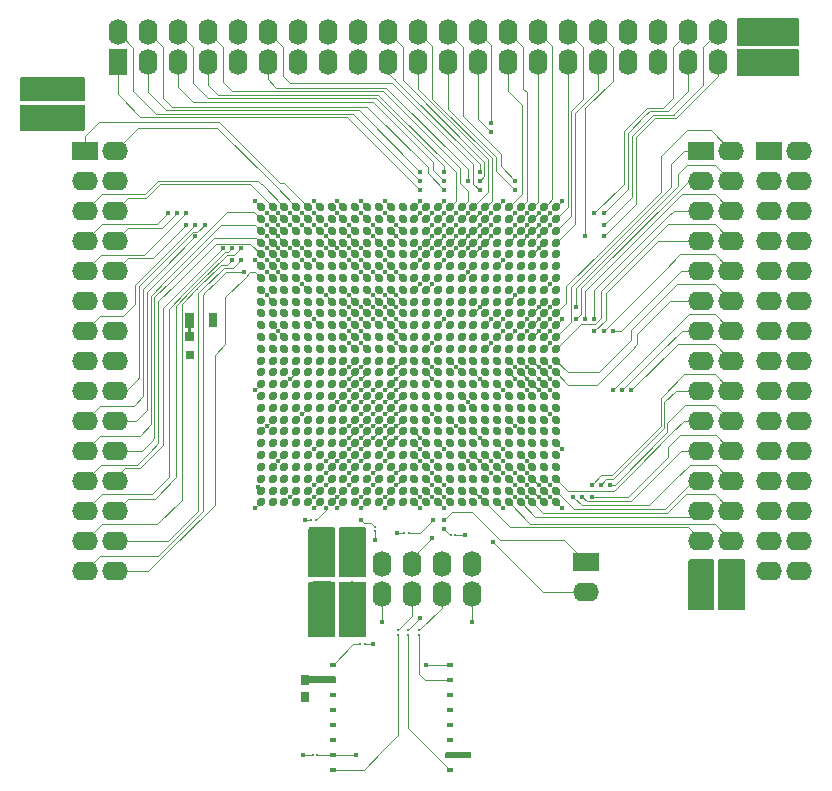
<source format=gbr>
G04 --- HEADER BEGIN --- *
G04 #@! TF.GenerationSoftware,LibrePCB,LibrePCB,1.1.0*
G04 #@! TF.CreationDate,2024-09-08T17:15:58*
G04 #@! TF.ProjectId,flasher,f4b07f79-14a2-4070-9d7d-1f686dcb10c4,v1*
G04 #@! TF.Part,Single*
G04 #@! TF.SameCoordinates*
G04 #@! TF.FileFunction,Copper,L1,Top*
G04 #@! TF.FilePolarity,Positive*
%FSLAX66Y66*%
%MOMM*%
G01*
G75*
G04 --- HEADER END --- *
G04 --- APERTURE LIST BEGIN --- *
G04 #@! TA.AperFunction,BGAPad,CuDef*
%AMOUTLINE10*4,1,21,0.078986,-0.401543,0.148445,-0.36144,0.2,-0.3,0.3,-0.15,0.339409,-0.046086,0.343884,0.06496,0.312964,0.171709,0.249832,0.263172,0.160985,0.329936,0.055568,0.365129,-0.055568,0.365129,-0.160985,0.329936,-0.249832,0.263172,-0.312964,0.171708,-0.343884,0.06496,-0.339409,-0.046086,-0.3,-0.15,-0.2,-0.3,-0.148445,-0.36144,-0.078986,-0.401543,0.0,-0.41547,0.078986,-0.401543,45.0*%
%ADD10OUTLINE10*%
%AMOUTLINE11*4,1,21,0.078986,-0.401543,0.148445,-0.36144,0.2,-0.3,0.3,-0.15,0.339409,-0.046086,0.343884,0.06496,0.312964,0.171709,0.249832,0.263172,0.160985,0.329936,0.055568,0.365129,-0.055568,0.365129,-0.160985,0.329936,-0.249832,0.263172,-0.312964,0.171708,-0.343884,0.06496,-0.339409,-0.046086,-0.3,-0.15,-0.2,-0.3,-0.148445,-0.36144,-0.078986,-0.401543,0.0,-0.41547,0.078986,-0.401543,135.0*%
%ADD11OUTLINE11*%
%AMOUTLINE12*4,1,21,0.078986,-0.401543,0.148445,-0.36144,0.2,-0.3,0.3,-0.15,0.339409,-0.046086,0.343884,0.06496,0.312964,0.171709,0.249832,0.263172,0.160985,0.329936,0.055568,0.365129,-0.055568,0.365129,-0.160985,0.329936,-0.249832,0.263172,-0.312964,0.171708,-0.343884,0.06496,-0.339409,-0.046086,-0.3,-0.15,-0.2,-0.3,-0.148445,-0.36144,-0.078986,-0.401543,0.0,-0.41547,0.078986,-0.401543,315.0*%
%ADD12OUTLINE12*%
%AMOUTLINE13*4,1,21,0.078986,-0.401543,0.148445,-0.36144,0.2,-0.3,0.3,-0.15,0.339409,-0.046086,0.343884,0.06496,0.312964,0.171709,0.249832,0.263172,0.160985,0.329936,0.055568,0.365129,-0.055568,0.365129,-0.160985,0.329936,-0.249832,0.263172,-0.312964,0.171708,-0.343884,0.06496,-0.339409,-0.046086,-0.3,-0.15,-0.2,-0.3,-0.148445,-0.36144,-0.078986,-0.401543,0.0,-0.41547,0.078986,-0.401543,225.0*%
%ADD13OUTLINE13*%
G04 #@! TA.AperFunction,ComponentPad*
%ADD14O,2.19X1.587*%
%ADD15R,2.19X1.587*%
G04 #@! TA.AperFunction,SMDPad,CuDef*
%ADD16R,0.6X0.43*%
%ADD17R,0.2X0.2*%
%ADD18R,0.8X0.85*%
%ADD19R,0.8X0.75*%
G04 #@! TA.AperFunction,ComponentPad*
%ADD20O,1.587X2.19*%
%ADD21R,1.587X2.19*%
G04 #@! TA.AperFunction,SMDPad,CuDef*
%ADD22R,0.75X1.25*%
G04 #@! TA.AperFunction,ViaPad*
%ADD23C,0.4*%
G04 #@! TA.AperFunction,Conductor*
%ADD24C,0.083*%
%ADD25C,0.08*%
%ADD26C,0.01*%
G04 #@! TD*
G04 --- APERTURE LIST END --- *
G04 --- BOARD BEGIN --- *
D10*
G04 #@! TO.N,N/C*
G04 #@! TO.C,LOGIC1*
G04 #@! TO.P,LOGIC1,W21,W21_IO_L14P_T2_SRCC_13*
X7500000Y-5475500D03*
D11*
G04 #@! TO.N,GND*
G04 #@! TO.P,LOGIC1,C20,C20_GND*
X6500000Y10524500D03*
G04 #@! TO.N,N/C*
G04 #@! TO.P,LOGIC1,E25,E25_IO_L20P_T3_A20_15*
X11500000Y8524500D03*
D12*
G04 #@! TO.P,LOGIC1,U5,U5_IO_L21N_T3_DQS_34*
X-8500000Y-3475500D03*
D11*
G04 #@! TO.N,P14_3V3*
G04 #@! TO.P,LOGIC1,M20,M20_IO_L8P_T1_D11_14*
X6500000Y1524500D03*
D13*
G04 #@! TO.N,GND*
G04 #@! TO.P,LOGIC1,C13,C13_GND*
X-500000Y10524500D03*
D10*
G04 #@! TO.N,N/C*
G04 #@! TO.P,LOGIC1,AB26,AB26_IO_L3P_T0_DQS_13*
X12500000Y-8475500D03*
D13*
G04 #@! TO.P,LOGIC1,L4,L4_IO_L3N_T0_DQS_34*
X-9500000Y2524500D03*
G04 #@! TO.N,GND*
G04 #@! TO.P,LOGIC1,E12,E12_GND*
X-1500000Y8524500D03*
D10*
G04 #@! TO.N,N/C*
G04 #@! TO.P,LOGIC1,W23,W23_IO_L10N_T1_13*
X9500000Y-5475500D03*
D12*
G04 #@! TO.N,VCC1V0*
G04 #@! TO.P,LOGIC1,T10,T10_VCCINT*
X-3500000Y-2475500D03*
D11*
G04 #@! TO.N,P21_1V8*
G04 #@! TO.P,LOGIC1,A24,A24_IO_L21N_T3_DQS_16*
X10500000Y12524500D03*
D10*
G04 #@! TO.N,P45_3V3*
G04 #@! TO.P,LOGIC1,AE22,AE22_IO_L9P_T1_DQS_12*
X8500000Y-11475500D03*
D12*
G04 #@! TO.N,N/C*
G04 #@! TO.P,LOGIC1,Y2,Y2_IO_L8P_T1_33*
X-11500000Y-6475500D03*
D11*
G04 #@! TO.N,VCC1V8*
G04 #@! TO.P,LOGIC1,B18,B18_VCCO_16*
X4500000Y11524500D03*
D12*
G04 #@! TO.N,N/C*
G04 #@! TO.P,LOGIC1,AE7,AE7_MGTPTXP3_213*
X-6500000Y-11475500D03*
D10*
G04 #@! TO.N,P41_3V3*
G04 #@! TO.P,LOGIC1,AF20,AF20_IO_L8N_T1_12*
X6500000Y-12475500D03*
D13*
G04 #@! TO.N,GND*
G04 #@! TO.P,LOGIC1,E9,E9_GND*
X-4500000Y8524500D03*
D10*
G04 #@! TO.N,D1*
G04 #@! TO.P,LOGIC1,R15,R15_IO_L1N_T0_D01_DIN_14*
X1500000Y-1475500D03*
G04 #@! TO.N,N/C*
G04 #@! TO.P,LOGIC1,AB25,AB25_IO_L7N_T1_13*
X11500000Y-8475500D03*
G04 #@! TO.P,LOGIC1,AE18,AE18_IO_L16P_T2_12*
X4500000Y-11475500D03*
D13*
G04 #@! TO.N,GND*
G04 #@! TO.P,LOGIC1,M9,M9_GND*
X-4500000Y1524500D03*
D10*
G04 #@! TO.N,N/C*
G04 #@! TO.P,LOGIC1,T19,T19_IO_L17P_T2_13*
X5500000Y-2475500D03*
D13*
G04 #@! TO.N,P71_1V8*
G04 #@! TO.P,LOGIC1,G5,G5_IO_L12P_T1_MRCC_35*
X-8500000Y6524500D03*
G04 #@! TO.N,VCC1V8*
G04 #@! TO.P,LOGIC1,N9,N9_VCCAUX*
X-4500000Y524500D03*
G04 #@! TO.N,GND*
G04 #@! TO.P,LOGIC1,K11,K11_GND*
X-2500000Y3524500D03*
G04 #@! TO.N,N/C*
G04 #@! TO.P,LOGIC1,B9,B9_MGTPTXP2_216*
X-4500000Y11524500D03*
D10*
G04 #@! TO.N,VCC3V3*
G04 #@! TO.P,LOGIC1,AA21,AA21_VCCO_12*
X7500000Y-7475500D03*
D12*
G04 #@! TO.N,GND*
G04 #@! TO.P,LOGIC1,W2,W2_GND*
X-11500000Y-5475500D03*
G04 #@! TO.P,LOGIC1,AF1,AF1_GND*
X-12500000Y-12475500D03*
G04 #@! TO.N,N/C*
G04 #@! TO.P,LOGIC1,AC1,AC1_IO_L7N_T1_33*
X-12500000Y-9475500D03*
D13*
G04 #@! TO.P,LOGIC1,N12,N12_VP_0*
X-1500000Y524500D03*
D12*
G04 #@! TO.P,LOGIC1,U2,U2_IO_L18P_T2_34*
X-11500000Y-3475500D03*
D10*
G04 #@! TO.P,LOGIC1,R16,R16_IO_L5P_T0_D06_14*
X2500000Y-1475500D03*
D12*
G04 #@! TO.P,LOGIC1,V3,V3_IO_L3P_T0_DQS_33*
X-10500000Y-4475500D03*
D13*
G04 #@! TO.N,GND*
G04 #@! TO.P,LOGIC1,M3,M3_GND*
X-10500000Y1524500D03*
D12*
G04 #@! TO.P,LOGIC1,T13,T13_GND*
X-500000Y-2475500D03*
D11*
G04 #@! TO.N,N/C*
G04 #@! TO.P,LOGIC1,L18,L18_IO_L9N_T1_AD10N_15*
X4500000Y2524500D03*
D13*
G04 #@! TO.N,P63_1V8*
G04 #@! TO.P,LOGIC1,E3,E3_IO_L18N_T2_35*
X-10500000Y8524500D03*
D11*
G04 #@! TO.N,GND*
G04 #@! TO.P,LOGIC1,E14,E14_GND*
X500000Y8524500D03*
D10*
G04 #@! TO.P,LOGIC1,AC15,AC15_GND*
X1500000Y-9475500D03*
D13*
G04 #@! TO.N,N/C*
G04 #@! TO.P,LOGIC1,L2,L2_IO_L11N_T1_SRCC_34*
X-11500000Y2524500D03*
D10*
G04 #@! TO.P,LOGIC1,Y25,Y25_IO_L5P_T0_13*
X11500000Y-6475500D03*
D13*
G04 #@! TO.N,P54_1V8*
G04 #@! TO.P,LOGIC1,B5,B5_IO_L15P_T2_DQS_35*
X-8500000Y11524500D03*
G04 #@! TO.N,N/C*
G04 #@! TO.P,LOGIC1,G8,G8IO_L2N_T0_AD12N_35*
X-5500000Y6524500D03*
D11*
G04 #@! TO.N,P10_1V8*
G04 #@! TO.P,LOGIC1,A19,A19_IO_L10N_T1_16*
X5500000Y12524500D03*
D12*
G04 #@! TO.N,VCC3V3*
G04 #@! TO.P,LOGIC1,W11,W11_VCCO_0*
X-2500000Y-5475500D03*
D13*
G04 #@! TO.N,P57_1V8*
G04 #@! TO.P,LOGIC1,C4,C4_IO_L14N_T2_SRCC_35*
X-9500000Y10524500D03*
D12*
G04 #@! TO.N,N/C*
G04 #@! TO.P,LOGIC1,R3,R3_IO_L13P_T2_MRCC_34*
X-10500000Y-1475500D03*
D13*
G04 #@! TO.N,VCC1V0*
G04 #@! TO.P,LOGIC1,K12,K12_VCCINT*
X-1500000Y3524500D03*
D12*
G04 #@! TO.N,N/C*
G04 #@! TO.P,LOGIC1,AB6,AB6_IO_L24P_T3_33*
X-7500000Y-8475500D03*
G04 #@! TO.P,LOGIC1,AA8,AA8_IO_L23N_T3_33*
X-5500000Y-7475500D03*
G04 #@! TO.N,GND*
G04 #@! TO.P,LOGIC1,AF10,AF10_GND*
X-3500000Y-12475500D03*
D11*
G04 #@! TO.P,LOGIC1,E15,E15_GND*
X1500000Y8524500D03*
D13*
G04 #@! TO.N,N/C*
G04 #@! TO.P,LOGIC1,E11,E11_MGTREFCLK0N_216*
X-2500000Y8524500D03*
G04 #@! TO.N,GND*
G04 #@! TO.P,LOGIC1,E10,E10_GND*
X-3500000Y8524500D03*
G04 #@! TO.P,LOGIC1,F1,F1_GND*
X-12500000Y7524500D03*
D11*
G04 #@! TO.N,P2_1V8*
G04 #@! TO.P,LOGIC1,B17,B17_IO_L7N_T1_16*
X3500000Y11524500D03*
D13*
G04 #@! TO.N,N/C*
G04 #@! TO.P,LOGIC1,H1,H1_IO_L10N_T1_34*
X-12500000Y5524500D03*
D10*
G04 #@! TO.P,LOGIC1,V26,V26_IO_L2P_T0_13*
X12500000Y-4475500D03*
D12*
G04 #@! TO.P,LOGIC1,Y7,Y7_IO_L19P_T3_33*
X-6500000Y-6475500D03*
D10*
G04 #@! TO.N,P20_3V3*
G04 #@! TO.P,LOGIC1,R23,R23_IO_L24N_T3_A00_D16_14*
X9500000Y-1475500D03*
G04 #@! TO.N,P46_3V3*
G04 #@! TO.P,LOGIC1,AE21,AE21_IO_L7N_T1_12*
X7500000Y-11475500D03*
G04 #@! TO.N,N/C*
G04 #@! TO.P,LOGIC1,AC17,AC17_IO_L20P_T3_12*
X3500000Y-9475500D03*
D12*
G04 #@! TO.N,GND*
G04 #@! TO.P,LOGIC1,AE10,AE10_MGTAVTT_G10*
X-3500000Y-11475500D03*
D13*
G04 #@! TO.N,N/C*
G04 #@! TO.P,LOGIC1,N11,N11_VREFN_0*
X-2500000Y524500D03*
D12*
G04 #@! TO.P,LOGIC1,V8,V8_IO_L21P_T3_DQS_33*
X-5500000Y-4475500D03*
D13*
G04 #@! TO.P,LOGIC1,H9,H9_IO_L6P_T0_35*
X-4500000Y5524500D03*
D11*
G04 #@! TO.P,LOGIC1,E26,E26_IO_L21P_T3_DQS_15*
X12500000Y8524500D03*
G04 #@! TO.N,GND*
G04 #@! TO.P,LOGIC1,L16,L16_GND*
X2500000Y2524500D03*
G04 #@! TO.N,N/C*
G04 #@! TO.P,LOGIC1,H19,H19_IO_L7N_T1_AD2N_15*
X5500000Y5524500D03*
D10*
G04 #@! TO.P,LOGIC1,Y16,Y16_IO_L21P_T3_DQS_12*
X2500000Y-6475500D03*
D11*
G04 #@! TO.P,LOGIC1,F20,F20_IO_L5N_T0_16*
X6500000Y7524500D03*
D10*
G04 #@! TO.N,P52_3V3*
G04 #@! TO.P,LOGIC1,AD20,AD20_IO_L10P_T1_12*
X6500000Y-10475500D03*
D12*
G04 #@! TO.N,N/C*
G04 #@! TO.P,LOGIC1,AE2,AE2_IO_L10P_T1_33*
X-11500000Y-11475500D03*
G04 #@! TO.P,LOGIC1,AA3,AA3_IO_L12P_T1_MRCC_33*
X-10500000Y-7475500D03*
D11*
G04 #@! TO.P,LOGIC1,G24,G24_IO_L19P_T3_A22_15*
X10500000Y6524500D03*
D10*
G04 #@! TO.N,P33_3V3*
G04 #@! TO.P,LOGIC1,R21,R21_IO_L18N_T2_A11_D27_14*
X7500000Y-1475500D03*
D12*
G04 #@! TO.N,N/C*
G04 #@! TO.P,LOGIC1,W7,W7_VCCO_33*
X-6500000Y-5475500D03*
D11*
G04 #@! TO.N,P30_3V3*
G04 #@! TO.P,LOGIC1,N19,N19_IO_L16N_T2_A15_D31_14*
X5500000Y524500D03*
D10*
G04 #@! TO.N,P56_3V3*
G04 #@! TO.P,LOGIC1,AC21,AC21_IO_L11N_T1_SRCC_12*
X7500000Y-9475500D03*
G04 #@! TO.N,P48_3V3*
G04 #@! TO.P,LOGIC1,AD24,AD24_IO_L6N_T0_VREF_12*
X10500000Y-10475500D03*
G04 #@! TO.N,P24_3V3*
G04 #@! TO.P,LOGIC1,T25,T25_IO_L21N_T3_DQS_A06_D22_14*
X11500000Y-2475500D03*
G04 #@! TO.N,N/C*
G04 #@! TO.P,LOGIC1,Y18,Y18_IO_L17P_T2_12*
X4500000Y-6475500D03*
D13*
G04 #@! TO.N,GND*
G04 #@! TO.P,LOGIC1,G10,G10_GND*
X-3500000Y6524500D03*
G04 #@! TO.N,N/C*
G04 #@! TO.P,LOGIC1,D12,D12_MGTPRXP3_216*
X-1500000Y9524500D03*
D12*
G04 #@! TO.P,LOGIC1,AA7,AA7_IO_L19N_T3_VREF_33*
X-6500000Y-7475500D03*
D11*
G04 #@! TO.N,GND*
G04 #@! TO.P,LOGIC1,B23,B23_GND*
X9500000Y11524500D03*
D10*
G04 #@! TO.N,N/C*
G04 #@! TO.P,LOGIC1,AF19,AF19_IO_L8P_T1_12*
X5500000Y-12475500D03*
D13*
G04 #@! TO.N,GND*
G04 #@! TO.P,LOGIC1,E8,E8_GND*
X-5500000Y8524500D03*
G04 #@! TO.N,VCC1V8*
G04 #@! TO.P,LOGIC1,J7,J7_VCCO_35*
X-6500000Y4524500D03*
G04 #@! TO.N,VCC1V0*
G04 #@! TO.P,LOGIC1,M10,M10_VCCINT*
X-3500000Y1524500D03*
D11*
G04 #@! TO.N,P23_1V8*
G04 #@! TO.P,LOGIC1,B26,B26_IO_L22N_T3_16*
X12500000Y11524500D03*
G04 #@! TO.N,N/C*
G04 #@! TO.P,LOGIC1,H20,H20_VCCO_15*
X6500000Y5524500D03*
G04 #@! TO.N,P7_3V3*
G04 #@! TO.P,LOGIC1,M22,M22_IO_L12N_T1_MRCC_14*
X8500000Y1524500D03*
D13*
G04 #@! TO.N,P67_1V8*
G04 #@! TO.P,LOGIC1,F3,F3_IO_L18P_T2_35*
X-10500000Y7524500D03*
D10*
G04 #@! TO.N,P35_3V3*
G04 #@! TO.P,LOGIC1,AE26,AE26_IO_L1N_T0_12*
X12500000Y-11475500D03*
D11*
G04 #@! TO.N,P13_1V8*
G04 #@! TO.P,LOGIC1,A20,A20_IO_L15N_T2_DQS_16*
X6500000Y12524500D03*
D13*
G04 #@! TO.N,N/C*
G04 #@! TO.P,LOGIC1,K8,K8_IO_L8N_T1_AD14N_35*
X-5500000Y3524500D03*
D10*
G04 #@! TO.N,P18_3V3*
G04 #@! TO.P,LOGIC1,P25,P25_IO_L19N_T3_A09_D25_VREF_14*
X11500000Y-475500D03*
D12*
G04 #@! TO.N,N/C*
G04 #@! TO.P,LOGIC1,R5,R5_IO_L20N_T3_34*
X-8500000Y-1475500D03*
D10*
G04 #@! TO.P,LOGIC1,AC14,AC14_MGTPRXP2_213*
X500000Y-9475500D03*
D13*
G04 #@! TO.N,P61_1V8*
G04 #@! TO.P,LOGIC1,D6,D6_IO_L1N_T0_AD4N_35*
X-7500000Y9524500D03*
D12*
G04 #@! TO.N,N/C*
G04 #@! TO.P,LOGIC1,AF13,AF13_MGTPRXN1_213*
X-500000Y-12475500D03*
D13*
G04 #@! TO.P,LOGIC1,K6,K6_IO_L10N_T1_AD15N_35*
X-7500000Y3524500D03*
D10*
G04 #@! TO.P,LOGIC1,AA25,AA25_IO_L5N_T0_13*
X11500000Y-7475500D03*
D13*
G04 #@! TO.N,VCC1V8*
G04 #@! TO.P,LOGIC1,A1,A1_VCCO_35*
X-12500000Y12524500D03*
G04 #@! TO.N,N/C*
G04 #@! TO.P,LOGIC1,L7,L7_IO_L2N_T0_34*
X-6500000Y2524500D03*
D11*
G04 #@! TO.N,GND*
G04 #@! TO.P,LOGIC1,L26,L26_GND*
X12500000Y2524500D03*
D12*
G04 #@! TO.P,LOGIC1,P13,P13_GND*
X-500000Y-475500D03*
D10*
G04 #@! TO.N,N/C*
G04 #@! TO.P,LOGIC1,W24,W24_IO_L6N_T0_VREF_13*
X10500000Y-5475500D03*
D11*
G04 #@! TO.N,P8_1V8*
G04 #@! TO.P,LOGIC1,C19,C19_IO_L13N_T2_MRCC_16*
X5500000Y10524500D03*
D12*
G04 #@! TO.N,GND*
G04 #@! TO.P,LOGIC1,AF8,AF8_GND*
X-5500000Y-12475500D03*
G04 #@! TO.P,LOGIC1,Y9,Y9_M1_0*
X-4500000Y-6475500D03*
D11*
G04 #@! TO.N,P27_3V3*
G04 #@! TO.P,LOGIC1,M21,M21_IO_L12P_T1_MRCC_14*
X7500000Y1524500D03*
D12*
G04 #@! TO.N,N/C*
G04 #@! TO.P,LOGIC1,Y6,Y6_IO_L20P_T3_33*
X-7500000Y-6475500D03*
D11*
G04 #@! TO.P,LOGIC1,F22,F22_IO_L15N_T2_DQS_ADV_B_15*
X8500000Y7524500D03*
G04 #@! TO.N,GND*
G04 #@! TO.P,LOGIC1,B16,B16_GND*
X2500000Y11524500D03*
D13*
G04 #@! TO.N,P48_1V8*
G04 #@! TO.P,LOGIC1,C1,C1_IO_L21P_T3_DQS_35*
X-12500000Y10524500D03*
D10*
G04 #@! TO.N,N/C*
G04 #@! TO.P,LOGIC1,AC26,AC26_IO_L3N_T0_DQS_13*
X12500000Y-9475500D03*
D13*
G04 #@! TO.P,LOGIC1,M1,M1_IO_L9N_T1_DQS_34*
X-12500000Y1524500D03*
G04 #@! TO.P,LOGIC1,F11,F11_MGTREFCLK0P_216*
X-2500000Y7524500D03*
D10*
G04 #@! TO.P,LOGIC1,U25,U25_IO_L1P_T0_13*
X11500000Y-3475500D03*
D11*
G04 #@! TO.N,P29_1V8*
G04 #@! TO.P,LOGIC1,C24,C24_IO_L23P_T3_16*
X10500000Y10524500D03*
D10*
G04 #@! TO.N,P36_3V3*
G04 #@! TO.P,LOGIC1,AE25,AE25_IO_L1P_T0_12*
X11500000Y-11475500D03*
G04 #@! TO.N,N/C*
G04 #@! TO.P,LOGIC1,AA24,AA24_IO_L7P_T1_13*
X10500000Y-7475500D03*
D12*
G04 #@! TO.N,M0*
G04 #@! TO.P,LOGIC1,AB7,AB7_M0_0*
X-6500000Y-8475500D03*
D13*
G04 #@! TO.N,P64_1V8*
G04 #@! TO.P,LOGIC1,E5,E5_IO_L13P_T2_MRCC_35*
X-8500000Y8524500D03*
G04 #@! TO.N,P65_1V8*
G04 #@! TO.P,LOGIC1,E6,E6_IO_L1P_T0_AD4P_35*
X-7500000Y8524500D03*
D12*
G04 #@! TO.N,VCC1V0*
G04 #@! TO.P,LOGIC1,T12,T12_VCCINT*
X-1500000Y-2475500D03*
D10*
G04 #@! TO.N,N/C*
G04 #@! TO.P,LOGIC1,W25,W25_IO_L4P_T0_13*
X11500000Y-5475500D03*
D12*
G04 #@! TO.N,VCC1V0*
G04 #@! TO.P,LOGIC1,U13,U13_VCCBRAM*
X-500000Y-3475500D03*
D11*
G04 #@! TO.N,P1_1V8*
G04 #@! TO.P,LOGIC1,C17,C17_IO_L7P_T1_16*
X3500000Y10524500D03*
G04 #@! TO.N,VCC1V8*
G04 #@! TO.P,LOGIC1,A21,A21_VCCO_16*
X7500000Y12524500D03*
D13*
G04 #@! TO.N,N/C*
G04 #@! TO.P,LOGIC1,J4,J4_IO_L9P_T1_DQS_AD7P_35*
X-9500000Y4524500D03*
D10*
G04 #@! TO.N,GND*
G04 #@! TO.P,LOGIC1,Y19,Y19_GND*
X5500000Y-6475500D03*
D12*
G04 #@! TO.P,LOGIC1,Y11,Y11_GND*
X-2500000Y-6475500D03*
G04 #@! TO.N,N/C*
G04 #@! TO.P,LOGIC1,P7,P7_GND*
X-6500000Y-475500D03*
D10*
G04 #@! TO.N,GND*
G04 #@! TO.P,LOGIC1,V25,V25_GND*
X11500000Y-4475500D03*
D13*
G04 #@! TO.N,N/C*
G04 #@! TO.P,LOGIC1,N8,N8_IO_0_34*
X-5500000Y524500D03*
D12*
G04 #@! TO.P,LOGIC1,AA11,AA11_MGTREFCLK1P_213*
X-2500000Y-7475500D03*
D11*
G04 #@! TO.N,P17_1V8*
G04 #@! TO.P,LOGIC1,C22,C22_IO_L19P_T3_16*
X8500000Y10524500D03*
D12*
G04 #@! TO.N,N/C*
G04 #@! TO.P,LOGIC1,P8,P8_IO_L22N_T3_34*
X-5500000Y-475500D03*
D13*
G04 #@! TO.N,GND*
G04 #@! TO.P,LOGIC1,D13,D13_MGTAVCC_G11*
X-500000Y9524500D03*
D10*
G04 #@! TO.N,N/C*
G04 #@! TO.P,LOGIC1,U19,U19_IO_L17N_T2_13*
X5500000Y-3475500D03*
D12*
G04 #@! TO.P,LOGIC1,R8,R8_IO_L22P_T3_34*
X-5500000Y-1475500D03*
G04 #@! TO.N,GND*
G04 #@! TO.P,LOGIC1,W12,W12_GND*
X-1500000Y-5475500D03*
D11*
G04 #@! TO.N,N/C*
G04 #@! TO.P,LOGIC1,J18,J18_IO_L10P_T1_AD11P_15*
X4500000Y4524500D03*
D13*
G04 #@! TO.N,GND*
G04 #@! TO.P,LOGIC1,B6,B6_GND*
X-7500000Y11524500D03*
D11*
G04 #@! TO.N,N/C*
G04 #@! TO.P,LOGIC1,K14,K14_VCCO_15*
X500000Y3524500D03*
D10*
G04 #@! TO.N,GND*
G04 #@! TO.P,LOGIC1,T21,T21_GND*
X7500000Y-2475500D03*
G04 #@! TO.N,N/C*
G04 #@! TO.P,LOGIC1,T15,T15_IO_L20N_T3_13*
X1500000Y-2475500D03*
G04 #@! TO.P,LOGIC1,Y21,Y21_IO_L14N_T2_SRCC_13*
X7500000Y-6475500D03*
D13*
G04 #@! TO.N,GND*
G04 #@! TO.P,LOGIC1,E7,E7_GND*
X-6500000Y8524500D03*
D11*
G04 #@! TO.N,N/C*
G04 #@! TO.P,LOGIC1,M19,M19_IO_0_14*
X5500000Y1524500D03*
G04 #@! TO.P,LOGIC1,L14,L14_IO_L4N_T0_15*
X500000Y2524500D03*
D12*
G04 #@! TO.P,LOGIC1,T5,T5_IO_L20P_T3_34*
X-8500000Y-2475500D03*
D11*
G04 #@! TO.N,P9_1V8*
G04 #@! TO.P,LOGIC1,B19,B19_IO_L10P_T1_16*
X5500000Y11524500D03*
D10*
G04 #@! TO.N,N/C*
G04 #@! TO.P,LOGIC1,W19,W19_IO_L18N_T2_13*
X5500000Y-5475500D03*
G04 #@! TO.P,LOGIC1,AC18,AC18_IO_L15P_T2_DQS_12*
X4500000Y-9475500D03*
D13*
G04 #@! TO.N,GND*
G04 #@! TO.P,LOGIC1,B12,B12_MGTAVTT_G11*
X-1500000Y11524500D03*
D10*
G04 #@! TO.N,P47_3V3*
G04 #@! TO.P,LOGIC1,AE20,AE20_IO_L10N_T1_12*
X6500000Y-11475500D03*
D12*
G04 #@! TO.N,N/C*
G04 #@! TO.P,LOGIC1,AE9,AE9_MGTPTXP1_213*
X-4500000Y-11475500D03*
G04 #@! TO.P,LOGIC1,V7,V7_IO_L6N_T0_VREF_33*
X-6500000Y-4475500D03*
D10*
G04 #@! TO.N,P31_3V3*
G04 #@! TO.P,LOGIC1,P19,P19_IO_L16P_T2_CSI_B_14*
X5500000Y-475500D03*
G04 #@! TO.N,N/C*
G04 #@! TO.P,LOGIC1,AB17,AB17_IO_L19N_T3_VREF_12*
X3500000Y-8475500D03*
D13*
G04 #@! TO.N,GND*
G04 #@! TO.P,LOGIC1,L12,L12_GND*
X-1500000Y2524500D03*
D12*
G04 #@! TO.N,N/C*
G04 #@! TO.P,LOGIC1,AF4,AF4_IO_L17N_T2_33*
X-9500000Y-12475500D03*
D11*
G04 #@! TO.N,P19_1V8*
G04 #@! TO.P,LOGIC1,A22,A22_IO_L17N_T2_16*
X8500000Y12524500D03*
D10*
G04 #@! TO.N,N/C*
G04 #@! TO.P,LOGIC1,T20,T20_IO_L15P_T2_DQS_13*
X6500000Y-2475500D03*
D12*
G04 #@! TO.N,VCC1V0*
G04 #@! TO.P,LOGIC1,R13,R13_VCCBRAM*
X-500000Y-1475500D03*
D10*
G04 #@! TO.N,N/C*
G04 #@! TO.P,LOGIC1,U15,U15_IO_L22P_T3_13*
X1500000Y-3475500D03*
D11*
G04 #@! TO.P,LOGIC1,E22,E22_IO_25_16*
X8500000Y8524500D03*
G04 #@! TO.N,GND*
G04 #@! TO.P,LOGIC1,M23,M23_GND*
X9500000Y1524500D03*
D10*
G04 #@! TO.N,N/C*
G04 #@! TO.P,LOGIC1,R17,R17_IO_L5N_T0_D07_14*
X3500000Y-1475500D03*
G04 #@! TO.P,LOGIC1,AF17,AF17_IO_L18N_T2_12*
X3500000Y-12475500D03*
G04 #@! TO.N,P21_3V3*
G04 #@! TO.P,LOGIC1,R25,R25_IO_L19P_T3_A10_D26_14*
X11500000Y-1475500D03*
D11*
G04 #@! TO.N,P40_1V8*
G04 #@! TO.P,LOGIC1,F18,F18_IO_L3P_T0_DQS_16*
X4500000Y7524500D03*
G04 #@! TO.N,P33_1V8*
G04 #@! TO.P,LOGIC1,H15,H15_IO_L1N_T0_16*
X1500000Y5524500D03*
G04 #@! TO.N,P9_3V3*
G04 #@! TO.P,LOGIC1,N26,N26_IO_L20P_T3_A08_D24_14*
X12500000Y524500D03*
D13*
G04 #@! TO.N,VCC1V8*
G04 #@! TO.P,LOGIC1,J9,J9_VCCAUX*
X-4500000Y4524500D03*
G04 #@! TO.N,N/C*
G04 #@! TO.P,LOGIC1,H6,H6_IO_L5P_T0_AD13P_35*
X-7500000Y5524500D03*
G04 #@! TO.P,LOGIC1,J6,J6_IO_L7P_T1_AD6P_35*
X-7500000Y4524500D03*
G04 #@! TO.P,LOGIC1,M5,M5_IO_L6N_T0_VREF_34*
X-8500000Y1524500D03*
D12*
G04 #@! TO.N,GND*
G04 #@! TO.P,LOGIC1,AC13,AC13_MGTAVCC_G10*
X-500000Y-9475500D03*
G04 #@! TO.N,DONE*
G04 #@! TO.P,LOGIC1,W10,W10_DONE_0*
X-3500000Y-5475500D03*
D11*
G04 #@! TO.N,N/C*
G04 #@! TO.P,LOGIC1,J26,J26_IO_L24N_T3_RS0_15*
X12500000Y4524500D03*
D12*
G04 #@! TO.P,LOGIC1,AB4,AB4_IO_L13N_T2_MRCC_33*
X-9500000Y-8475500D03*
G04 #@! TO.P,LOGIC1,U6,U6_IO_L21P_T3_DQS_34*
X-7500000Y-3475500D03*
D11*
G04 #@! TO.N,P2_3V3*
G04 #@! TO.P,LOGIC1,L24,L24_IO_L9P_T1_DQS_14*
X10500000Y2524500D03*
G04 #@! TO.N,N/C*
G04 #@! TO.P,LOGIC1,G23,G23_VCCO_15*
X9500000Y6524500D03*
D10*
G04 #@! TO.P,LOGIC1,AB24,AB24_IO_L9P_T1_DQS_13*
X10500000Y-8475500D03*
D11*
G04 #@! TO.N,D3*
G04 #@! TO.P,LOGIC1,N14,N14_IO_L2N_T0_D03_14*
X500000Y524500D03*
D10*
G04 #@! TO.N,GND*
G04 #@! TO.P,LOGIC1,AC20,AC20_GND*
X6500000Y-9475500D03*
D12*
G04 #@! TO.N,INIT_B*
G04 #@! TO.P,LOGIC1,V11,V11_INIT_B_0*
X-2500000Y-4475500D03*
G04 #@! TO.N,N/C*
G04 #@! TO.P,LOGIC1,W3,W3_IO_L5P_T0_33*
X-10500000Y-5475500D03*
D10*
G04 #@! TO.P,LOGIC1,V19,V19_IO_L18P_T2_13*
X5500000Y-4475500D03*
D13*
G04 #@! TO.P,LOGIC1,H11,H11_TMS_0*
X-2500000Y5524500D03*
G04 #@! TO.N,P45_1V8*
G04 #@! TO.P,LOGIC1,A4,A4_IO_L16N_T2_35*
X-9500000Y12524500D03*
G04 #@! TO.N,VCC1V0*
G04 #@! TO.P,LOGIC1,N13,N13_VCCBRAM*
X-500000Y524500D03*
D10*
G04 #@! TO.N,N/C*
G04 #@! TO.P,LOGIC1,Y22,Y22_IO_L11P_T1_SRCC_13*
X8500000Y-6475500D03*
D12*
G04 #@! TO.N,GND*
G04 #@! TO.P,LOGIC1,AC9,AC9_MGTAVCC_G10*
X-4500000Y-9475500D03*
D13*
G04 #@! TO.N,N/C*
G04 #@! TO.P,LOGIC1,F8,F8_IO_L4P_T0_35*
X-5500000Y7524500D03*
G04 #@! TO.P,LOGIC1,A13,A13_MGTPRXN2_216*
X-500000Y12524500D03*
D11*
G04 #@! TO.N,P15_1V8*
G04 #@! TO.P,LOGIC1,C21,C21_IO_L16P_T2_16*
X7500000Y10524500D03*
D13*
G04 #@! TO.N,GND*
G04 #@! TO.P,LOGIC1,C7,C7_MGTAVTT_G11*
X-6500000Y10524500D03*
G04 #@! TO.P,LOGIC1,A8,A8_GND*
X-5500000Y12524500D03*
D11*
G04 #@! TO.N,N/C*
G04 #@! TO.P,LOGIC1,J20,J20_IO_L9N_T1_DQS_AD3N_15*
X6500000Y4524500D03*
D12*
G04 #@! TO.P,LOGIC1,Y3,Y3_IO_L5N_T0_33*
X-10500000Y-6475500D03*
D11*
G04 #@! TO.N,P30_1V8*
G04 #@! TO.P,LOGIC1,D23,D23_IO_L24P_T3_16*
X9500000Y9524500D03*
D12*
G04 #@! TO.N,GND*
G04 #@! TO.P,LOGIC1,Y13,Y13_GND*
X-500000Y-6475500D03*
D10*
G04 #@! TO.N,P17_3V3*
G04 #@! TO.P,LOGIC1,P24,P24_IO_L17N_T2_A13_D29_14*
X10500000Y-475500D03*
D11*
G04 #@! TO.N,P42_1V8*
G04 #@! TO.P,LOGIC1,G17,G17_IO_L2P_T0_16*
X3500000Y6524500D03*
D13*
G04 #@! TO.N,CCLK*
G04 #@! TO.P,LOGIC1,H13,H13_CCLK_0*
X-500000Y5524500D03*
G04 #@! TO.N,N/C*
G04 #@! TO.P,LOGIC1,C10,C10_MGTPTXN3_216*
X-3500000Y10524500D03*
D10*
G04 #@! TO.P,LOGIC1,AD18,AD18_IO_L15N_T2_DQS_12*
X4500000Y-10475500D03*
D12*
G04 #@! TO.N,GND*
G04 #@! TO.P,LOGIC1,T1,T1_GND*
X-12500000Y-2475500D03*
D11*
G04 #@! TO.N,N/C*
G04 #@! TO.P,LOGIC1,H17,H17_IO_0_16*
X3500000Y5524500D03*
G04 #@! TO.P,LOGIC1,J23,J23_IO_L14P_T2_SRCC_15*
X9500000Y4524500D03*
G04 #@! TO.N,P6_1V8*
G04 #@! TO.P,LOGIC1,A18,A18_IO_L9N_T1_DQS_16*
X4500000Y12524500D03*
D13*
G04 #@! TO.N,N/C*
G04 #@! TO.P,LOGIC1,A9,A9_MGTPTXN2_216*
X-4500000Y12524500D03*
G04 #@! TO.N,GND*
G04 #@! TO.P,LOGIC1,E4,E4_GND*
X-9500000Y8524500D03*
D12*
G04 #@! TO.N,N/C*
G04 #@! TO.P,LOGIC1,P3,P3_IO_L13N_T2_MRCC_34*
X-10500000Y-475500D03*
D10*
G04 #@! TO.P,LOGIC1,U16,U16_IO_L22N_T3_13*
X2500000Y-3475500D03*
D13*
G04 #@! TO.N,VCC1V8*
G04 #@! TO.P,LOGIC1,L9,L9_VCCAUX*
X-4500000Y2524500D03*
D10*
G04 #@! TO.N,GND*
G04 #@! TO.P,LOGIC1,AA14,AA14_GND*
X500000Y-7475500D03*
G04 #@! TO.N,PROGRAM_B*
G04 #@! TO.P,LOGIC1,AE16,AE16_PROGRAM_B_0*
X2500000Y-11475500D03*
D11*
G04 #@! TO.N,N/C*
G04 #@! TO.P,LOGIC1,L17,L17_IO_L8P_T1_AD10P_15*
X3500000Y2524500D03*
G04 #@! TO.N,VCC3V3*
G04 #@! TO.P,LOGIC1,K24,K24_VCCO_14*
X10500000Y3524500D03*
D13*
G04 #@! TO.N,N/C*
G04 #@! TO.P,LOGIC1,H2,H2_IO_L10P_T1_34*
X-11500000Y5524500D03*
D12*
G04 #@! TO.P,LOGIC1,AB13,AB13_MGTREFCLK0N_213*
X-500000Y-8475500D03*
D11*
G04 #@! TO.N,P38_1V8*
G04 #@! TO.P,LOGIC1,E18,E18_IO_L11N_T1_SRCC_16*
X4500000Y8524500D03*
D10*
G04 #@! TO.N,N/C*
G04 #@! TO.P,LOGIC1,T17,T17_IO_L21P_T3_DQS_13*
X3500000Y-2475500D03*
D13*
G04 #@! TO.P,LOGIC1,M8,M8_VCCO_34*
X-5500000Y1524500D03*
G04 #@! TO.N,GND*
G04 #@! TO.P,LOGIC1,L10,L10_GND*
X-3500000Y2524500D03*
D11*
G04 #@! TO.N,N/C*
G04 #@! TO.P,LOGIC1,E21,E21_IO_L18P_T2_16*
X7500000Y8524500D03*
D10*
G04 #@! TO.P,LOGIC1,W15,W15_IO_L24N_T3_12*
X1500000Y-5475500D03*
D12*
G04 #@! TO.N,GND*
G04 #@! TO.P,LOGIC1,AC7,AC7_GND*
X-6500000Y-9475500D03*
G04 #@! TO.P,LOGIC1,T9,T9_GND*
X-4500000Y-2475500D03*
D11*
G04 #@! TO.N,VCC1V8*
G04 #@! TO.P,LOGIC1,G14,G14_VCCBATT_0*
X500000Y6524500D03*
D12*
G04 #@! TO.N,N/C*
G04 #@! TO.P,LOGIC1,AC4,AC4_IO_L18P_T2_33*
X-9500000Y-9475500D03*
D11*
G04 #@! TO.N,P35_1V8*
G04 #@! TO.P,LOGIC1,F15,F15_IO_L4N_T0_16*
X1500000Y7524500D03*
D13*
G04 #@! TO.N,N/C*
G04 #@! TO.P,LOGIC1,E13,E13_MGTREFCLK1N_216*
X-500000Y8524500D03*
D11*
G04 #@! TO.P,LOGIC1,J19,J19_IO_L7P_T1_AD2P_15*
X5500000Y4524500D03*
D13*
G04 #@! TO.N,GND*
G04 #@! TO.P,LOGIC1,F12,F12_MGTAVCC_G11*
X-1500000Y7524500D03*
D12*
G04 #@! TO.P,LOGIC1,AA9,AA9_GND*
X-4500000Y-7475500D03*
D13*
G04 #@! TO.N,N/C*
G04 #@! TO.P,LOGIC1,N1,N1_IO_L9P_T1_DQS_34*
X-12500000Y524500D03*
D12*
G04 #@! TO.N,GND*
G04 #@! TO.P,LOGIC1,AB9,AB9_GND*
X-4500000Y-8475500D03*
D13*
G04 #@! TO.N,N/C*
G04 #@! TO.P,LOGIC1,M6,M6_IO_L6P_T0_34*
X-7500000Y1524500D03*
G04 #@! TO.N,VCC1V8*
G04 #@! TO.P,LOGIC1,C5,C5_VCCO_35*
X-8500000Y10524500D03*
D12*
G04 #@! TO.N,N/C*
G04 #@! TO.P,LOGIC1,AC10,AC10_MGTPTXP0_213*
X-3500000Y-9475500D03*
D13*
G04 #@! TO.P,LOGIC1,K1,K1_IO_L7P_T1_34*
X-12500000Y3524500D03*
D11*
G04 #@! TO.N,P26_1V8*
G04 #@! TO.P,LOGIC1,B24,B24_IO_L23N_T3_16*
X10500000Y11524500D03*
G04 #@! TO.N,N/C*
G04 #@! TO.P,LOGIC1,F19,F19_IO_L3N_T0_DQS_16*
X5500000Y7524500D03*
D10*
G04 #@! TO.P,LOGIC1,U23,U23_VCCO_13*
X9500000Y-3475500D03*
D12*
G04 #@! TO.P,LOGIC1,AD2,AD2VCCO_33*
X-11500000Y-10475500D03*
D10*
G04 #@! TO.N,GND*
G04 #@! TO.P,LOGIC1,V15,V15_GND*
X1500000Y-4475500D03*
D11*
G04 #@! TO.N,P13_3V3*
G04 #@! TO.P,LOGIC1,L20,L20_IO_L8N_T1_D12_14*
X6500000Y2524500D03*
D12*
G04 #@! TO.N,N/C*
G04 #@! TO.P,LOGIC1,AB5,AB5_IO_L22N_T3_33*
X-8500000Y-8475500D03*
D10*
G04 #@! TO.N,P19_3V3*
G04 #@! TO.P,LOGIC1,R22,R22_IO_L23N_T3_A02_D18_14*
X8500000Y-1475500D03*
G04 #@! TO.N,N/C*
G04 #@! TO.P,LOGIC1,V14,V14_IO_L23N_T3_13*
X500000Y-4475500D03*
D13*
G04 #@! TO.P,LOGIC1,C12,C12_MGTPRXN3_216*
X-1500000Y10524500D03*
D10*
G04 #@! TO.P,LOGIC1,W14,W14_IO_L24P_T3_12*
X500000Y-5475500D03*
D13*
G04 #@! TO.P,LOGIC1,M2,M2_IO_L11P_T1_SRCC_34*
X-11500000Y1524500D03*
D12*
G04 #@! TO.P,LOGIC1,AE3,AE3_IO_L16P_T2_33*
X-10500000Y-11475500D03*
D10*
G04 #@! TO.P,LOGIC1,AA18,AA18_IO_L17N_T2_12*
X4500000Y-7475500D03*
D12*
G04 #@! TO.P,LOGIC1,AC12,AC12_MGTPRXP0_213*
X-1500000Y-9475500D03*
D13*
G04 #@! TO.N,GND*
G04 #@! TO.P,LOGIC1,N10,N10_GND*
X-3500000Y524500D03*
D12*
G04 #@! TO.N,N/C*
G04 #@! TO.P,LOGIC1,AC8,AC8_MGTPTXP2_213*
X-5500000Y-9475500D03*
D11*
G04 #@! TO.P,LOGIC1,M15,M15_IO_L5P_T0_AD9P_15*
X1500000Y1524500D03*
D13*
G04 #@! TO.N,GND*
G04 #@! TO.P,LOGIC1,C9,C9_GND*
X-4500000Y10524500D03*
G04 #@! TO.N,N/C*
G04 #@! TO.P,LOGIC1,J10,J10_TDO_0*
X-3500000Y4524500D03*
G04 #@! TO.N,VCC1V0*
G04 #@! TO.P,LOGIC1,L13,L13_VCCINT*
X-500000Y2524500D03*
D11*
G04 #@! TO.N,N/C*
G04 #@! TO.P,LOGIC1,J15,J15_IO_L2N_T0_AD8N_15*
X1500000Y4524500D03*
D13*
G04 #@! TO.P,LOGIC1,H12,H12_TCK_0*
X-1500000Y5524500D03*
D12*
G04 #@! TO.P,LOGIC1,T6,T6_VCCO_34*
X-7500000Y-2475500D03*
G04 #@! TO.P,LOGIC1,AF9,AF9_MGTPTXN1_213*
X-4500000Y-12475500D03*
D13*
G04 #@! TO.P,LOGIC1,D10,D10_MGTPTXP3_216*
X-3500000Y9524500D03*
D12*
G04 #@! TO.P,LOGIC1,P6,P6_IO_L19P_T3_34*
X-7500000Y-475500D03*
D13*
G04 #@! TO.N,VCC1V0*
G04 #@! TO.P,LOGIC1,J11,J11_VCCINT*
X-2500000Y4524500D03*
D12*
G04 #@! TO.N,N/C*
G04 #@! TO.P,LOGIC1,V6,V6_IO_L4P_T0_33*
X-7500000Y-4475500D03*
D10*
G04 #@! TO.N,GND*
G04 #@! TO.P,LOGIC1,AA16,AA16_GND*
X2500000Y-7475500D03*
D13*
G04 #@! TO.N,N/C*
G04 #@! TO.P,LOGIC1,N6,N6_IO_L5N_T0_34*
X-7500000Y524500D03*
G04 #@! TO.N,P66_1V8*
G04 #@! TO.P,LOGIC1,F2,F2_IO_L22P_T3_35*
X-11500000Y7524500D03*
D11*
G04 #@! TO.N,VCC3V3*
G04 #@! TO.P,LOGIC1,N15,N15_VCCO_14*
X1500000Y524500D03*
G04 #@! TO.N,P24_1V8*
G04 #@! TO.P,LOGIC1,C26,C26_IO_L22P_T3_16*
X12500000Y10524500D03*
G04 #@! TO.N,N/C*
G04 #@! TO.P,LOGIC1,G25,G25_IO_L23P_T3_FOE_B_15*
X11500000Y6524500D03*
D12*
G04 #@! TO.P,LOGIC1,Y8,Y8_IO_L23P_T3_33*
X-5500000Y-6475500D03*
G04 #@! TO.N,GND*
G04 #@! TO.P,LOGIC1,AE12,AE12_MGTAVTT_G10*
X-1500000Y-11475500D03*
D10*
G04 #@! TO.N,N/C*
G04 #@! TO.P,LOGIC1,AD14,AD14_MGTPRXN2_213*
X500000Y-10475500D03*
D11*
G04 #@! TO.N,P6_3V3*
G04 #@! TO.P,LOGIC1,M25,M25_IO_L10N_T1_D15_14*
X11500000Y1524500D03*
D13*
G04 #@! TO.N,GND*
G04 #@! TO.P,LOGIC1,G12,G12_GND*
X-1500000Y6524500D03*
G04 #@! TO.N,N/C*
G04 #@! TO.P,LOGIC1,G7,G7_IO_L3N_T0_DQS_AD5N_35*
X-6500000Y6524500D03*
D11*
G04 #@! TO.P,LOGIC1,L15,L15_IO_L5N_T0_AD9N_15*
X1500000Y2524500D03*
D12*
G04 #@! TO.N,GND*
G04 #@! TO.P,LOGIC1,Y10,Y10_GND*
X-3500000Y-6475500D03*
D13*
G04 #@! TO.P,LOGIC1,J2,J2_GND*
X-11500000Y4524500D03*
D10*
G04 #@! TO.N,N/C*
G04 #@! TO.P,LOGIC1,V21,V21_IO_L13N_T2_MRCC_13*
X7500000Y-4475500D03*
G04 #@! TO.P,LOGIC1,AF15,AF15_MGTRREF_213*
X1500000Y-12475500D03*
D12*
G04 #@! TO.P,LOGIC1,W6,W6_IO_L4N_T0_33*
X-7500000Y-5475500D03*
D11*
G04 #@! TO.N,P29_3V3*
G04 #@! TO.P,LOGIC1,N18,N18_IO_L6N_T0_D08_VREF_14*
X4500000Y524500D03*
D12*
G04 #@! TO.N,N/C*
G04 #@! TO.P,LOGIC1,AD8,AD8_MGTPTXN2_213*
X-5500000Y-10475500D03*
D13*
G04 #@! TO.P,LOGIC1,H10,H10_TDI_0*
X-3500000Y5524500D03*
D12*
G04 #@! TO.N,GND*
G04 #@! TO.P,LOGIC1,V5,V5_GND*
X-8500000Y-4475500D03*
D11*
G04 #@! TO.N,P27_1V8*
G04 #@! TO.P,LOGIC1,B25,B25_IO_L20P_T3_16*
X11500000Y11524500D03*
G04 #@! TO.N,GND*
G04 #@! TO.P,LOGIC1,F21,F21_GND*
X7500000Y7524500D03*
D13*
G04 #@! TO.P,LOGIC1,K13,K13_GND*
X-500000Y3524500D03*
D10*
G04 #@! TO.N,N/C*
G04 #@! TO.P,LOGIC1,P16,P16_IO_L3N_T0_DQS_EMCCLK_14*
X2500000Y-475500D03*
D12*
G04 #@! TO.P,LOGIC1,V2,V2_IO_L3N_T0_DQS_33*
X-11500000Y-4475500D03*
D13*
G04 #@! TO.N,P43_1V8*
G04 #@! TO.P,LOGIC1,A2,A2_IO_L20N_T3_35*
X-11500000Y12524500D03*
D10*
G04 #@! TO.N,GND*
G04 #@! TO.P,LOGIC1,U18,U18_GND*
X4500000Y-3475500D03*
D12*
G04 #@! TO.P,LOGIC1,Y12,Y12_GND*
X-1500000Y-6475500D03*
D13*
G04 #@! TO.P,LOGIC1,G11,G11_GND*
X-2500000Y6524500D03*
D12*
G04 #@! TO.N,N/C*
G04 #@! TO.P,LOGIC1,T7,T7_IO_L24N_T3_34*
X-6500000Y-2475500D03*
G04 #@! TO.N,GND*
G04 #@! TO.P,LOGIC1,AA12,AA12_MGTAVCC_G10*
X-1500000Y-7475500D03*
D13*
G04 #@! TO.N,N/C*
G04 #@! TO.P,LOGIC1,D8,D8_MGTPTXP1_216*
X-5500000Y9524500D03*
D11*
G04 #@! TO.N,GND*
G04 #@! TO.P,LOGIC1,F14,F14_GND*
X500000Y7524500D03*
G04 #@! TO.N,N/C*
G04 #@! TO.P,LOGIC1,J21,J21_IO_L12N_T1_MRCC_15*
X7500000Y4524500D03*
G04 #@! TO.N,P25_1V8*
G04 #@! TO.P,LOGIC1,D26,D26_IO_L21N_T3_DQS_A18_15*
X12500000Y9524500D03*
D10*
G04 #@! TO.N,P25_3V3*
G04 #@! TO.P,LOGIC1,P26,P26_IO_L22N_T3_A04_D20_14*
X12500000Y-475500D03*
D11*
G04 #@! TO.N,GND*
G04 #@! TO.P,LOGIC1,J22,J22_GND*
X8500000Y4524500D03*
G04 #@! TO.N,P22_1V8*
G04 #@! TO.P,LOGIC1,A25,A25_IO_L20N_T3_16*
X11500000Y12524500D03*
G04 #@! TO.N,P37_1V8*
G04 #@! TO.P,LOGIC1,E17,E17_IO_L11P_T1_SRCC_16*
X3500000Y8524500D03*
D12*
G04 #@! TO.N,N/C*
G04 #@! TO.P,LOGIC1,AD10,AD10_MGTPTXN0_213*
X-3500000Y-10475500D03*
G04 #@! TO.P,LOGIC1,V4,V4_IO_0_33*
X-9500000Y-4475500D03*
D11*
G04 #@! TO.N,N50*
G04 #@! TO.P,LOGIC1,D25,D25_IO_L20N_T3_A19_15*
X11500000Y9524500D03*
G04 #@! TO.N,N/C*
G04 #@! TO.P,LOGIC1,M16,M16_IO_L6P_T0_15*
X2500000Y1524500D03*
D13*
G04 #@! TO.N,P68_1V8*
G04 #@! TO.P,LOGIC1,F4,F4_IO_L11N_T1_SRCC_35*
X-9500000Y7524500D03*
D12*
G04 #@! TO.N,N/C*
G04 #@! TO.P,LOGIC1,P12,P12_VREFP_0*
X-1500000Y-475500D03*
D10*
G04 #@! TO.N,P38_3V3*
G04 #@! TO.P,LOGIC1,AF24,AF24_IO_L3P_T0_DQS_12*
X10500000Y-12475500D03*
D12*
G04 #@! TO.N,N/C*
G04 #@! TO.P,LOGIC1,T4,T4_IO_L16P_T2_34*
X-9500000Y-2475500D03*
G04 #@! TO.P,LOGIC1,U4,U4_IO_25_34*
X-9500000Y-3475500D03*
G04 #@! TO.N,VCC1V0*
G04 #@! TO.P,LOGIC1,U11,U11_VCCINT*
X-2500000Y-3475500D03*
G04 #@! TO.N,N/C*
G04 #@! TO.P,LOGIC1,W5,W5_IO_L2P_T0_33*
X-8500000Y-5475500D03*
D13*
G04 #@! TO.N,VCC1V0*
G04 #@! TO.P,LOGIC1,K10,K10_VCCINT*
X-3500000Y3524500D03*
D11*
G04 #@! TO.N,N/C*
G04 #@! TO.P,LOGIC1,L22,L22_IO_L11P_T1_SRCC_14*
X8500000Y2524500D03*
D13*
G04 #@! TO.N,VCC1V0*
G04 #@! TO.P,LOGIC1,L11,L11_VCCINT*
X-2500000Y2524500D03*
D10*
G04 #@! TO.N,VCC3V3*
G04 #@! TO.P,LOGIC1,AB18,AB18_VCCO_12*
X4500000Y-8475500D03*
D12*
G04 #@! TO.N,VCC1V0*
G04 #@! TO.P,LOGIC1,W13,W13_VCCBRAM*
X-500000Y-5475500D03*
G04 #@! TO.N,GND*
G04 #@! TO.P,LOGIC1,AD11,AD11_GND*
X-2500000Y-10475500D03*
D11*
G04 #@! TO.N,N/C*
G04 #@! TO.P,LOGIC1,H23,H23_IO_L14N_T2_SRCC_15*
X9500000Y5524500D03*
D10*
G04 #@! TO.P,LOGIC1,T16,T16_VCCO_13*
X2500000Y-2475500D03*
D13*
G04 #@! TO.N,GND*
G04 #@! TO.P,LOGIC1,B8,B8_MGTAVTT_G11*
X-5500000Y11524500D03*
G04 #@! TO.N,N/C*
G04 #@! TO.P,LOGIC1,A7,A7_MGTPTXN0_216*
X-6500000Y12524500D03*
G04 #@! TO.N,GND*
G04 #@! TO.P,LOGIC1,A12,A12_GND*
X-1500000Y12524500D03*
D10*
G04 #@! TO.N,P55_3V3*
G04 #@! TO.P,LOGIC1,AC22,AC22_IO_L2P_T0_12*
X8500000Y-9475500D03*
G04 #@! TO.N,N/C*
G04 #@! TO.P,LOGIC1,W18,W18_IO_L19N_T3_VREF_13*
X4500000Y-5475500D03*
D13*
G04 #@! TO.P,LOGIC1,F13,F13_MGTREFCLK1P_216*
X-500000Y7524500D03*
D11*
G04 #@! TO.P,LOGIC1,J24,J24_IO_L16P_T2_A28_15*
X10500000Y4524500D03*
D10*
G04 #@! TO.N,P53_3V3*
G04 #@! TO.P,LOGIC1,AD21,AD21_IO_L7P_T1_12*
X7500000Y-10475500D03*
D11*
G04 #@! TO.N,P3_1V8*
G04 #@! TO.P,LOGIC1,A17,A17_IO_L9P_T1_DQS_16*
X3500000Y12524500D03*
D13*
G04 #@! TO.N,GND*
G04 #@! TO.P,LOGIC1,H5,H5_GND*
X-8500000Y5524500D03*
G04 #@! TO.P,LOGIC1,D9,D9_MGTAVCC_G11*
X-4500000Y9524500D03*
D10*
G04 #@! TO.N,VCC3V3*
G04 #@! TO.P,LOGIC1,AD22,AD22_VCCO_12*
X8500000Y-10475500D03*
G04 #@! TO.N,P15_3V3*
G04 #@! TO.P,LOGIC1,P20,P20_IO_L14P_T2_SRCC_14*
X6500000Y-475500D03*
D12*
G04 #@! TO.N,N/C*
G04 #@! TO.P,LOGIC1,AF5,AF5_IO_L17P_T2_33*
X-8500000Y-12475500D03*
D13*
G04 #@! TO.P,LOGIC1,N4,N4_IO_L14N_T2_SRCC_34*
X-9500000Y524500D03*
G04 #@! TO.P,LOGIC1,K5,K5_IO_L4N_T0_34*
X-8500000Y3524500D03*
D11*
G04 #@! TO.P,LOGIC1,K16,K16_IO_L3P_T0_DQS_AD1P_15*
X2500000Y3524500D03*
D10*
G04 #@! TO.P,LOGIC1,AD19,AD19_IO_L14N_T2_SRCC_12*
X5500000Y-10475500D03*
G04 #@! TO.N,P50_3V3*
G04 #@! TO.P,LOGIC1,AB21,AB21_IO_L11P_T1_SRCC_12*
X7500000Y-8475500D03*
G04 #@! TO.N,N/C*
G04 #@! TO.P,LOGIC1,P21,P21_IO_L14N_T2_SRCC_14*
X7500000Y-475500D03*
D11*
G04 #@! TO.N,P20_1V8*
G04 #@! TO.P,LOGIC1,A23,A23_IO_L21P_T3_DQS_16*
X9500000Y12524500D03*
D13*
G04 #@! TO.N,N/C*
G04 #@! TO.P,LOGIC1,J1,J1_IO_L7N_T1_34*
X-12500000Y4524500D03*
D11*
G04 #@! TO.P,LOGIC1,F26,F26_VCCO_15*
X12500000Y7524500D03*
D12*
G04 #@! TO.P,LOGIC1,AC6,AC6_IO_L24N_T3_33*
X-7500000Y-9475500D03*
D11*
G04 #@! TO.N,P10_3V3*
G04 #@! TO.P,LOGIC1,N24,N24_IO_L15N_T2_DQS_DOUT_CSO_B_14*
X10500000Y524500D03*
D10*
G04 #@! TO.N,N/C*
G04 #@! TO.P,LOGIC1,AA17,AA17_IO_L19P_T3_12*
X3500000Y-7475500D03*
D13*
G04 #@! TO.N,VCC1V8*
G04 #@! TO.P,LOGIC1,D2,D2_VCCO_35*
X-11500000Y9524500D03*
D11*
G04 #@! TO.N,P28_1V8*
G04 #@! TO.P,LOGIC1,C23,C23_IO_L19N_T3_VREF_16*
X9500000Y10524500D03*
G04 #@! TO.N,N/C*
G04 #@! TO.P,LOGIC1,E23,E23_IO_L17N_T2_A25_15*
X9500000Y8524500D03*
G04 #@! TO.P,LOGIC1,G26,G26_IO_L22N_T3_A16_15*
X12500000Y6524500D03*
D10*
G04 #@! TO.N,P26_3V3*
G04 #@! TO.P,LOGIC1,R26,R26_IO_L22P_T3_A05_D21_14*
X12500000Y-1475500D03*
G04 #@! TO.N,VCC3V3*
G04 #@! TO.P,LOGIC1,W17,W17_VCCO_12*
X3500000Y-5475500D03*
G04 #@! TO.N,GND*
G04 #@! TO.P,LOGIC1,AB14,AB14_GND*
X500000Y-8475500D03*
G04 #@! TO.N,N/C*
G04 #@! TO.P,LOGIC1,T14,T14_IO_L20P_T3_13*
X500000Y-2475500D03*
G04 #@! TO.P,LOGIC1,AC19,AC19_IO_L14P_T2_SRCC_12*
X5500000Y-9475500D03*
D12*
G04 #@! TO.P,LOGIC1,AE13,AE13_MGTPRXP1_213*
X-500000Y-11475500D03*
D11*
G04 #@! TO.P,LOGIC1,G19,G19_IO_L5P_T0_16*
X5500000Y6524500D03*
D13*
G04 #@! TO.N,GND*
G04 #@! TO.P,LOGIC1,C11,C11_GND*
X-2500000Y10524500D03*
D10*
G04 #@! TO.N,N/C*
G04 #@! TO.P,LOGIC1,R18,R18_IO_25_14*
X4500000Y-1475500D03*
G04 #@! TO.N,P43_3V3*
G04 #@! TO.P,LOGIC1,AD25,AD25_IO_L4P_T0_12*
X11500000Y-10475500D03*
D12*
G04 #@! TO.N,N/C*
G04 #@! TO.P,LOGIC1,R2,R2_IO_L17N_T2_34*
X-11500000Y-1475500D03*
D13*
G04 #@! TO.N,P53_1V8*
G04 #@! TO.P,LOGIC1,B4,B4_IO_L16P_T2_35*
X-9500000Y11524500D03*
D12*
G04 #@! TO.N,GND*
G04 #@! TO.P,LOGIC1,AA10,AA10_MGTAVCC_G10*
X-3500000Y-7475500D03*
D10*
G04 #@! TO.N,N/C*
G04 #@! TO.P,LOGIC1,Y23,Y23_IO_L11N_T1_SRCC_13*
X9500000Y-6475500D03*
D12*
G04 #@! TO.N,GND*
G04 #@! TO.P,LOGIC1,U8,U8_GND*
X-5500000Y-3475500D03*
D11*
G04 #@! TO.N,P12_1V8*
G04 #@! TO.P,LOGIC1,B20,B20_IO_L15P_T2_DQS_16*
X6500000Y11524500D03*
G04 #@! TO.N,N/C*
G04 #@! TO.P,LOGIC1,H22,H22_IO_L13N_T2_MRCC_15*
X8500000Y5524500D03*
D12*
G04 #@! TO.P,LOGIC1,AF3,AF3_IO_L16N_T2_33*
X-10500000Y-12475500D03*
D10*
G04 #@! TO.P,LOGIC1,AC25,AC25_VCCO_13*
X11500000Y-9475500D03*
G04 #@! TO.P,LOGIC1,U20,U20_IO_L15N_T2_DQS_13*
X6500000Y-3475500D03*
G04 #@! TO.P,LOGIC1,AB22,AB22_IO_0_12*
X8500000Y-8475500D03*
G04 #@! TO.P,LOGIC1,T18,T18_IO_L21N_T3_DQS_13*
X4500000Y-2475500D03*
D11*
G04 #@! TO.N,VCC3V3*
G04 #@! TO.P,LOGIC1,L21,L21_VCCO_14*
X7500000Y2524500D03*
G04 #@! TO.N,VCC1V8*
G04 #@! TO.P,LOGIC1,F16,F16_VCCO_16*
X2500000Y7524500D03*
D12*
G04 #@! TO.N,N/C*
G04 #@! TO.P,LOGIC1,T3,T3_IO_L16N_T2_34*
X-10500000Y-2475500D03*
D13*
G04 #@! TO.P,LOGIC1,K3,K3_IO_L1P_T0_34*
X-10500000Y3524500D03*
D11*
G04 #@! TO.N,GND*
G04 #@! TO.P,LOGIC1,D15,D15_GND*
X1500000Y9524500D03*
G04 #@! TO.N,P5_3V3*
G04 #@! TO.P,LOGIC1,M26,M26_IO_L20N_T3_A07_D23_14*
X12500000Y1524500D03*
D13*
G04 #@! TO.N,N/C*
G04 #@! TO.P,LOGIC1,M11,M11_GNDADC_0*
X-2500000Y1524500D03*
D12*
G04 #@! TO.P,LOGIC1,V9,V9_IO_25_33*
X-4500000Y-4475500D03*
D10*
G04 #@! TO.N,P51_3V3*
G04 #@! TO.P,LOGIC1,AB20,AB20_IO_L12N_T1_MRCC_12*
X6500000Y-8475500D03*
D13*
G04 #@! TO.N,N/C*
G04 #@! TO.P,LOGIC1,B13,B13_MGTPTXP2_216*
X-500000Y11524500D03*
G04 #@! TO.N,GND*
G04 #@! TO.P,LOGIC1,K9,K9_GND*
X-4500000Y3524500D03*
D10*
G04 #@! TO.N,P49_3V3*
G04 #@! TO.P,LOGIC1,AD23,AD23_IO_L6P_T0_12*
X9500000Y-10475500D03*
D11*
G04 #@! TO.N,P31_1V8*
G04 #@! TO.P,LOGIC1,D24,D24_IO_L24N_T3_16*
X10500000Y9524500D03*
D10*
G04 #@! TO.N,N/C*
G04 #@! TO.P,LOGIC1,V17,V17_IO_L24N_T3_13*
X3500000Y-4475500D03*
D11*
G04 #@! TO.P,LOGIC1,F23,F23_IO_L17P_T2_A26_15*
X9500000Y7524500D03*
G04 #@! TO.P,LOGIC1,K17,K17_IO_L3N_T0_DQS_AD1N_15*
X3500000Y3524500D03*
D13*
G04 #@! TO.P,LOGIC1,K7,K7_IO_L10P_T1_AD15P_35*
X-6500000Y3524500D03*
D12*
G04 #@! TO.P,LOGIC1,AD1,AD1_IO_L9P_T1_DQS_33*
X-12500000Y-10475500D03*
G04 #@! TO.P,LOGIC1,AD12,AD12_MGTPRXN0_213*
X-1500000Y-10475500D03*
D13*
G04 #@! TO.N,P59_1V8*
G04 #@! TO.P,LOGIC1,D4,D4_IO_L14P_T2_SRCC_35*
X-9500000Y9524500D03*
D12*
G04 #@! TO.N,N/C*
G04 #@! TO.P,LOGIC1,AC3,AC3_IO_L14P_T2_SRCC_33*
X-10500000Y-9475500D03*
D11*
G04 #@! TO.N,P18_1V8*
G04 #@! TO.P,LOGIC1,B22,B22_IO_L17P_T2_16*
X8500000Y11524500D03*
D13*
G04 #@! TO.N,P60_1V8*
G04 #@! TO.P,LOGIC1,D5,D5_IO_L13N_T2_MRCC_35*
X-8500000Y9524500D03*
D10*
G04 #@! TO.N,GND*
G04 #@! TO.P,LOGIC1,AB23,AB23_GND*
X9500000Y-8475500D03*
D13*
G04 #@! TO.N,N/C*
G04 #@! TO.P,LOGIC1,B11,B11_MGTPRXP0_216*
X-2500000Y11524500D03*
D10*
G04 #@! TO.N,P44_3V3*
G04 #@! TO.P,LOGIC1,AE23,AE23_IO_L5P_T0_12*
X9500000Y-11475500D03*
D12*
G04 #@! TO.N,N/C*
G04 #@! TO.P,LOGIC1,P1,P1_IO_L15N_T2_DQS_34*
X-12500000Y-475500D03*
D13*
G04 #@! TO.N,VCC1V0*
G04 #@! TO.P,LOGIC1,J13,J13_VCCINT*
X-500000Y4524500D03*
D11*
G04 #@! TO.N,N/C*
G04 #@! TO.P,LOGIC1,F24,F24_IO_L19N_T3_A21_VREF_15*
X10500000Y7524500D03*
D12*
G04 #@! TO.N,GND*
G04 #@! TO.P,LOGIC1,U10,U10_GND*
X-3500000Y-3475500D03*
D10*
G04 #@! TO.N,P23_3V3*
G04 #@! TO.P,LOGIC1,T24,T24_IO_L21P_T3_DQS_14*
X10500000Y-2475500D03*
D12*
G04 #@! TO.N,N/C*
G04 #@! TO.P,LOGIC1,AF7,AF7_MGTPTXN3_213*
X-6500000Y-12475500D03*
G04 #@! TO.P,LOGIC1,AB2,AB2_IO_L11P_T1_SRCC_33*
X-11500000Y-8475500D03*
G04 #@! TO.P,LOGIC1,P2,P2_VCCO_34*
X-11500000Y-475500D03*
G04 #@! TO.N,GND*
G04 #@! TO.P,LOGIC1,AF6,AF6_GND*
X-7500000Y-12475500D03*
D10*
G04 #@! TO.P,LOGIC1,W22,W22_GND*
X8500000Y-5475500D03*
D12*
G04 #@! TO.N,N/C*
G04 #@! TO.P,LOGIC1,AC5,AC5_VCCO_33*
X-8500000Y-9475500D03*
D13*
G04 #@! TO.N,P44_1V8*
G04 #@! TO.P,LOGIC1,A3,A3_IO_L20P_T3_35*
X-10500000Y12524500D03*
D11*
G04 #@! TO.N,P32_1V8*
G04 #@! TO.P,LOGIC1,H14,H14_IO_L1P_T0_16*
X500000Y5524500D03*
G04 #@! TO.N,N/C*
G04 #@! TO.P,LOGIC1,K22,K22_IO_L18P_T2_A24_15*
X8500000Y3524500D03*
D13*
G04 #@! TO.P,LOGIC1,J8,J8_IO_0_35*
X-5500000Y4524500D03*
D10*
G04 #@! TO.P,LOGIC1,V22,V22_IO_L12N_T1_MRCC_13*
X8500000Y-4475500D03*
D11*
G04 #@! TO.P,LOGIC1,H21,H21_IO_L13P_T2_MRCC_15*
X7500000Y5524500D03*
D13*
G04 #@! TO.P,LOGIC1,F7,F7_IO_L4N_T0_35*
X-6500000Y7524500D03*
D12*
G04 #@! TO.P,LOGIC1,AF11,AF11_MGTPRXN3_213*
X-2500000Y-12475500D03*
D13*
G04 #@! TO.P,LOGIC1,H3,H3_IO_25_35*
X-10500000Y5524500D03*
D10*
G04 #@! TO.N,VCC3V3*
G04 #@! TO.P,LOGIC1,P22,P22_VCCO_14*
X8500000Y-475500D03*
D13*
G04 #@! TO.N,N/C*
G04 #@! TO.P,LOGIC1,N3,N3_IO_L12P_T1_MRCC_34*
X-10500000Y524500D03*
D10*
G04 #@! TO.N,VCC3V3*
G04 #@! TO.P,LOGIC1,R19,R19_VCCO_14*
X5500000Y-1475500D03*
G04 #@! TO.N,N/C*
G04 #@! TO.P,LOGIC1,U24,U24_IO_0_13*
X10500000Y-3475500D03*
D12*
G04 #@! TO.P,LOGIC1,U7,U7_IO_L6P_T0_33*
X-6500000Y-3475500D03*
D13*
G04 #@! TO.P,LOGIC1,M12,M12_VCCADC_0*
X-1500000Y1524500D03*
G04 #@! TO.P,LOGIC1,G6,G6_IO_L5N_T0_AD13N_35*
X-7500000Y6524500D03*
G04 #@! TO.N,GND*
G04 #@! TO.P,LOGIC1,A10,A10_GND*
X-3500000Y12524500D03*
D11*
G04 #@! TO.P,LOGIC1,C16,C16_GND*
X2500000Y10524500D03*
D10*
G04 #@! TO.N,N/C*
G04 #@! TO.P,LOGIC1,V16,V16_IO_L24P_T3_13*
X2500000Y-4475500D03*
D13*
G04 #@! TO.N,P52_1V8*
G04 #@! TO.P,LOGIC1,B2,B2_IO_L19N_T3_VREF_35*
X-11500000Y11524500D03*
G04 #@! TO.N,GND*
G04 #@! TO.P,LOGIC1,J12,J12_GND*
X-1500000Y4524500D03*
D12*
G04 #@! TO.P,LOGIC1,AD7,AD7_MGTAVTT_G10*
X-6500000Y-10475500D03*
G04 #@! TO.P,LOGIC1,AC11,AC11_MGTAVCC_G10*
X-2500000Y-9475500D03*
D10*
G04 #@! TO.N,P16_3V3*
G04 #@! TO.P,LOGIC1,P23,P23_IO_L17P_T2_A14_D30_14*
X9500000Y-475500D03*
G04 #@! TO.N,N/C*
G04 #@! TO.P,LOGIC1,V20,V20_VCCO_13*
X6500000Y-4475500D03*
D12*
G04 #@! TO.P,LOGIC1,W8,W8_IO_L21N_T3_DQS_33*
X-5500000Y-5475500D03*
G04 #@! TO.N,GND*
G04 #@! TO.P,LOGIC1,AF12,AF12_GND*
X-1500000Y-12475500D03*
D11*
G04 #@! TO.N,N/C*
G04 #@! TO.P,LOGIC1,D14,D14_MGTPRXP1_216*
X500000Y9524500D03*
D10*
G04 #@! TO.P,LOGIC1,U21,U21_IO_L13P_T2_MRCC_13*
X7500000Y-3475500D03*
D11*
G04 #@! TO.N,P11_3V3*
G04 #@! TO.P,LOGIC1,N22,N22_IO_L13N_T2_MRCC_14*
X8500000Y524500D03*
G04 #@! TO.N,P0_3V3*
G04 #@! TO.P,LOGIC1,K26,K26_IO_L7N_T1_D10_14*
X12500000Y3524500D03*
D12*
G04 #@! TO.N,N/C*
G04 #@! TO.P,LOGIC1,AC2,AC2_IO_L11N_T1_SRCC_33*
X-11500000Y-9475500D03*
D11*
G04 #@! TO.N,P8_3V3*
G04 #@! TO.P,LOGIC1,M24,M24_IO_L10P_T1_D14_14*
X10500000Y1524500D03*
D13*
G04 #@! TO.N,N/C*
G04 #@! TO.P,LOGIC1,N5,N5_VCCO_34*
X-8500000Y524500D03*
G04 #@! TO.P,LOGIC1,K2,K2_IO_L8N_T1_34*
X-11500000Y3524500D03*
D11*
G04 #@! TO.N,VCC3V3*
G04 #@! TO.P,LOGIC1,N25,N25_VCCO_14*
X11500000Y524500D03*
G04 #@! TO.N,N/C*
G04 #@! TO.P,LOGIC1,L19,L19_IO_25_15*
X5500000Y2524500D03*
D12*
G04 #@! TO.N,GND*
G04 #@! TO.P,LOGIC1,P9,P9_GND*
X-4500000Y-475500D03*
D10*
G04 #@! TO.N,N/C*
G04 #@! TO.P,LOGIC1,Y20,Y20_IO_L16N_T2_13*
X6500000Y-6475500D03*
D11*
G04 #@! TO.P,LOGIC1,G20,G20_IO_L11P_T1_SRCC_15*
X6500000Y6524500D03*
D12*
G04 #@! TO.P,LOGIC1,AA5,AA5_IO_L22P_T3_33*
X-8500000Y-7475500D03*
D13*
G04 #@! TO.N,GND*
G04 #@! TO.P,LOGIC1,A6,A6_GND*
X-7500000Y12524500D03*
D10*
G04 #@! TO.N,N/C*
G04 #@! TO.P,LOGIC1,W20,W20_IO_L16P_T2_13*
X6500000Y-5475500D03*
D12*
G04 #@! TO.P,LOGIC1,AE5,AE5_IO_L15N_T2_DQS_33*
X-8500000Y-11475500D03*
D11*
G04 #@! TO.N,P41_1V8*
G04 #@! TO.P,LOGIC1,G16,G16_IO_L6N_T0_VREF_16*
X2500000Y6524500D03*
G04 #@! TO.N,P7_1V8*
G04 #@! TO.P,LOGIC1,D19,D19_IO_L13P_T2_MRCC_16*
X5500000Y9524500D03*
D10*
G04 #@! TO.N,N/C*
G04 #@! TO.P,LOGIC1,W16,W16_IO_25_12*
X2500000Y-5475500D03*
D13*
G04 #@! TO.N,GND*
G04 #@! TO.P,LOGIC1,D7,D7_GND*
X-6500000Y9524500D03*
D12*
G04 #@! TO.P,LOGIC1,AD9,AD9_GND*
X-4500000Y-10475500D03*
D10*
G04 #@! TO.P,LOGIC1,P15,P15_IO_L3P_T0_DQS_PUDC_B_14*
X1500000Y-475500D03*
D13*
G04 #@! TO.N,P49_1V8*
G04 #@! TO.P,LOGIC1,D1,D1_IO_L23N_T3_35*
X-12500000Y9524500D03*
D11*
G04 #@! TO.N,P39_1V8*
G04 #@! TO.P,LOGIC1,F17,F17_IO_L2N_T0_16*
X3500000Y7524500D03*
D10*
G04 #@! TO.N,GND*
G04 #@! TO.P,LOGIC1,AD15,AD15_MGTAVTT_G10*
X1500000Y-10475500D03*
D11*
G04 #@! TO.N,P16_1V8*
G04 #@! TO.P,LOGIC1,B21,B21_IO_L16N_T2_16*
X7500000Y11524500D03*
G04 #@! TO.N,P5_1V8*
G04 #@! TO.P,LOGIC1,C18,C18_IO_L12N_T1_MRCC_16*
X4500000Y10524500D03*
D10*
G04 #@! TO.N,P40_3V3*
G04 #@! TO.P,LOGIC1,AF22,AF22_IO_L9N_T1_DQS_12*
X8500000Y-12475500D03*
G04 #@! TO.N,N/C*
G04 #@! TO.P,LOGIC1,V18,V18_IO_L19P_T3_13*
X4500000Y-4475500D03*
G04 #@! TO.P,LOGIC1,Y15,Y15_IO_L23P_T3_12*
X1500000Y-6475500D03*
G04 #@! TO.P,LOGIC1,AE17,AE17_IO_L18P_T2_12*
X3500000Y-11475500D03*
D11*
G04 #@! TO.P,LOGIC1,G22,G22_IO_L15P_T2_DQS_15*
X8500000Y6524500D03*
G04 #@! TO.P,LOGIC1,M14,M14_IO_L4P_T0_15*
X500000Y1524500D03*
D12*
G04 #@! TO.P,LOGIC1,Y4,Y4_VCCO_33*
X-9500000Y-6475500D03*
D11*
G04 #@! TO.P,LOGIC1,K18,K18_IO_0_15*
X4500000Y3524500D03*
G04 #@! TO.P,LOGIC1,H24,H24_IO_L16N_T2_A27_15*
X10500000Y5524500D03*
D12*
G04 #@! TO.P,LOGIC1,AD5,AD5_IO_L15P_T2_DQS_33*
X-8500000Y-10475500D03*
D10*
G04 #@! TO.N,GND*
G04 #@! TO.P,LOGIC1,AF16,AF16_GND*
X2500000Y-12475500D03*
G04 #@! TO.N,P37_3V3*
G04 #@! TO.P,LOGIC1,AF23,AF23_IO_L5N_T0_12*
X9500000Y-12475500D03*
D11*
G04 #@! TO.N,GND*
G04 #@! TO.P,LOGIC1,D17,D17_GND*
X3500000Y9524500D03*
D13*
G04 #@! TO.N,VCC1V8*
G04 #@! TO.P,LOGIC1,F6,F6_VCCO_35*
X-7500000Y7524500D03*
D12*
G04 #@! TO.N,N/C*
G04 #@! TO.P,LOGIC1,AA13,AA13_MGTREFCLK0P_213*
X-500000Y-7475500D03*
D10*
G04 #@! TO.P,LOGIC1,U22,U22_IO_L12P_T1_MRCC_13*
X8500000Y-3475500D03*
D12*
G04 #@! TO.P,LOGIC1,P4,P4_IO_L14P_T2_SRCC_34*
X-9500000Y-475500D03*
D11*
G04 #@! TO.P,LOGIC1,M17,M17_IO_L6N_T0_VREF_15*
X3500000Y1524500D03*
D12*
G04 #@! TO.P,LOGIC1,T8,T8_IO_L24P_T3_34*
X-5500000Y-2475500D03*
G04 #@! TO.P,LOGIC1,R1,R1_IO_L15P_T2_DQS_34*
X-12500000Y-1475500D03*
D11*
G04 #@! TO.N,P36_1V8*
G04 #@! TO.P,LOGIC1,E16,E16_IO_L8P_T1_16*
X2500000Y8524500D03*
D10*
G04 #@! TO.N,VCC3V3*
G04 #@! TO.P,LOGIC1,Y14,Y14_VCCO_0*
X500000Y-6475500D03*
G04 #@! TO.N,CFGBVS*
G04 #@! TO.P,LOGIC1,AB15,AB15_CFGBVS_0*
X1500000Y-8475500D03*
D11*
G04 #@! TO.N,P3_3V3*
G04 #@! TO.P,LOGIC1,L23,L23_IO_L11N_T1_SRCC_14*
X9500000Y2524500D03*
G04 #@! TO.N,P4_3V3*
G04 #@! TO.P,LOGIC1,L25,L25_IO_L9N_T1_DQS_D13_14*
X11500000Y2524500D03*
D12*
G04 #@! TO.N,GND*
G04 #@! TO.P,LOGIC1,R4,R4_GND*
X-9500000Y-1475500D03*
D10*
G04 #@! TO.N,N/C*
G04 #@! TO.P,LOGIC1,U17,U17_IO_25_13*
X3500000Y-3475500D03*
G04 #@! TO.P,LOGIC1,U26,U26_IO_L1N_T0_13*
X12500000Y-3475500D03*
G04 #@! TO.N,VCC3V3*
G04 #@! TO.P,LOGIC1,AF26,AF26_VCCO_12*
X12500000Y-12475500D03*
D12*
G04 #@! TO.N,N/C*
G04 #@! TO.P,LOGIC1,AE1,AE1_IO_L9N_T1_DQS_33*
X-12500000Y-11475500D03*
D10*
G04 #@! TO.N,GND*
G04 #@! TO.P,LOGIC1,AE24,AE24_GND*
X10500000Y-11475500D03*
D13*
G04 #@! TO.N,N/C*
G04 #@! TO.P,LOGIC1,H8,H8_IO_L2P_T0_AD12P_35*
X-5500000Y5524500D03*
G04 #@! TO.P,LOGIC1,L8,L8_IO_L8P_T1_AD14P_35*
X-5500000Y2524500D03*
D10*
G04 #@! TO.N,N46*
G04 #@! TO.P,LOGIC1,T26,T26_VCCO_13*
X12500000Y-2475500D03*
G04 #@! TO.N,N/C*
G04 #@! TO.P,LOGIC1,Y26,Y26_IO_L4N_T0_13*
X12500000Y-6475500D03*
G04 #@! TO.P,LOGIC1,AA23,AA23_IO_L8N_T1_13*
X9500000Y-7475500D03*
D13*
G04 #@! TO.N,P56_1V8*
G04 #@! TO.P,LOGIC1,C3,C3_IO_L17N_T2_35*
X-10500000Y10524500D03*
D12*
G04 #@! TO.N,GND*
G04 #@! TO.P,LOGIC1,AB12,AB12_GND*
X-1500000Y-8475500D03*
G04 #@! TO.N,VCC1V8*
G04 #@! TO.P,LOGIC1,U9,U9_VCCAUX*
X-4500000Y-3475500D03*
D11*
G04 #@! TO.N,CLK_27MHZ*
G04 #@! TO.P,LOGIC1,E20,E20_IO_L14P_T2_SRCC_16*
X6500000Y8524500D03*
D13*
G04 #@! TO.N,N/C*
G04 #@! TO.P,LOGIC1,L3,L3_IO_L8P_T1_34*
X-10500000Y2524500D03*
D10*
G04 #@! TO.N,P57_3V3*
G04 #@! TO.P,LOGIC1,AB19,AB19_IO_L13N_T2_MRCC_12*
X5500000Y-8475500D03*
D13*
G04 #@! TO.N,N/C*
G04 #@! TO.P,LOGIC1,H7,H7_IO_L3P_T0_DQS_AD5P_35*
X-6500000Y5524500D03*
G04 #@! TO.P,LOGIC1,N7,N7_IO_L5P_T0_34*
X-6500000Y524500D03*
G04 #@! TO.N,P69_1V8*
G04 #@! TO.P,LOGIC1,G2,G2_IO_L24P_T3_35*
X-11500000Y6524500D03*
D11*
G04 #@! TO.N,GND*
G04 #@! TO.P,LOGIC1,N20,N20_GND*
X6500000Y524500D03*
D12*
G04 #@! TO.N,N/C*
G04 #@! TO.P,LOGIC1,W4,W4_IO_L2N_T0_33*
X-9500000Y-5475500D03*
D11*
G04 #@! TO.N,P34_1V8*
G04 #@! TO.P,LOGIC1,G15,G15_IO_L4P_T0_16*
X1500000Y6524500D03*
D12*
G04 #@! TO.N,N/C*
G04 #@! TO.P,LOGIC1,Y1,Y1_IO_L8N_T1_33*
X-12500000Y-6475500D03*
D10*
G04 #@! TO.P,LOGIC1,AA20,AA20_IO_L12P_T1_MRCC_12*
X6500000Y-7475500D03*
D11*
G04 #@! TO.N,P14_1V8*
G04 #@! TO.P,LOGIC1,D21,D21_IO_L18N_T2_16*
X7500000Y9524500D03*
D10*
G04 #@! TO.N,GND*
G04 #@! TO.P,LOGIC1,AF21,AF21_GND*
X7500000Y-12475500D03*
D13*
G04 #@! TO.P,LOGIC1,C6,C6_GND*
X-7500000Y10524500D03*
D12*
G04 #@! TO.P,LOGIC1,W9,W9_M2_0*
X-4500000Y-5475500D03*
D10*
G04 #@! TO.P,LOGIC1,AA26,AA26_GND*
X12500000Y-7475500D03*
D13*
G04 #@! TO.N,P50_1V8*
G04 #@! TO.P,LOGIC1,E1,E1_IO_L23P_T3_35*
X-12500000Y8524500D03*
D11*
G04 #@! TO.N,N/C*
G04 #@! TO.P,LOGIC1,M18,M18_VCCO_15*
X4500000Y1524500D03*
D12*
G04 #@! TO.N,GND*
G04 #@! TO.P,LOGIC1,T11,T11_GND*
X-2500000Y-2475500D03*
D11*
G04 #@! TO.P,LOGIC1,H25,H25_GND*
X11500000Y5524500D03*
D13*
G04 #@! TO.N,N/C*
G04 #@! TO.P,LOGIC1,K4,K4_VCCO_34*
X-9500000Y3524500D03*
D10*
G04 #@! TO.P,LOGIC1,AA22,AA22_IO_L8P_T1_13*
X8500000Y-7475500D03*
D11*
G04 #@! TO.N,P1_3V3*
G04 #@! TO.P,LOGIC1,K25,K25_IO_L7P_T1_D09_14*
X11500000Y3524500D03*
D12*
G04 #@! TO.N,N/C*
G04 #@! TO.P,LOGIC1,AB11,AB11_MGTREFCLK1N_213*
X-2500000Y-8475500D03*
G04 #@! TO.N,GND*
G04 #@! TO.P,LOGIC1,AD6,AD6_GND*
X-7500000Y-10475500D03*
D11*
G04 #@! TO.N,N/C*
G04 #@! TO.P,LOGIC1,K15,K15_IO_L1P_T0_AD0P_15*
X1500000Y3524500D03*
D12*
G04 #@! TO.P,LOGIC1,R6,R6_IO_L23N_T3_34*
X-7500000Y-1475500D03*
D10*
G04 #@! TO.N,P42_3V3*
G04 #@! TO.P,LOGIC1,AD26,AD26_IO_L4N_T0_12*
X12500000Y-10475500D03*
G04 #@! TO.N,N/C*
G04 #@! TO.P,LOGIC1,AC24,AC24_IO_L9N_T1_DQS_13*
X10500000Y-9475500D03*
D11*
G04 #@! TO.P,LOGIC1,N17,N17_IO_L4N_T0_D05_14*
X3500000Y524500D03*
D12*
G04 #@! TO.N,GND*
G04 #@! TO.P,LOGIC1,AD13,AD13_GND*
X-500000Y-10475500D03*
D10*
G04 #@! TO.N,FCS_B*
G04 #@! TO.P,LOGIC1,P18,P18_IO_L6P_T0_FCS_B_14*
X4500000Y-475500D03*
D13*
G04 #@! TO.N,P70_1V8*
G04 #@! TO.P,LOGIC1,G4,G4_IO_L11P_T1_SRCC_35*
X-9500000Y6524500D03*
G04 #@! TO.N,N/C*
G04 #@! TO.P,LOGIC1,G9,G9_IO_L6N_T0_VREF_35*
X-4500000Y6524500D03*
G04 #@! TO.P,LOGIC1,M7,M7_IO_L2P_T0_34*
X-6500000Y1524500D03*
D11*
G04 #@! TO.N,GND*
G04 #@! TO.P,LOGIC1,B15,B15_GND*
X1500000Y11524500D03*
G04 #@! TO.N,N/C*
G04 #@! TO.P,LOGIC1,J25,J25_IO_L24P_T3_RS1_15*
X11500000Y4524500D03*
D12*
G04 #@! TO.P,LOGIC1,R7,R7_IO_L23P_T3_34*
X-6500000Y-1475500D03*
G04 #@! TO.P,LOGIC1,AA4,AA4_IO_L13P_T2_MRCC_33*
X-9500000Y-7475500D03*
G04 #@! TO.P,LOGIC1,R11,R11_DXN_0*
X-2500000Y-1475500D03*
D13*
G04 #@! TO.N,P47_1V8*
G04 #@! TO.P,LOGIC1,B1,B1_IO_L21N_T3_DQS_35*
X-12500000Y11524500D03*
D12*
G04 #@! TO.N,N/C*
G04 #@! TO.P,LOGIC1,W1,W1_IO_L1N_T0_33*
X-12500000Y-5475500D03*
D10*
G04 #@! TO.P,LOGIC1,U14,U14_IO_L23P_T3_13*
X500000Y-3475500D03*
G04 #@! TO.P,LOGIC1,V24,V24_IO_L6P_T0_13*
X10500000Y-4475500D03*
D13*
G04 #@! TO.N,GND*
G04 #@! TO.P,LOGIC1,F10,F10_MGTAVCC_G11*
X-3500000Y7524500D03*
G04 #@! TO.N,N/C*
G04 #@! TO.P,LOGIC1,A11,A11_MGTPRXN0_216*
X-2500000Y12524500D03*
D11*
G04 #@! TO.N,P4_1V8*
G04 #@! TO.P,LOGIC1,D18,D18_IO_L12P_T1_MRCC_16*
X4500000Y9524500D03*
D10*
G04 #@! TO.N,N/C*
G04 #@! TO.P,LOGIC1,AA15,AA15_IO_L23N_T3_12*
X1500000Y-7475500D03*
D11*
G04 #@! TO.N,CLK_3V3_29.5MHZ*
G04 #@! TO.P,LOGIC1,N21,N21_IO_L13P_T2_MRCC_14*
X7500000Y524500D03*
D12*
G04 #@! TO.N,GND*
G04 #@! TO.P,LOGIC1,AA6,AA6_GND*
X-7500000Y-7475500D03*
D10*
G04 #@! TO.N,N/C*
G04 #@! TO.P,LOGIC1,V23,V23_IO_L10P_T1_13*
X9500000Y-4475500D03*
D12*
G04 #@! TO.P,LOGIC1,Y5,Y5_IO_L20N_T3_33*
X-8500000Y-6475500D03*
G04 #@! TO.P,LOGIC1,T2,T2_IO_L17P_T2_34*
X-11500000Y-2475500D03*
D11*
G04 #@! TO.N,GND*
G04 #@! TO.P,LOGIC1,A14,A14_GND*
X500000Y12524500D03*
D12*
G04 #@! TO.N,N/C*
G04 #@! TO.P,LOGIC1,R12,R12_DXP_0*
X-1500000Y-1475500D03*
D13*
G04 #@! TO.N,GND*
G04 #@! TO.P,LOGIC1,L6,L6_GND*
X-7500000Y2524500D03*
D12*
G04 #@! TO.N,N/C*
G04 #@! TO.P,LOGIC1,AA1,AA1_VCCO_33*
X-12500000Y-7475500D03*
D13*
G04 #@! TO.N,GND*
G04 #@! TO.P,LOGIC1,D11,D11_MGTAVCC_G11*
X-2500000Y9524500D03*
D11*
G04 #@! TO.N,VCC1V8*
G04 #@! TO.P,LOGIC1,E19,E19_VCCO_16*
X5500000Y8524500D03*
G04 #@! TO.N,P12_3V3*
G04 #@! TO.P,LOGIC1,N23,N23_IO_L15P_T2_DQS_RDWR_B_14*
X9500000Y524500D03*
G04 #@! TO.N,N/C*
G04 #@! TO.P,LOGIC1,K23,K23_IO_L18N_T2_A23_15*
X9500000Y3524500D03*
D10*
G04 #@! TO.P,LOGIC1,W26,W26_IO_L2N_T0_13*
X12500000Y-5475500D03*
D11*
G04 #@! TO.N,GND*
G04 #@! TO.P,LOGIC1,C15,C15_MGTAVTT_G11*
X1500000Y10524500D03*
D13*
G04 #@! TO.N,N/C*
G04 #@! TO.P,LOGIC1,M4,M4_IO_L3P_T0_DQS_34*
X-9500000Y1524500D03*
D12*
G04 #@! TO.N,GND*
G04 #@! TO.P,LOGIC1,AE6,AE6_GND*
X-7500000Y-11475500D03*
G04 #@! TO.N,VCC1V0*
G04 #@! TO.P,LOGIC1,P10,P10_VCCINT*
X-3500000Y-475500D03*
D11*
G04 #@! TO.N,P11_1V8*
G04 #@! TO.P,LOGIC1,D20,D20_IO_L14N_T2_SRCC_16*
X6500000Y9524500D03*
D12*
G04 #@! TO.N,N/C*
G04 #@! TO.P,LOGIC1,P11,P11_VN_0*
X-2500000Y-475500D03*
D10*
G04 #@! TO.N,GND*
G04 #@! TO.P,LOGIC1,P17,P17_GND*
X3500000Y-475500D03*
G04 #@! TO.N,N/C*
G04 #@! TO.P,LOGIC1,AD17,AD17_IO_L20N_T3_12*
X3500000Y-10475500D03*
D11*
G04 #@! TO.N,VCC1V8*
G04 #@! TO.P,LOGIC1,C25,C25_VCCO_16*
X11500000Y10524500D03*
D13*
G04 #@! TO.N,P46_1V8*
G04 #@! TO.P,LOGIC1,A5,A5_IO_L15N_T2_DQS_35*
X-8500000Y12524500D03*
D12*
G04 #@! TO.N,VCC1V8*
G04 #@! TO.P,LOGIC1,R9,R9_VCCAUX*
X-4500000Y-1475500D03*
D13*
G04 #@! TO.N,GND*
G04 #@! TO.P,LOGIC1,G13,G13_GND*
X-500000Y6524500D03*
D11*
G04 #@! TO.N,N/C*
G04 #@! TO.P,LOGIC1,C14,C14_MGTPRXN1_216*
X500000Y10524500D03*
D12*
G04 #@! TO.N,GND*
G04 #@! TO.P,LOGIC1,R10,R10_GND*
X-3500000Y-1475500D03*
G04 #@! TO.N,VCC1V0*
G04 #@! TO.P,LOGIC1,V12,V12_VCCINT*
X-1500000Y-4475500D03*
G04 #@! TO.P,LOGIC1,V10,V10_VCCINT*
X-3500000Y-4475500D03*
D11*
G04 #@! TO.N,GND*
G04 #@! TO.P,LOGIC1,A26,A26_GND*
X12500000Y12524500D03*
D12*
G04 #@! TO.N,N/C*
G04 #@! TO.P,LOGIC1,AB1,AB1_IO_L7P_T1_33*
X-12500000Y-8475500D03*
D11*
G04 #@! TO.N,GND*
G04 #@! TO.P,LOGIC1,E24,E24_GND*
X10500000Y8524500D03*
G04 #@! TO.P,LOGIC1,G18,G18_GND*
X4500000Y6524500D03*
D13*
G04 #@! TO.N,P72_1V8*
G04 #@! TO.P,LOGIC1,F5,F5_IO_L12N_T1_MRCC_35*
X-8500000Y7524500D03*
D11*
G04 #@! TO.N,N/C*
G04 #@! TO.P,LOGIC1,K20,K20_IO_L9P_T1_DQS_AD3P_15*
X6500000Y3524500D03*
D12*
G04 #@! TO.P,LOGIC1,U1,U1_IO_L18N_T2_34*
X-12500000Y-3475500D03*
D13*
G04 #@! TO.N,GND*
G04 #@! TO.P,LOGIC1,M13,M13_GND*
X-500000Y1524500D03*
D10*
G04 #@! TO.N,P34_3V3*
G04 #@! TO.P,LOGIC1,T22,T22_IO_L23P_T3_A03_D19_14*
X8500000Y-2475500D03*
G04 #@! TO.N,N/C*
G04 #@! TO.P,LOGIC1,AC16,AC16_IO_L22N_T3_12*
X2500000Y-9475500D03*
D13*
G04 #@! TO.P,LOGIC1,N2,N2_IO_L12N_T1_MRCC_34*
X-11500000Y524500D03*
D10*
G04 #@! TO.N,P39_3V3*
G04 #@! TO.P,LOGIC1,AF25,AF25_IO_L3N_T0_DQS_12*
X11500000Y-12475500D03*
D12*
G04 #@! TO.N,N/C*
G04 #@! TO.P,LOGIC1,P5,P5_IO_L19N_T3_VREF_34*
X-8500000Y-475500D03*
G04 #@! TO.N,GND*
G04 #@! TO.P,LOGIC1,AE4,AE4_GND*
X-9500000Y-11475500D03*
D11*
G04 #@! TO.N,N/C*
G04 #@! TO.P,LOGIC1,G21,G21_IO_L11N_T1_SRCC_15*
X7500000Y6524500D03*
D10*
G04 #@! TO.P,LOGIC1,AF18,AF18_IO_L16N_T2_12*
X4500000Y-12475500D03*
D13*
G04 #@! TO.P,LOGIC1,L5,L5_IO_L4P_T0_34*
X-8500000Y2524500D03*
D11*
G04 #@! TO.P,LOGIC1,F25,F25_IO_L23N_T3_FWE_B_15*
X11500000Y7524500D03*
D13*
G04 #@! TO.N,GND*
G04 #@! TO.P,LOGIC1,B3,B3_GND*
X-10500000Y11524500D03*
D11*
G04 #@! TO.N,N/C*
G04 #@! TO.P,LOGIC1,H26,H26_IO_L22P_T3_A17_15*
X12500000Y5524500D03*
G04 #@! TO.N,GND*
G04 #@! TO.P,LOGIC1,B14,B14_MGTAVTT_G11*
X500000Y11524500D03*
D10*
G04 #@! TO.N,P22_3V3*
G04 #@! TO.P,LOGIC1,T23,T23_IO_L24P_T3_A01_D17_14*
X9500000Y-2475500D03*
D13*
G04 #@! TO.N,N/C*
G04 #@! TO.P,LOGIC1,C8,C8_MGTPTXN1_216*
X-5500000Y10524500D03*
G04 #@! TO.N,VCC1V8*
G04 #@! TO.P,LOGIC1,G3,G3_VCCO_35*
X-10500000Y6524500D03*
G04 #@! TO.N,P62_1V8*
G04 #@! TO.P,LOGIC1,E2,E2_IO_L22N_T3_35*
X-11500000Y8524500D03*
D12*
G04 #@! TO.N,N/C*
G04 #@! TO.P,LOGIC1,AD4,AD4_IO_L18N_T2_33*
X-9500000Y-10475500D03*
D13*
G04 #@! TO.P,LOGIC1,L1,L1_VCCO_34*
X-12500000Y2524500D03*
G04 #@! TO.P,LOGIC1,B7,B7_MGTPTXP0_216*
X-6500000Y11524500D03*
G04 #@! TO.N,P55_1V8*
G04 #@! TO.P,LOGIC1,C2,C2_IO_L19P_T3_35*
X-11500000Y10524500D03*
D11*
G04 #@! TO.N,N/C*
G04 #@! TO.P,LOGIC1,A15,A15_MGTRREF_216*
X1500000Y12524500D03*
D10*
G04 #@! TO.N,D2*
G04 #@! TO.P,LOGIC1,P14,P14_IO_L2P_T0_D02_14*
X500000Y-475500D03*
G04 #@! TO.N,VCC3V3*
G04 #@! TO.P,LOGIC1,AE19,AE19_VCCO_12*
X5500000Y-11475500D03*
G04 #@! TO.N,GND*
G04 #@! TO.P,LOGIC1,AD16,AD16_GND*
X2500000Y-10475500D03*
D12*
G04 #@! TO.N,N/C*
G04 #@! TO.P,LOGIC1,V1,V1_IO_L1P_T0_33*
X-12500000Y-4475500D03*
D10*
G04 #@! TO.P,LOGIC1,Y17,Y17_IO_L21N_T3_DQS_12*
X3500000Y-6475500D03*
D11*
G04 #@! TO.P,LOGIC1,J17,J17_VCCO_15*
X3500000Y4524500D03*
D12*
G04 #@! TO.N,GND*
G04 #@! TO.P,LOGIC1,AB8,AB8_GND*
X-5500000Y-8475500D03*
G04 #@! TO.P,LOGIC1,AB10,AB10_GND*
X-3500000Y-8475500D03*
D13*
G04 #@! TO.N,N/C*
G04 #@! TO.P,LOGIC1,J3,J3_IO_L1N_T0_34*
X-10500000Y4524500D03*
D11*
G04 #@! TO.P,LOGIC1,N16,N16_IO_L4P_T0_D04_14*
X2500000Y524500D03*
G04 #@! TO.P,LOGIC1,J14,J14_IO_L2P_T0_AD8P_15*
X500000Y4524500D03*
D12*
G04 #@! TO.N,GND*
G04 #@! TO.P,LOGIC1,AB3,AB3_GND*
X-10500000Y-8475500D03*
D13*
G04 #@! TO.P,LOGIC1,B10,B10_MGTAVTT_G11*
X-3500000Y11524500D03*
D10*
G04 #@! TO.P,LOGIC1,AF14,AF14_GND*
X500000Y-12475500D03*
D12*
G04 #@! TO.N,N/C*
G04 #@! TO.P,LOGIC1,AF2,AF2_IO_L10N_T1_33*
X-11500000Y-12475500D03*
D10*
G04 #@! TO.N,P32_3V3*
G04 #@! TO.P,LOGIC1,R20,R20_IO_L18P_T2_A12_D28_14*
X6500000Y-1475500D03*
D13*
G04 #@! TO.N,P58_1V8*
G04 #@! TO.P,LOGIC1,D3,D3_IO_L17P_T2_35*
X-10500000Y9524500D03*
D12*
G04 #@! TO.N,GND*
G04 #@! TO.P,LOGIC1,U12,U12_GND*
X-1500000Y-3475500D03*
D11*
G04 #@! TO.N,VCC1V8*
G04 #@! TO.P,LOGIC1,D22,D22_VCCO_16*
X8500000Y9524500D03*
D13*
G04 #@! TO.N,N/C*
G04 #@! TO.P,LOGIC1,H4,H4_IO_L9N_T1_DQS_AD7N_35*
X-9500000Y5524500D03*
G04 #@! TO.P,LOGIC1,J5,J5_IO_L7N_T1_AD6N_35*
X-8500000Y4524500D03*
G04 #@! TO.N,GND*
G04 #@! TO.P,LOGIC1,F9,F9_GND*
X-4500000Y7524500D03*
D11*
G04 #@! TO.P,LOGIC1,K19,K19_GND*
X5500000Y3524500D03*
D12*
G04 #@! TO.N,N/C*
G04 #@! TO.P,LOGIC1,AE11,AE11_MGTPRXP3_213*
X-2500000Y-11475500D03*
D10*
G04 #@! TO.N,P54_3V3*
G04 #@! TO.P,LOGIC1,AC23,AC23_IO_L2N_T0_12*
X9500000Y-9475500D03*
D11*
G04 #@! TO.N,GND*
G04 #@! TO.P,LOGIC1,A16,A16_GND*
X2500000Y12524500D03*
D10*
G04 #@! TO.P,LOGIC1,AE15,AE15_GND*
X1500000Y-11475500D03*
D11*
G04 #@! TO.N,P0_1V8*
G04 #@! TO.P,LOGIC1,D16,D16_IO_L8N_T1_16*
X2500000Y9524500D03*
G04 #@! TO.N,N/C*
G04 #@! TO.P,LOGIC1,K21,K21_IO_L12P_T1_MRCC_15*
X7500000Y3524500D03*
D10*
G04 #@! TO.P,LOGIC1,Y24,Y24_VCCO_13*
X10500000Y-6475500D03*
D12*
G04 #@! TO.P,LOGIC1,AA2,AA2_IO_L12N_T1_MRCC_33*
X-11500000Y-7475500D03*
G04 #@! TO.N,GND*
G04 #@! TO.P,LOGIC1,AE8,AE8_MGTAVTT_G10*
X-5500000Y-11475500D03*
D10*
G04 #@! TO.N,N/C*
G04 #@! TO.P,LOGIC1,AA19,AA19_IO_L13P_T2_MRCC_12*
X5500000Y-7475500D03*
G04 #@! TO.P,LOGIC1,AB16,AB16_IO_L22P_T3_12*
X2500000Y-8475500D03*
D12*
G04 #@! TO.P,LOGIC1,U3,U3_VCCO_33*
X-10500000Y-3475500D03*
G04 #@! TO.P,LOGIC1,AD3,AD3_IO_L14N_T2_SRCC_33*
X-10500000Y-10475500D03*
D11*
G04 #@! TO.P,LOGIC1,H16,H16_IO_L6P_T0_16*
X2500000Y5524500D03*
G04 #@! TO.P,LOGIC1,J16,J16_IO_L1N_T0_AD0N_15*
X2500000Y4524500D03*
D10*
G04 #@! TO.N,GND*
G04 #@! TO.P,LOGIC1,AE14,AE14_MGTAVTT_G10*
X500000Y-11475500D03*
D12*
G04 #@! TO.P,LOGIC1,V13,V13_GND*
X-500000Y-4475500D03*
D13*
G04 #@! TO.N,P51_1V8*
G04 #@! TO.P,LOGIC1,G1,G1_IO_L24N_T3_35*
X-12500000Y6524500D03*
D11*
G04 #@! TO.N,N/C*
G04 #@! TO.P,LOGIC1,H18,H18_IO_L10N_T1_AD11N_15*
X4500000Y5524500D03*
D10*
G04 #@! TO.N,GND*
G04 #@! TO.P,LOGIC1,R24,R24_GND*
X10500000Y-1475500D03*
G04 #@! TO.N,D0*
G04 #@! TO.P,LOGIC1,R14,R14_IO_L1P_T0_D00_MOSI_14*
X500000Y-1475500D03*
D14*
G04 #@! TO.N,P64_1V8*
G04 #@! TO.C,J2*
G04 #@! TO.P,J2,24,24*
X-24804000Y-10630000D03*
G04 #@! TO.N,P45_1V8*
G04 #@! TO.P,J2,2,2*
X-24804000Y17310000D03*
G04 #@! TO.N,P55_1V8*
G04 #@! TO.P,J2,18,18*
X-24804000Y-3010000D03*
G04 #@! TO.N,P53_1V8*
G04 #@! TO.P,J2,8,8*
X-24804000Y9690000D03*
G04 #@! TO.N,P68_1V8*
G04 #@! TO.P,J2,15,15*
X-27344000Y-470000D03*
G04 #@! TO.N,P61_1V8*
G04 #@! TO.P,J2,3,3*
X-27344000Y14770000D03*
G04 #@! TO.N,P72_1V8*
G04 #@! TO.P,J2,14,14*
X-24804000Y2070000D03*
G04 #@! TO.N,P43_1V8*
G04 #@! TO.P,J2,6,6*
X-24804000Y12230000D03*
G04 #@! TO.N,P49_1V8*
G04 #@! TO.P,J2,22,22*
X-24804000Y-8090000D03*
G04 #@! TO.N,P65_1V8*
G04 #@! TO.P,J2,12,12*
X-24804000Y4610000D03*
G04 #@! TO.N,P62_1V8*
G04 #@! TO.P,J2,26,26*
X-24804000Y-13170000D03*
G04 #@! TO.N,P52_1V8*
G04 #@! TO.P,J2,9,9*
X-27344000Y7150000D03*
D15*
G04 #@! TO.N,P46_1V8*
G04 #@! TO.P,J2,1,1*
X-27344000Y17310000D03*
D14*
G04 #@! TO.N,P50_1V8*
G04 #@! TO.P,J2,23,23*
X-27344000Y-10630000D03*
G04 #@! TO.N,P56_1V8*
G04 #@! TO.P,J2,13,13*
X-27344000Y2070000D03*
G04 #@! TO.N,P58_1V8*
G04 #@! TO.P,J2,19,19*
X-27344000Y-5550000D03*
G04 #@! TO.N,P59_1V8*
G04 #@! TO.P,J2,11,11*
X-27344000Y4610000D03*
G04 #@! TO.N,P54_1V8*
G04 #@! TO.P,J2,7,7*
X-27344000Y9690000D03*
G04 #@! TO.N,P44_1V8*
G04 #@! TO.P,J2,5,5*
X-27344000Y12230000D03*
G04 #@! TO.N,P60_1V8*
G04 #@! TO.P,J2,4,4*
X-24804000Y14770000D03*
G04 #@! TO.N,P66_1V8*
G04 #@! TO.P,J2,28,28*
X-24804000Y-15710000D03*
G04 #@! TO.N,P69_1V8*
G04 #@! TO.P,J2,29,29*
X-27344000Y-18250000D03*
G04 #@! TO.N,P70_1V8*
G04 #@! TO.P,J2,17,17*
X-27344000Y-3010000D03*
G04 #@! TO.N,P51_1V8*
G04 #@! TO.P,J2,30,30*
X-24804000Y-18250000D03*
G04 #@! TO.N,P71_1V8*
G04 #@! TO.P,J2,16,16*
X-24804000Y-470000D03*
G04 #@! TO.N,P47_1V8*
G04 #@! TO.P,J2,20,20*
X-24804000Y-5550000D03*
G04 #@! TO.N,P48_1V8*
G04 #@! TO.P,J2,21,21*
X-27344000Y-8090000D03*
G04 #@! TO.N,P67_1V8*
G04 #@! TO.P,J2,27,27*
X-27344000Y-15710000D03*
G04 #@! TO.N,P57_1V8*
G04 #@! TO.P,J2,10,10*
X-24804000Y7150000D03*
G04 #@! TO.N,P63_1V8*
G04 #@! TO.P,J2,25,25*
X-27344000Y-13170000D03*
D16*
G04 #@! TO.N,N/C*
G04 #@! TO.C,FLASH1*
G04 #@! TO.P,FLASH1,12,DNU*
X3482000Y-31293000D03*
G04 #@! TO.P,FLASH1,13*
X3482000Y-30023000D03*
G04 #@! TO.N,FLASH_WP#/IO2*
G04 #@! TO.P,FLASH1,9,WP#/IO2*
X3482000Y-35103000D03*
G04 #@! TO.N,N/C*
G04 #@! TO.P,FLASH1,3,RESET#/RFU*
X-6418000Y-28753000D03*
G04 #@! TO.N,FLASH_VSS*
G04 #@! TO.P,FLASH1,10,VSS*
X3482000Y-33833000D03*
G04 #@! TO.N,N/C*
G04 #@! TO.P,FLASH1,11,DNU*
X3482000Y-32563000D03*
G04 #@! TO.P,FLASH1,4,DNU*
X-6418000Y-30023000D03*
G04 #@! TO.N,FLASH_VCC*
G04 #@! TO.P,FLASH1,2,VCC*
X-6418000Y-27483000D03*
G04 #@! TO.N,FLASH_SO/IO1*
G04 #@! TO.P,FLASH1,8,SO/IO1*
X-6418000Y-35103000D03*
G04 #@! TO.N,FLASH_SI/IO0*
G04 #@! TO.P,FLASH1,15,SI/IO0*
X3482000Y-27483000D03*
G04 #@! TO.N,FLASH_CS*
G04 #@! TO.P,FLASH1,7,CS#*
X-6418000Y-33833000D03*
G04 #@! TO.N,FLASH_SCK*
G04 #@! TO.P,FLASH1,16,SCK*
X3482000Y-26213000D03*
G04 #@! TO.N,N/C*
G04 #@! TO.P,FLASH1,6,RFU*
X-6418000Y-32563000D03*
G04 #@! TO.N,FLASH_HOLD#/IO3*
G04 #@! TO.P,FLASH1,1,HOLD#/IO3*
X-6418000Y-26213000D03*
G04 #@! TO.N,N/C*
G04 #@! TO.P,FLASH1,5,DNU*
X-6418000Y-31293000D03*
G04 #@! TO.P,FLASH1,14,VIO/RFU*
X3482000Y-28753000D03*
D17*
G04 #@! TO.N,FLASH_WP#/IO2*
G04 #@! TO.C,R31*
G04 #@! TO.P,R31,1,1*
X0Y-23700000D03*
G04 #@! TO.N,D2*
G04 #@! TO.P,R31,2,2*
X0Y-23300000D03*
D14*
G04 #@! TO.N,GND*
G04 #@! TO.C,J4*
G04 #@! TO.P,J4,2,2*
X-31589000Y19991000D03*
D15*
G04 #@! TO.N,+5V*
G04 #@! TO.P,J4,1,1*
X-31589000Y22531000D03*
D17*
G04 #@! TO.N,FLASH_HOLD#/IO3*
G04 #@! TO.C,R32*
G04 #@! TO.P,R32,1,1*
X-4080000Y-24500000D03*
G04 #@! TO.N,D3*
G04 #@! TO.P,R32,2,2*
X-3680000Y-24500000D03*
D18*
G04 #@! TO.N,GND*
G04 #@! TO.C,C29*
G04 #@! TO.P,C29,2,2*
X-28692000Y20613000D03*
G04 #@! TO.N,+5V*
G04 #@! TO.P,C29,1,1*
X-28692000Y22063000D03*
D14*
G04 #@! TO.N,P38_3V3*
G04 #@! TO.C,J6*
G04 #@! TO.P,J6,26,26*
X27340000Y-13170000D03*
G04 #@! TO.N,P1_3V3*
G04 #@! TO.P,J6,4,4*
X27340000Y14770000D03*
G04 #@! TO.N,P24_3V3*
G04 #@! TO.P,J6,14,14*
X27340000Y2070000D03*
G04 #@! TO.N,P44_3V3*
G04 #@! TO.P,J6,21,21*
X24800000Y-8090000D03*
G04 #@! TO.N,P2_3V3*
G04 #@! TO.P,J6,6,6*
X27340000Y12230000D03*
G04 #@! TO.N,P26_3V3*
G04 #@! TO.P,J6,11,11*
X24800000Y4610000D03*
G04 #@! TO.N,P40_3V3*
G04 #@! TO.P,J6,28,28*
X27340000Y-15710000D03*
G04 #@! TO.N,P22_3V3*
G04 #@! TO.P,J6,16,16*
X27340000Y-470000D03*
G04 #@! TO.N,P48_3V3*
G04 #@! TO.P,J6,17,17*
X24800000Y-3010000D03*
G04 #@! TO.N,P7_3V3*
G04 #@! TO.P,J6,9,9*
X24800000Y7150000D03*
G04 #@! TO.N,P23_3V3*
G04 #@! TO.P,J6,13,13*
X24800000Y2070000D03*
G04 #@! TO.N,P3_3V3*
G04 #@! TO.P,J6,5,5*
X24800000Y12230000D03*
G04 #@! TO.N,P0_3V3*
G04 #@! TO.P,J6,2,2*
X27340000Y17310000D03*
G04 #@! TO.N,P45_3V3*
G04 #@! TO.P,J6,22,22*
X27340000Y-8090000D03*
G04 #@! TO.N,P35_3V3*
G04 #@! TO.P,J6,23,23*
X24800000Y-10630000D03*
G04 #@! TO.N,P37_3V3*
G04 #@! TO.P,J6,25,25*
X24800000Y-13170000D03*
G04 #@! TO.N,P9_3V3*
G04 #@! TO.P,J6,8,8*
X27340000Y9690000D03*
G04 #@! TO.N,P43_3V3*
G04 #@! TO.P,J6,18,18*
X27340000Y-3010000D03*
G04 #@! TO.N,P6_3V3*
G04 #@! TO.P,J6,7,7*
X24800000Y9690000D03*
G04 #@! TO.N,P49_3V3*
G04 #@! TO.P,J6,20,20*
X27340000Y-5550000D03*
G04 #@! TO.N,N/C*
G04 #@! TO.P,J6,15,15*
X24800000Y-470000D03*
G04 #@! TO.N,GND*
G04 #@! TO.P,J6,30,30*
X27340000Y-18250000D03*
D15*
G04 #@! TO.N,P5_3V3*
G04 #@! TO.P,J6,1,1*
X24800000Y17310000D03*
D14*
G04 #@! TO.N,P4_3V3*
G04 #@! TO.P,J6,3,3*
X24800000Y14770000D03*
G04 #@! TO.N,P8_3V3*
G04 #@! TO.P,J6,10,10*
X27340000Y7150000D03*
G04 #@! TO.N,P25_3V3*
G04 #@! TO.P,J6,12,12*
X27340000Y4610000D03*
G04 #@! TO.N,VCC3V3*
G04 #@! TO.P,J6,29,29*
X24800000Y-18250000D03*
G04 #@! TO.N,P42_3V3*
G04 #@! TO.P,J6,19,19*
X24800000Y-5550000D03*
G04 #@! TO.N,P41_3V3*
G04 #@! TO.P,J6,27,27*
X24800000Y-15710000D03*
G04 #@! TO.N,P36_3V3*
G04 #@! TO.P,J6,24,24*
X27340000Y-10630000D03*
D17*
G04 #@! TO.N,FLASH_CS*
G04 #@! TO.C,R37*
G04 #@! TO.P,R37,1,1*
X-7718000Y-33833000D03*
G04 #@! TO.N,FLASH_VCC*
G04 #@! TO.P,R37,2,2*
X-8118000Y-33833000D03*
G04 #@! TO.N,N23*
G04 #@! TO.C,R29*
G04 #@! TO.P,R29,1,1*
X910000Y-23300000D03*
G04 #@! TO.N,FLASH_SI/IO0*
G04 #@! TO.P,R29,2,2*
X910000Y-23700000D03*
D19*
G04 #@! TO.N,LED1*
G04 #@! TO.C,LED1*
G04 #@! TO.P,LED1,C,C*
X-18536000Y-7972D03*
G04 #@! TO.N,N38*
G04 #@! TO.P,LED1,A,A*
X-18536000Y1542028D03*
D20*
G04 #@! TO.N,P29_1V8*
G04 #@! TO.C,J1*
G04 #@! TO.P,J1,42,42*
X26202000Y27340000D03*
G04 #@! TO.N,P41_1V8*
G04 #@! TO.P,J1,9,9*
X-14438000Y24800000D03*
G04 #@! TO.N,P0_1V8*
G04 #@! TO.P,J1,6,6*
X-19518000Y27340000D03*
G04 #@! TO.N,P30_1V8*
G04 #@! TO.P,J1,41,41*
X26202000Y24800000D03*
G04 #@! TO.N,P7_1V8*
G04 #@! TO.P,J1,19,19*
X-1738000Y24800000D03*
G04 #@! TO.N,P11_1V8*
G04 #@! TO.P,J1,26,26*
X5882000Y27340000D03*
G04 #@! TO.N,P1_1V8*
G04 #@! TO.P,J1,5,5*
X-19518000Y24800000D03*
G04 #@! TO.N,P40_1V8*
G04 #@! TO.P,J1,17,17*
X-4278000Y24800000D03*
G04 #@! TO.N,GND*
G04 #@! TO.P,J1,44,44*
X28742000Y27340000D03*
G04 #@! TO.N,P6_1V8*
G04 #@! TO.P,J1,8,8*
X-16978000Y27340000D03*
G04 #@! TO.N,P27_1V8*
G04 #@! TO.P,J1,40,40*
X23662000Y27340000D03*
G04 #@! TO.N,P22_1V8*
G04 #@! TO.P,J1,30,30*
X10962000Y27340000D03*
G04 #@! TO.N,P23_1V8*
G04 #@! TO.P,J1,31,31*
X13502000Y24800000D03*
D21*
G04 #@! TO.N,P34_1V8*
G04 #@! TO.P,J1,1,1*
X-24598000Y24800000D03*
D20*
G04 #@! TO.N,P21_1V8*
G04 #@! TO.P,J1,29,29*
X10962000Y24800000D03*
G04 #@! TO.N,P31_1V8*
G04 #@! TO.P,J1,34,34*
X16042000Y27340000D03*
G04 #@! TO.N,P32_1V8*
G04 #@! TO.P,J1,3,3*
X-22058000Y24800000D03*
G04 #@! TO.N,P12_1V8*
G04 #@! TO.P,J1,25,25*
X5882000Y24800000D03*
G04 #@! TO.N,P17_1V8*
G04 #@! TO.P,J1,24,24*
X3342000Y27340000D03*
G04 #@! TO.N,P33_1V8*
G04 #@! TO.P,J1,2,2*
X-24598000Y27340000D03*
G04 #@! TO.N,P20_1V8*
G04 #@! TO.P,J1,28,28*
X8422000Y27340000D03*
G04 #@! TO.N,P37_1V8*
G04 #@! TO.P,J1,16,16*
X-6818000Y27340000D03*
G04 #@! TO.N,P13_1V8*
G04 #@! TO.P,J1,22,22*
X802000Y27340000D03*
G04 #@! TO.N,P14_1V8*
G04 #@! TO.P,J1,38,38*
X21122000Y27340000D03*
G04 #@! TO.N,VCC1V8*
G04 #@! TO.P,J1,43,43*
X28742000Y24800000D03*
G04 #@! TO.N,P35_1V8*
G04 #@! TO.P,J1,13,13*
X-9358000Y24800000D03*
G04 #@! TO.N,P25_1V8*
G04 #@! TO.P,J1,33,33*
X16042000Y24800000D03*
G04 #@! TO.N,P2_1V8*
G04 #@! TO.P,J1,4,4*
X-22058000Y27340000D03*
G04 #@! TO.N,P19_1V8*
G04 #@! TO.P,J1,27,27*
X8422000Y24800000D03*
G04 #@! TO.N,P3_1V8*
G04 #@! TO.P,J1,7,7*
X-16978000Y24800000D03*
G04 #@! TO.N,P4_1V8*
G04 #@! TO.P,J1,11,11*
X-11898000Y24800000D03*
G04 #@! TO.N,P15_1V8*
G04 #@! TO.P,J1,35,35*
X18582000Y24800000D03*
G04 #@! TO.N,P8_1V8*
G04 #@! TO.P,J1,20,20*
X-1738000Y27340000D03*
G04 #@! TO.N,P28_1V8*
G04 #@! TO.P,J1,37,37*
X21122000Y24800000D03*
G04 #@! TO.N,P10_1V8*
G04 #@! TO.P,J1,21,21*
X802000Y24800000D03*
G04 #@! TO.N,P38_1V8*
G04 #@! TO.P,J1,18,18*
X-4278000Y27340000D03*
G04 #@! TO.N,P16_1V8*
G04 #@! TO.P,J1,36,36*
X18582000Y27340000D03*
G04 #@! TO.N,P18_1V8*
G04 #@! TO.P,J1,23,23*
X3342000Y24800000D03*
G04 #@! TO.N,P39_1V8*
G04 #@! TO.P,J1,15,15*
X-6818000Y24800000D03*
G04 #@! TO.N,P24_1V8*
G04 #@! TO.P,J1,32,32*
X13502000Y27340000D03*
G04 #@! TO.N,P9_1V8*
G04 #@! TO.P,J1,12,12*
X-11898000Y27340000D03*
G04 #@! TO.N,P36_1V8*
G04 #@! TO.P,J1,14,14*
X-9358000Y27340000D03*
G04 #@! TO.N,P26_1V8*
G04 #@! TO.P,J1,39,39*
X23662000Y24800000D03*
G04 #@! TO.N,P42_1V8*
G04 #@! TO.P,J1,10,10*
X-14438000Y27340000D03*
D17*
G04 #@! TO.N,CFGBVS*
G04 #@! TO.C,R25*
G04 #@! TO.P,R25,1,1*
X3560000Y-15210000D03*
G04 #@! TO.N,VCC3V3*
G04 #@! TO.P,R25,2,2*
X3960000Y-15210000D03*
G04 #@! TO.N,DONE*
G04 #@! TO.C,R34*
G04 #@! TO.P,R34,1,1*
X-2813000Y-14538000D03*
G04 #@! TO.N,VCC3V3*
G04 #@! TO.P,R34,2,2*
X-2813000Y-14938000D03*
G04 #@! TO.N,N13*
G04 #@! TO.C,R30*
G04 #@! TO.P,R30,1,1*
X-890000Y-23300000D03*
G04 #@! TO.N,FLASH_SO/IO1*
G04 #@! TO.P,R30,2,2*
X-890000Y-23700000D03*
D14*
G04 #@! TO.N,GND*
G04 #@! TO.C,J8*
G04 #@! TO.P,J8,2,2*
X15040000Y-20070000D03*
D15*
G04 #@! TO.N,PROGRAM_B*
G04 #@! TO.P,J8,1,1*
X15040000Y-17530000D03*
D22*
G04 #@! TO.N,VCC3V3*
G04 #@! TO.C,R20*
G04 #@! TO.P,R20,2,2*
X-16586000Y2942000D03*
G04 #@! TO.N,N38*
G04 #@! TO.P,R20,1,1*
X-18536000Y2942000D03*
D17*
G04 #@! TO.N,M0*
G04 #@! TO.C,R26*
G04 #@! TO.P,R26,1,1*
X-7854000Y-13928000D03*
G04 #@! TO.N,VCC3V3*
G04 #@! TO.P,R26,2,2*
X-8254000Y-13928000D03*
G04 #@! TO.C,R33*
G04 #@! TO.P,R33,1,1*
X-340000Y-15040000D03*
G04 #@! TO.N,PROGRAM_B*
G04 #@! TO.P,R33,2,2*
X60000Y-15040000D03*
D14*
G04 #@! TO.N,P57_3V3*
G04 #@! TO.C,J3*
G04 #@! TO.P,J3,24,24*
X33070000Y-10630000D03*
G04 #@! TO.N,P13_3V3*
G04 #@! TO.P,J3,2,2*
X33070000Y17310000D03*
G04 #@! TO.N,P33_3V3*
G04 #@! TO.P,J3,18,18*
X33070000Y-3010000D03*
G04 #@! TO.N,P11_3V3*
G04 #@! TO.P,J3,8,8*
X33070000Y9690000D03*
G04 #@! TO.N,P15_3V3*
G04 #@! TO.P,J3,15,15*
X30530000Y-470000D03*
G04 #@! TO.N,P27_3V3*
G04 #@! TO.P,J3,3,3*
X30530000Y14770000D03*
G04 #@! TO.N,P21_3V3*
G04 #@! TO.P,J3,14,14*
X33070000Y2070000D03*
G04 #@! TO.N,P10_3V3*
G04 #@! TO.P,J3,6,6*
X33070000Y12230000D03*
G04 #@! TO.N,P51_3V3*
G04 #@! TO.P,J3,22,22*
X33070000Y-8090000D03*
G04 #@! TO.N,P19_3V3*
G04 #@! TO.P,J3,12,12*
X33070000Y4610000D03*
G04 #@! TO.N,P55_3V3*
G04 #@! TO.P,J3,26,26*
X33070000Y-13170000D03*
G04 #@! TO.N,P18_3V3*
G04 #@! TO.P,J3,9,9*
X30530000Y7150000D03*
D15*
G04 #@! TO.N,N/C*
G04 #@! TO.P,J3,1,1*
X30530000Y17310000D03*
D14*
G04 #@! TO.N,P54_3V3*
G04 #@! TO.P,J3,23,23*
X30530000Y-10630000D03*
G04 #@! TO.N,P30_3V3*
G04 #@! TO.P,J3,13,13*
X30530000Y2070000D03*
G04 #@! TO.N,P29_3V3*
G04 #@! TO.P,J3,19,19*
X30530000Y-5550000D03*
G04 #@! TO.N,P20_3V3*
G04 #@! TO.P,J3,11,11*
X30530000Y4610000D03*
G04 #@! TO.N,P16_3V3*
G04 #@! TO.P,J3,7,7*
X30530000Y9690000D03*
G04 #@! TO.N,P12_3V3*
G04 #@! TO.P,J3,5,5*
X30530000Y12230000D03*
G04 #@! TO.N,P14_3V3*
G04 #@! TO.P,J3,4,4*
X33070000Y14770000D03*
G04 #@! TO.N,N/C*
G04 #@! TO.P,J3,28,28*
X33070000Y-15710000D03*
G04 #@! TO.N,P47_3V3*
G04 #@! TO.P,J3,29,29*
X30530000Y-18250000D03*
G04 #@! TO.N,P32_3V3*
G04 #@! TO.P,J3,17,17*
X30530000Y-3010000D03*
G04 #@! TO.N,P46_3V3*
G04 #@! TO.P,J3,30,30*
X33070000Y-18250000D03*
G04 #@! TO.N,P34_3V3*
G04 #@! TO.P,J3,16,16*
X33070000Y-470000D03*
G04 #@! TO.N,P31_3V3*
G04 #@! TO.P,J3,20,20*
X33070000Y-5550000D03*
G04 #@! TO.N,P50_3V3*
G04 #@! TO.P,J3,21,21*
X30530000Y-8090000D03*
G04 #@! TO.N,P52_3V3*
G04 #@! TO.P,J3,27,27*
X30530000Y-15710000D03*
G04 #@! TO.N,P17_3V3*
G04 #@! TO.P,J3,10,10*
X33070000Y7150000D03*
G04 #@! TO.N,P56_3V3*
G04 #@! TO.P,J3,25,25*
X30530000Y-13170000D03*
D20*
G04 #@! TO.N,N23*
G04 #@! TO.C,J5*
G04 #@! TO.P,J5,9,9*
X2817000Y-20270000D03*
D21*
G04 #@! TO.N,FLASH_VCC*
G04 #@! TO.P,J5,1,1*
X-7343000Y-20270000D03*
D20*
G04 #@! TO.N,GND*
G04 #@! TO.P,J5,4,4*
X-4803000Y-17730000D03*
G04 #@! TO.N,FLASH_SCK*
G04 #@! TO.P,J5,5,5*
X-2263000Y-20270000D03*
G04 #@! TO.N,VCC3V3*
G04 #@! TO.P,J5,2,2*
X-7343000Y-17730000D03*
G04 #@! TO.N,FLASH_VSS*
G04 #@! TO.P,J5,3,3*
X-4803000Y-20270000D03*
G04 #@! TO.N,CCLK*
G04 #@! TO.P,J5,6,6*
X-2263000Y-17730000D03*
G04 #@! TO.N,D0*
G04 #@! TO.P,J5,10,10*
X2817000Y-17730000D03*
G04 #@! TO.N,FLASH_CS*
G04 #@! TO.P,J5,11,11*
X5357000Y-20270000D03*
G04 #@! TO.N,FCS_B*
G04 #@! TO.P,J5,12,12*
X5357000Y-17730000D03*
G04 #@! TO.N,D1*
G04 #@! TO.P,J5,8,8*
X277000Y-17730000D03*
G04 #@! TO.N,N13*
G04 #@! TO.P,J5,7,7*
X277000Y-20270000D03*
D18*
G04 #@! TO.N,FLASH_VSS*
G04 #@! TO.C,C96*
G04 #@! TO.P,C96,2,2*
X-8718000Y-28933000D03*
G04 #@! TO.N,FLASH_VCC*
G04 #@! TO.P,C96,1,1*
X-8718000Y-27483000D03*
D23*
G04 #@! TD.C*
G04 #@! TD.P*
G04 #@! TO.N,GND*
X32500000Y26600000D03*
G04 #@! TO.N,P31_1V8*
X11017000Y10042000D03*
D24*
X10500000Y9525000D02*
X11017000Y10042000D01*
X10500000Y9524500D02*
X10500000Y9525000D01*
D23*
G04 #@! TO.N,GND*
X-29392000Y19508000D03*
X26700000Y-20500000D03*
G04 #@! TO.N,VCC3V3*
X24100000Y-20500000D03*
G04 #@! TO.N,P71_1V8*
X-8500000Y6524000D03*
G04 #@! TO.N,P45_3V3*
X9018000Y-11994000D03*
D25*
X8500000Y-11476000D02*
X9018000Y-11994000D01*
X8500000Y-11475500D02*
X8500000Y-11476000D01*
D23*
G04 #@! TO.N,P28_1V8*
X10017000Y11042000D03*
D24*
X9500000Y10524500D02*
X9500000Y10525000D01*
X9500000Y10525000D02*
X10017000Y11042000D01*
D23*
G04 #@! TO.N,P70_1V8*
X-9500000Y6524000D03*
G04 #@! TO.N,P21_3V3*
X12018000Y-1994000D03*
D24*
X11500000Y-1475500D02*
X11500000Y-1476000D01*
X11500000Y-1476000D02*
X12018000Y-1994000D01*
D23*
G04 #@! TO.N,VCC3V3*
X24800000Y-21200000D03*
G04 #@! TO.N,GND*
X-7018000Y10042000D03*
D24*
X-6500000Y9524500D02*
X-6500500Y9524500D01*
X-6500500Y9524500D02*
X-7018000Y10042000D01*
D23*
X3018000Y-7994000D03*
D24*
X2500000Y-7475500D02*
X2500000Y-7476000D01*
X2500000Y-7476000D02*
X3018000Y-7994000D01*
D23*
X-13018000Y-2993000D03*
D24*
X-12500000Y-2475500D02*
X-12500500Y-2475500D01*
X-12500000Y-2475500D02*
X-12500500Y-2475500D01*
X-12500500Y-2475500D02*
X-13018000Y-2993000D01*
D23*
G04 #@! TO.N,P34_1V8*
X1017000Y13982000D03*
D25*
X-5191000Y20190000D02*
X-19965000Y20190000D01*
X1017000Y13982000D02*
X-5191000Y20190000D01*
X-24598000Y22073000D02*
X-24598000Y24800000D01*
X-19965000Y20190000D02*
X-22715000Y20190000D01*
X-22715000Y20190000D02*
X-24443000Y21918000D01*
X-24443000Y21918000D02*
X-24598000Y22073000D01*
D23*
G04 #@! TO.N,GND*
X-4018000Y3042000D03*
D24*
X-3500500Y2524500D02*
X-4018000Y3042000D01*
X-3500000Y2524500D02*
X-3500500Y2524500D01*
D25*
G04 #@! TO.N,P19_1V8*
X9600000Y13624500D02*
X9600000Y21166000D01*
X9600000Y21166000D02*
X8422000Y22344000D01*
X8500000Y12524500D02*
X9600000Y13624500D01*
X8422000Y22344000D02*
X8422000Y24800000D01*
D23*
G04 #@! TO.N,P55_3V3*
X9018000Y-9994000D03*
D25*
X8500000Y-9475500D02*
X8500000Y-9476000D01*
X8500000Y-9476000D02*
X9018000Y-9994000D01*
D23*
G04 #@! TO.N,P63_1V8*
X-14958000Y9042000D03*
D25*
X-15510000Y8720000D02*
X-18900000Y5330000D01*
X-20600000Y-10650000D02*
X-21750000Y-11800000D01*
X-18900000Y5330000D02*
X-20300000Y3930000D01*
X-25774000Y-11800000D02*
X-25974000Y-11800000D01*
X-20300000Y-10350000D02*
X-20600000Y-10650000D01*
X-25974000Y-11800000D02*
X-27344000Y-13170000D01*
X-20300000Y3930000D02*
X-20300000Y2050000D01*
X-20300000Y-8450000D02*
X-20300000Y-10350000D01*
X-20300000Y-8450000D02*
X-20300000Y2050000D01*
X-25774000Y-11800000D02*
X-21750000Y-11800000D01*
X-14958000Y9042000D02*
X-15280000Y8720000D01*
X-15280000Y8720000D02*
X-15510000Y8720000D01*
D23*
G04 #@! TO.N,GND*
X2018000Y-9994000D03*
D24*
X1500000Y-9476000D02*
X2018000Y-9994000D01*
X1500000Y-9475500D02*
X1500000Y-9476000D01*
D23*
G04 #@! TO.N,P33_1V8*
X2017000Y6042000D03*
D25*
X2017000Y6041500D02*
X2017000Y6042000D01*
X1500000Y5524500D02*
X2017000Y6041500D01*
D23*
G04 #@! TO.N,GND*
X-5018000Y-9993000D03*
D25*
X-4500500Y-9475500D02*
X-5018000Y-9993000D01*
X-4500000Y-9475500D02*
X-4500500Y-9475500D01*
D23*
G04 #@! TO.N,P9_1V8*
X6017000Y13982000D03*
D25*
X-10000000Y23027000D02*
X-10626000Y23653000D01*
X-1392000Y23027000D02*
X-5365000Y23027000D01*
X-10626000Y26068000D02*
X-11898000Y27340000D01*
X5490000Y14509000D02*
X5490000Y16145000D01*
X-5365000Y23027000D02*
X-10000000Y23027000D01*
X-10626000Y23653000D02*
X-10626000Y26068000D01*
X5490000Y16145000D02*
X-1392000Y23027000D01*
X6017000Y13982000D02*
X5490000Y14509000D01*
D23*
G04 #@! TO.N,VCC3V3*
X10497000Y3528000D03*
G04 #@! TO.N,GND*
X2017000Y12042000D03*
D24*
X1500000Y11525000D02*
X2017000Y12042000D01*
X1500000Y11524500D02*
X1500000Y11525000D01*
D23*
G04 #@! TO.N,P36_1V8*
X3017000Y9042000D03*
D25*
X2500000Y8524500D02*
X2500000Y8525000D01*
X2500000Y8525000D02*
X3017000Y9042000D01*
D23*
G04 #@! TO.N,GND*
X7018000Y-9994000D03*
D24*
X6500000Y-9476000D02*
X7018000Y-9994000D01*
X6500000Y-9475500D02*
X6500000Y-9476000D01*
D23*
X11018000Y-11994000D03*
D24*
X10500000Y-11476000D02*
X11018000Y-11994000D01*
X10500000Y-11475500D02*
X10500000Y-11476000D01*
D23*
G04 #@! TO.N,VCC1V0*
X-4018000Y-4993000D03*
D24*
X-3500000Y-4475500D02*
X-3500000Y-4475500D01*
X-3500000Y-4475500D02*
X-4018000Y-4993000D01*
D23*
G04 #@! TO.N,GND*
X-11018000Y2042000D03*
D24*
X-10500500Y1524500D02*
X-11018000Y2042000D01*
X-10500000Y1524500D02*
X-10500500Y1524500D01*
D23*
X-1018000Y-4993000D03*
D24*
X-500000Y-4475500D02*
X-500500Y-4475500D01*
X-500500Y-4475500D02*
X-1018000Y-4993000D01*
D23*
X31100000Y28000000D03*
X-7018000Y9042000D03*
D24*
X-6500500Y8524500D02*
X-7018000Y9042000D01*
X-6500000Y8524500D02*
X-6500500Y8524500D01*
D23*
X32500000Y28000000D03*
G04 #@! TO.N,VCC3V3*
X-8754000Y-13928000D03*
D25*
X-8254000Y-13928000D02*
X-8754000Y-13928000D01*
D23*
G04 #@! TO.N,P27_1V8*
X15747000Y12042000D03*
D25*
X18218000Y18300000D02*
X18218000Y18951000D01*
X15747000Y12042000D02*
X18218000Y14513000D01*
X18218000Y18951000D02*
X20197000Y20930000D01*
X20197000Y20930000D02*
X21590000Y20930000D01*
X22420000Y21780000D02*
X22420000Y25820000D01*
X22420000Y25820000D02*
X22420000Y26098000D01*
X21590000Y20930000D02*
X22430000Y21770000D01*
X22430000Y21770000D02*
X22420000Y21780000D01*
X18218000Y14513000D02*
X18218000Y18300000D01*
X22420000Y26098000D02*
X23662000Y27340000D01*
D23*
G04 #@! TO.N,GND*
X2017000Y9042000D03*
D24*
X1500000Y8525000D02*
X2017000Y9042000D01*
X1500000Y8524500D02*
X1500000Y8525000D01*
D23*
X8018000Y-2994000D03*
D24*
X7500000Y-2475500D02*
X7500000Y-2476000D01*
X7500000Y-2476000D02*
X8018000Y-2994000D01*
D23*
G04 #@! TO.N,PROGRAM_B*
X3018000Y-13934000D03*
D25*
X5410000Y-13300000D02*
X7750000Y-15640000D01*
X3018000Y-13934000D02*
X3652000Y-13300000D01*
X4200000Y-13300000D02*
X5410000Y-13300000D01*
X13150000Y-15640000D02*
X15040000Y-17530000D01*
X3652000Y-13300000D02*
X4000000Y-13300000D01*
D24*
X4000000Y-13300000D02*
X4200000Y-13300000D01*
D25*
X12160000Y-15640000D02*
X13150000Y-15640000D01*
D24*
X4000000Y-13300000D02*
X3652000Y-13300000D01*
X7750000Y-15640000D02*
X12160000Y-15640000D01*
D23*
G04 #@! TO.N,GND*
X-7018000Y-10993000D03*
D25*
X-6500500Y-10475500D02*
X-7018000Y-10993000D01*
X-6500000Y-10475500D02*
X-6500500Y-10475500D01*
D23*
G04 #@! TO.N,VCC3V3*
X-3018000Y-5993000D03*
D24*
X-2500500Y-5475500D02*
X-3018000Y-5993000D01*
X-2500000Y-5475500D02*
X-2500500Y-5475500D01*
D25*
G04 #@! TO.N,P9_3V3*
X21950000Y11050000D02*
X25980000Y11050000D01*
X16300000Y3100000D02*
X16300000Y5400000D01*
X15800000Y2600000D02*
X16300000Y3100000D01*
X16300000Y5400000D02*
X21950000Y11050000D01*
X15700000Y2600000D02*
X15800000Y2600000D01*
X14575500Y2600000D02*
X15700000Y2600000D01*
X25980000Y11050000D02*
X27340000Y9690000D01*
X13575500Y1600000D02*
X14575500Y2600000D01*
X12500000Y524500D02*
X13575500Y1600000D01*
D23*
G04 #@! TO.N,VCC1V8*
X7500000Y12524000D03*
G04 #@! TO.N,P59_1V8*
X-9500000Y9525000D03*
G04 #@! TO.N,GND*
X-27692000Y20808000D03*
G04 #@! TO.N,P54_3V3*
X10018000Y-9994000D03*
D25*
X9500000Y-9476000D02*
X10018000Y-9994000D01*
X9500000Y-9475500D02*
X9500000Y-9476000D01*
D23*
G04 #@! TO.N,P11_1V8*
X7017000Y19622000D03*
D25*
X7017000Y25950000D02*
X7017000Y19622000D01*
X7017000Y25950000D02*
X7017000Y26088000D01*
X7017000Y25950000D02*
X7017000Y26205000D01*
X7017000Y26205000D02*
X5882000Y27340000D01*
D23*
G04 #@! TO.N,GND*
X-3018000Y11042000D03*
D24*
X-2500500Y10524500D02*
X-3018000Y11042000D01*
X-2500000Y10524500D02*
X-2500500Y10524500D01*
D23*
G04 #@! TO.N,P3_3V3*
X15746000Y3042000D03*
D25*
X21995000Y11745000D02*
X22480000Y12230000D01*
X21995000Y11745000D02*
X15746000Y5496000D01*
X15746000Y3042000D02*
X15746000Y5496000D01*
X22480000Y12230000D02*
X24800000Y12230000D01*
D23*
G04 #@! TO.N,VCC3V3*
X-2813000Y-15638000D03*
D25*
X-2813000Y-15638000D02*
X-2813000Y-14938000D01*
D23*
G04 #@! TO.N,GND*
X-5018000Y-6993000D03*
D24*
X-4500000Y-6475500D02*
X-4500500Y-6475500D01*
X-4500500Y-6475500D02*
X-5018000Y-6993000D01*
D25*
G04 #@! TO.N,P10_1V8*
X896500Y22406500D02*
X865000Y22438000D01*
X5500000Y12524500D02*
X6744000Y13768500D01*
X802000Y22501000D02*
X802000Y24800000D01*
X6744000Y13768500D02*
X6744000Y15982000D01*
X896500Y22406500D02*
X6744000Y16559000D01*
X896500Y22406500D02*
X802000Y22501000D01*
X6744000Y15982000D02*
X6744000Y16559000D01*
D23*
G04 #@! TO.N,GND*
X-28692000Y19508000D03*
G04 #@! TO.N,P58_1V8*
X-18038000Y10042000D03*
D25*
X-21200000Y6880000D02*
X-22467000Y5613000D01*
X-22467000Y1842000D02*
X-22467000Y-3500000D01*
X-23248000Y-4281000D02*
X-26075000Y-4281000D01*
X-18038000Y10042000D02*
X-21200000Y6880000D01*
X-26075000Y-4281000D02*
X-27344000Y-5550000D01*
X-22467000Y-3500000D02*
X-23248000Y-4281000D01*
X-22467000Y5613000D02*
X-22467000Y1842000D01*
D23*
G04 #@! TO.N,VCC1V8*
X8017000Y13042000D03*
D25*
X7500000Y12525000D02*
X8017000Y13042000D01*
X7500000Y12524500D02*
X7500000Y12525000D01*
D23*
G04 #@! TO.N,P54_1V8*
X-20348000Y12042000D03*
D25*
X-25572000Y11080000D02*
X-21310000Y11080000D01*
X-25954000Y11080000D02*
X-27344000Y9690000D01*
X-25572000Y11080000D02*
X-25954000Y11080000D01*
X-20348000Y12042000D02*
X-21310000Y11080000D01*
D23*
G04 #@! TO.N,GND*
X-1018000Y-6993000D03*
D24*
X-500000Y-6475500D02*
X-500500Y-6475500D01*
X-500500Y-6475500D02*
X-1018000Y-6993000D01*
D23*
X-2018000Y5042000D03*
D24*
X-1500500Y4524500D02*
X-2018000Y5042000D01*
X-1500000Y4524500D02*
X-1500500Y4524500D01*
D23*
G04 #@! TO.N,+5V*
X-28692000Y22058000D03*
G04 #@! TO.N,FLASH_VSS*
X-4103000Y-23470000D03*
D25*
G04 #@! TO.N,P24_1V8*
X14796000Y26046000D02*
X13502000Y27340000D01*
X14796000Y21672000D02*
X14796000Y26046000D01*
X12500000Y10524500D02*
X13770000Y11794500D01*
X13770000Y20646000D02*
X14796000Y21672000D01*
X13770000Y11794500D02*
X13770000Y20646000D01*
D23*
G04 #@! TO.N,P17_1V8*
X9017000Y14752000D03*
D25*
X4600000Y26082000D02*
X3342000Y27340000D01*
X9017000Y14752000D02*
X7800000Y15969000D01*
X7800000Y15969000D02*
X7800000Y17000000D01*
X4600000Y22800000D02*
X4600000Y26082000D01*
X4600000Y20200000D02*
X4600000Y22800000D01*
X7800000Y17000000D02*
X4600000Y20200000D01*
D23*
G04 #@! TO.N,VCC1V8*
X-5018000Y5042000D03*
D25*
X-4500500Y4524500D02*
X-4500000Y4524500D01*
X-5018000Y5042000D02*
X-4500500Y4524500D01*
D23*
G04 #@! TO.N,INIT_B*
X-3018000Y-4993000D03*
D25*
X-3018000Y-4993000D02*
X-2500000Y-4475500D01*
D23*
G04 #@! TO.N,P2_1V8*
X4017000Y12042000D03*
D24*
X3500000Y11525000D02*
X4017000Y12042000D01*
X3500000Y11524500D02*
X3500000Y11525000D01*
D23*
G04 #@! TO.N,VCC1V8*
X-4500000Y-3475000D03*
X-5018000Y-3993000D03*
D25*
X-5018000Y-3993000D02*
X-4500000Y-3475000D01*
D23*
G04 #@! TO.N,GND*
X-5503000Y-14980000D03*
G04 #@! TO.N,P30_1V8*
X16517000Y10042000D03*
D25*
X22680000Y20060000D02*
X26202000Y23582000D01*
X16517000Y10042000D02*
X19261000Y12786000D01*
X20858000Y20060000D02*
X22680000Y20060000D01*
X19261000Y12786000D02*
X19261000Y18463000D01*
X19261000Y18463000D02*
X20858000Y20060000D01*
X26202000Y23582000D02*
X26202000Y24800000D01*
D23*
G04 #@! TO.N,VCC3V3*
X-16586000Y2942000D03*
X8501000Y-471000D03*
G04 #@! TO.N,GND*
X-8018000Y-11993000D03*
D24*
X-7500000Y-11475500D02*
X-7500500Y-11475500D01*
X-7500500Y-11475500D02*
X-8018000Y-11993000D01*
D23*
G04 #@! TO.N,P8_1V8*
X6017000Y11047000D03*
D24*
X5500000Y10530000D02*
X6017000Y11047000D01*
X5500000Y10524500D02*
X5500000Y10530000D01*
D23*
G04 #@! TO.N,GND*
X2018000Y-4994000D03*
D24*
X1500000Y-4476000D02*
X2018000Y-4994000D01*
X1500000Y-4475500D02*
X1500000Y-4476000D01*
D23*
X3017000Y11042000D03*
D24*
X2987500Y11012500D02*
X2500000Y10525000D01*
X3017000Y11042000D02*
X2987500Y11012500D01*
X2987500Y11012500D02*
X3017000Y11042000D01*
X2500000Y10524500D02*
X2500000Y10525000D01*
D23*
X26700000Y-21200000D03*
G04 #@! TO.N,P67_1V8*
X-11018000Y8042000D03*
D25*
X-10500000Y7524500D02*
X-11017500Y8042000D01*
X-11017500Y8042000D02*
X-11018000Y8042000D01*
D23*
G04 #@! TO.N,GND*
X-4018000Y-1993000D03*
D24*
X-3500500Y-1475500D02*
X-4018000Y-1993000D01*
X-3500000Y-1475500D02*
X-3500500Y-1475500D01*
G04 #@! TO.N,FLASH_WP#/IO2*
X3482000Y-35103000D02*
X0Y-31621000D01*
X0Y-31621000D02*
X0Y-24440000D01*
X0Y-23700000D02*
X0Y-24440000D01*
D25*
G04 #@! TO.N,FLASH_HOLD#/IO3*
X-4705000Y-24500000D02*
X-4080000Y-24500000D01*
X-6418000Y-26213000D02*
X-4705000Y-24500000D01*
D23*
G04 #@! TO.N,GND*
X4018000Y-994000D03*
D24*
X3500000Y-476000D02*
X4018000Y-994000D01*
X3500000Y-475500D02*
X3500000Y-476000D01*
D23*
G04 #@! TO.N,P1_3V3*
X14206000Y4042000D03*
D25*
X23600000Y16120000D02*
X25230000Y16120000D01*
X14206000Y5706000D02*
X22800000Y14300000D01*
X22800000Y14300000D02*
X22800000Y15320000D01*
X25230000Y16120000D02*
X25990000Y16120000D01*
X14206000Y4042000D02*
X14206000Y5706000D01*
X25990000Y16120000D02*
X27340000Y14770000D01*
X22800000Y15320000D02*
X23600000Y16120000D01*
D23*
G04 #@! TO.N,M0*
X-7018000Y-12993000D03*
D25*
X-7018000Y-13092000D02*
X-7854000Y-13928000D01*
X-7018000Y-12993000D02*
X-7018000Y-13092000D01*
D23*
G04 #@! TO.N,P1_1V8*
X4017000Y11042000D03*
D24*
X3500000Y10525000D02*
X4017000Y11042000D01*
X3500000Y10524500D02*
X3500000Y10525000D01*
D23*
G04 #@! TO.N,P4_3V3*
X14206000Y3042000D03*
D25*
X14650000Y5650000D02*
X23770000Y14770000D01*
X14650000Y3486000D02*
X14650000Y5650000D01*
X14206000Y3042000D02*
X14650000Y3486000D01*
X23770000Y14770000D02*
X24800000Y14770000D01*
D23*
G04 #@! TO.N,P65_1V8*
X-7500000Y8524000D03*
G04 #@! TO.N,GND*
X-3018000Y7042000D03*
D24*
X-2500500Y6524500D02*
X-3018000Y7042000D01*
X-2500000Y6524500D02*
X-2500500Y6524500D01*
D23*
G04 #@! TO.N,P33_1V8*
X1017000Y14752000D03*
D25*
X-4656000Y20435000D02*
X-18518000Y20435000D01*
X1017000Y14752000D02*
X-4656000Y20435000D01*
X-23227000Y22287000D02*
X-23290000Y22350000D01*
X-18518000Y20435000D02*
X-21375000Y20435000D01*
X-21375000Y20435000D02*
X-23227000Y22287000D01*
X-23290000Y22350000D02*
X-23290000Y25441000D01*
X-23290000Y26032000D02*
X-24598000Y27340000D01*
X-23290000Y25441000D02*
X-23290000Y26032000D01*
D23*
G04 #@! TO.N,VCC1V0*
X-2501000Y4525000D03*
X-3018000Y5042000D03*
D24*
X-2500000Y4524500D02*
X-2501000Y4525000D01*
X-2501000Y4525000D02*
X-3018000Y5042000D01*
D23*
G04 #@! TO.N,P69_1V8*
X-12018000Y7042000D03*
D25*
X-11500000Y6524500D02*
X-12017500Y7042000D01*
X-12017500Y7042000D02*
X-12018000Y7042000D01*
D23*
G04 #@! TO.N,P53_1V8*
X-10018000Y12042000D03*
D25*
X-10017500Y12042000D02*
X-10018000Y12042000D01*
X-9500000Y11524500D02*
X-10017500Y12042000D01*
D23*
G04 #@! TO.N,VCC1V8*
X-11499000Y9522000D03*
G04 #@! TO.N,P7_3V3*
X9017000Y2042000D03*
D24*
X8500000Y1525000D02*
X9017000Y2042000D01*
X8500000Y1524500D02*
X8500000Y1525000D01*
D23*
G04 #@! TO.N,P18_1V8*
X9017000Y12042000D03*
D24*
X8500000Y11524500D02*
X8500000Y11525000D01*
X8500000Y11525000D02*
X9017000Y12042000D01*
D23*
G04 #@! TO.N,GND*
X-2018000Y12042000D03*
D25*
X-1500500Y11524500D02*
X-2018000Y12042000D01*
X-1500000Y11524500D02*
X-1500500Y11524500D01*
D23*
G04 #@! TO.N,FLASH_VCC*
X-8043000Y-22570000D03*
G04 #@! TO.N,GND*
X31800000Y28000000D03*
G04 #@! TO.N,VCC1V0*
X-500000Y-5480000D03*
X-1018000Y-5993000D03*
D25*
X-1018000Y-5993000D02*
X-500500Y-5475500D01*
X-500500Y-5475500D02*
X-500000Y-5480000D01*
D23*
G04 #@! TO.N,P62_1V8*
X-14188000Y9042000D03*
D25*
X-18480000Y5390000D02*
X-19700000Y4170000D01*
X-23784000Y-12150000D02*
X-24804000Y-13170000D01*
X-17710000Y6160000D02*
X-18480000Y5390000D01*
X-19700000Y4170000D02*
X-19700000Y2050000D01*
X-19700000Y-10350000D02*
X-21500000Y-12150000D01*
X-14760000Y8470000D02*
X-15400000Y8470000D01*
X-23730000Y-12150000D02*
X-23784000Y-12150000D01*
X-19700000Y2050000D02*
X-19700000Y-10350000D01*
X-23730000Y-12150000D02*
X-21500000Y-12150000D01*
X-14188000Y9042000D02*
X-14760000Y8470000D01*
X-17710000Y6160000D02*
X-15400000Y8470000D01*
D23*
G04 #@! TO.N,P36_3V3*
X12018000Y-11994000D03*
D25*
X11500000Y-11476000D02*
X12018000Y-11994000D01*
X11500000Y-11475500D02*
X11500000Y-11476000D01*
D23*
G04 #@! TO.N,D2*
X500000Y-475000D03*
X1018000Y-22282000D03*
D25*
X1018000Y-22282000D02*
X1018000Y-22282000D01*
X0Y-23300000D02*
X1018000Y-22282000D01*
D23*
G04 #@! TO.N,P55_1V8*
X-12018000Y11042000D03*
D25*
X-12017500Y11042000D02*
X-12018000Y11042000D01*
X-11500000Y10524500D02*
X-12017500Y11042000D01*
D23*
G04 #@! TO.N,GND*
X8017000Y8042000D03*
D24*
X7500000Y7525000D02*
X8017000Y8042000D01*
X7500000Y7524500D02*
X7500000Y7525000D01*
D23*
G04 #@! TO.N,VCC3V3*
X-6643000Y-14980000D03*
X-7343000Y-15680000D03*
D25*
G04 #@! TO.N,P35_3V3*
X22700000Y-12000000D02*
X24070000Y-10630000D01*
X12500000Y-11475500D02*
X14024500Y-13000000D01*
X19000000Y-13000000D02*
X21700000Y-13000000D01*
X21700000Y-13000000D02*
X22700000Y-12000000D01*
X14024500Y-13000000D02*
X19000000Y-13000000D01*
X24070000Y-10630000D02*
X24800000Y-10630000D01*
D23*
G04 #@! TO.N,GND*
X1018000Y-12994000D03*
D24*
X500000Y-12476000D02*
X1018000Y-12994000D01*
X500000Y-12475500D02*
X500000Y-12476000D01*
D23*
X3017000Y13042000D03*
D24*
X2500000Y12524500D02*
X2500000Y12525000D01*
X2500000Y12525000D02*
X3017000Y13042000D01*
D23*
G04 #@! TO.N,P29_1V8*
X11017000Y11042000D03*
D24*
X10500000Y10524500D02*
X10500000Y10525000D01*
X10500000Y10525000D02*
X11017000Y11042000D01*
D23*
G04 #@! TO.N,GND*
X-4018000Y7042000D03*
D24*
X-3500500Y6524500D02*
X-4018000Y7042000D01*
X-3500000Y6524500D02*
X-3500500Y6524500D01*
D23*
G04 #@! TO.N,VCC3V3*
X12500000Y-12475000D03*
D25*
G04 #@! TO.N,P5_3V3*
X22230000Y14230000D02*
X22230000Y16210000D01*
X13575500Y2600000D02*
X13750000Y2774500D01*
X22230000Y16210000D02*
X23330000Y17310000D01*
X13750000Y2774500D02*
X13750000Y4700000D01*
X13750000Y5750000D02*
X22230000Y14230000D01*
X12500000Y1524500D02*
X13575500Y2600000D01*
X13750000Y4700000D02*
X13750000Y5750000D01*
X23330000Y17310000D02*
X24800000Y17310000D01*
D23*
G04 #@! TO.N,P52_3V3*
X6500000Y-10476000D03*
G04 #@! TO.N,P68_1V8*
X-9500000Y7524000D03*
G04 #@! TO.N,GND*
X-9018000Y-4993000D03*
D24*
X-8500500Y-4475500D02*
X-9018000Y-4993000D01*
X-8500000Y-4475500D02*
X-8500500Y-4475500D01*
D23*
G04 #@! TO.N,P44_3V3*
X14728000Y-11994000D03*
D25*
X15134000Y-12400000D02*
X16200000Y-12400000D01*
X16200000Y-12400000D02*
X18800000Y-12400000D01*
X23110000Y-8090000D02*
X24800000Y-8090000D01*
X18800000Y-12400000D02*
X22200000Y-9000000D01*
X22200000Y-9000000D02*
X23110000Y-8090000D01*
X14728000Y-11994000D02*
X15134000Y-12400000D01*
D23*
G04 #@! TO.N,P27_1V8*
X12017000Y12042000D03*
D24*
X11500000Y11525000D02*
X12017000Y12042000D01*
X11500000Y11524500D02*
X11500000Y11525000D01*
D23*
G04 #@! TO.N,DONE*
X-4018000Y-13933000D03*
D25*
X-3151000Y-14200000D02*
X-2813000Y-14538000D01*
X-3300000Y-14200000D02*
X-3151000Y-14200000D01*
X-3751000Y-14200000D02*
X-3300000Y-14200000D01*
X-4018000Y-13933000D02*
X-3751000Y-14200000D01*
D23*
G04 #@! TO.N,FLASH_VCC*
X-6643000Y-23470000D03*
G04 #@! TO.N,P17_3V3*
X11018000Y-994000D03*
D25*
X10500000Y-476000D02*
X11018000Y-994000D01*
X10500000Y-475500D02*
X10500000Y-476000D01*
D23*
G04 #@! TO.N,GND*
X-4018000Y1042000D03*
D24*
X-3500000Y524500D02*
X-3500500Y524500D01*
X-3500500Y524500D02*
X-4018000Y1042000D01*
D23*
G04 #@! TO.N,P12_3V3*
X9500000Y524000D03*
D25*
G04 #@! TO.N,P40_3V3*
X25930000Y-14300000D02*
X27340000Y-15710000D01*
X10324500Y-14300000D02*
X25930000Y-14300000D01*
X8500000Y-12475500D02*
X10324500Y-14300000D01*
D23*
G04 #@! TO.N,GND*
X-12735000Y-11175000D03*
G04 #@! TO.N,P0_1V8*
X3017000Y15522000D03*
D25*
X-18226000Y23052000D02*
X-18226000Y25058000D01*
X3017000Y15522000D02*
X3017000Y15984000D01*
X-16945000Y21771000D02*
X-18138000Y22964000D01*
X-18226000Y26048000D02*
X-19518000Y27340000D01*
X-13867000Y21771000D02*
X-16945000Y21771000D01*
X-12743000Y21771000D02*
X-13867000Y21771000D01*
X-18138000Y22964000D02*
X-18226000Y23052000D01*
X-18226000Y25058000D02*
X-18226000Y26048000D01*
X-12743000Y21771000D02*
X-2770000Y21771000D01*
X3017000Y15984000D02*
X-2770000Y21771000D01*
D23*
G04 #@! TO.N,+5V*
X-27692000Y21858000D03*
G04 #@! TO.N,P57_1V8*
X-10018000Y11042000D03*
D25*
X-10017500Y11042000D02*
X-10018000Y11042000D01*
X-9500000Y10524500D02*
X-10017500Y11042000D01*
D23*
G04 #@! TO.N,FLASH_VCC*
X-8918000Y-33833000D03*
D24*
X-8118000Y-33833000D02*
X-8918000Y-33833000D01*
D23*
G04 #@! TO.N,P4_3V3*
X12017000Y3042000D03*
D24*
X11500000Y2524500D02*
X11500000Y2525000D01*
X11500000Y2525000D02*
X12017000Y3042000D01*
D23*
G04 #@! TO.N,FLASH_VSS*
X-4103000Y-22570000D03*
G04 #@! TO.N,P12_1V8*
X7017000Y12042000D03*
D24*
X6500000Y11524500D02*
X6500000Y11525000D01*
X6500000Y11525000D02*
X7017000Y12042000D01*
D23*
G04 #@! TO.N,GND*
X-5018000Y9042000D03*
D24*
X-4500000Y8524500D02*
X-4500500Y8524500D01*
X-4500500Y8524500D02*
X-5018000Y9042000D01*
D23*
G04 #@! TO.N,P18_1V8*
X9017000Y13982000D03*
D25*
X9017000Y13982000D02*
X7400000Y15599000D01*
X7400000Y15599000D02*
X7400000Y16800000D01*
X3342000Y20858000D02*
X3342000Y24800000D01*
X7400000Y16800000D02*
X3342000Y20858000D01*
D23*
G04 #@! TO.N,VCC1V8*
X31800000Y25400000D03*
G04 #@! TO.N,GND*
X-29692000Y20108000D03*
D24*
G04 #@! TO.N,FLASH_SI/IO0*
X910000Y-24911000D02*
X910000Y-23700000D01*
X910000Y-24911000D02*
X910000Y-27030000D01*
X1363000Y-27483000D02*
X910000Y-27030000D01*
X3482000Y-27483000D02*
X1363000Y-27483000D01*
D23*
G04 #@! TO.N,P69_1V8*
X-13958000Y7042000D03*
D25*
X-20790000Y-16617000D02*
X-21169000Y-16996000D01*
X-21169000Y-16996000D02*
X-24525000Y-16996000D01*
X-17816000Y-13643000D02*
X-17400000Y-13227000D01*
X-16300000Y6200000D02*
X-17200000Y5300000D01*
X-26090000Y-16996000D02*
X-27344000Y-18250000D01*
X-17400000Y-13227000D02*
X-17400000Y1200000D01*
X-16300000Y6200000D02*
X-16300000Y6200000D01*
X-17200000Y5300000D02*
X-17400000Y5100000D01*
X-24525000Y-16996000D02*
X-26090000Y-16996000D01*
X-17400000Y5100000D02*
X-17400000Y1200000D01*
X-13958000Y7042000D02*
X-14958000Y7042000D01*
X-16300000Y6200000D02*
X-15458000Y7042000D01*
X-17816000Y-13643000D02*
X-20790000Y-16617000D01*
X-14958000Y7042000D02*
X-15458000Y7042000D01*
D23*
G04 #@! TO.N,P44_3V3*
X10018000Y-11994000D03*
D25*
X9500000Y-11475500D02*
X9500000Y-11476000D01*
X9500000Y-11476000D02*
X10018000Y-11994000D01*
D23*
G04 #@! TO.N,GND*
X-7018000Y-9993000D03*
D24*
X-6500500Y-9475500D02*
X-7018000Y-9993000D01*
X-6500000Y-9475500D02*
X-6500500Y-9475500D01*
D23*
X11018000Y-1994000D03*
D24*
X10500000Y-1475500D02*
X10500000Y-1476000D01*
X10500000Y-1476000D02*
X11018000Y-1994000D01*
D23*
G04 #@! TO.N,VCC1V0*
X-1499000Y-4476000D03*
G04 #@! TO.N,GND*
X2018000Y-10994000D03*
D25*
X1500000Y-10476000D02*
X2018000Y-10994000D01*
X1500000Y-10475500D02*
X1500000Y-10476000D01*
D23*
G04 #@! TO.N,VCC3V3*
X6018000Y-1994000D03*
D24*
X5500000Y-1475500D02*
X5500000Y-1476000D01*
X5500000Y-1476000D02*
X6018000Y-1994000D01*
D23*
G04 #@! TO.N,P8_3V3*
X16516000Y2042000D03*
D25*
X25940000Y8550000D02*
X27340000Y7150000D01*
X21624000Y7150000D02*
X23024000Y8550000D01*
X23024000Y8550000D02*
X25940000Y8550000D01*
X16516000Y2042000D02*
X21624000Y7150000D01*
D23*
G04 #@! TO.N,P49_3V3*
X17038000Y-10994000D03*
D25*
X21900000Y-6550000D02*
X21900000Y-5750000D01*
X17456000Y-10994000D02*
X17038000Y-10994000D01*
X17456000Y-10994000D02*
X21900000Y-6550000D01*
X23450000Y-4200000D02*
X25990000Y-4200000D01*
X25990000Y-4200000D02*
X27340000Y-5550000D01*
X21900000Y-5750000D02*
X23450000Y-4200000D01*
D23*
G04 #@! TO.N,FLASH_VCC*
X-6643000Y-22570000D03*
G04 #@! TO.N,GND*
X-1018000Y2042000D03*
D24*
X-500000Y1524500D02*
X-500500Y1524500D01*
X-500500Y1524500D02*
X-1018000Y2042000D01*
D23*
G04 #@! TO.N,VCC3V3*
X8017000Y3042000D03*
D24*
X7500000Y2524500D02*
X7500000Y2525000D01*
X7500000Y2525000D02*
X8017000Y3042000D01*
D23*
X5501000Y-11476000D03*
G04 #@! TO.N,+5V*
X-28692000Y23158000D03*
G04 #@! TO.N,GND*
X5018000Y-3994000D03*
D24*
X4500000Y-3475500D02*
X4500000Y-3476000D01*
X4500000Y-3476000D02*
X5018000Y-3994000D01*
D23*
G04 #@! TO.N,VCC1V8*
X31100000Y24000000D03*
G04 #@! TO.N,GND*
X-28692000Y20608000D03*
G04 #@! TO.N,VCC1V8*
X32500000Y24000000D03*
G04 #@! TO.N,P7_1V8*
X6017000Y10042000D03*
D24*
X5500000Y9525000D02*
X6017000Y10042000D01*
X5500000Y9524500D02*
X5500000Y9525000D01*
D23*
G04 #@! TO.N,P60_1V8*
X-8500000Y9525000D03*
G04 #@! TO.N,GND*
X5017000Y7042000D03*
D24*
X4500000Y6524500D02*
X4500000Y6525000D01*
X4500000Y6525000D02*
X5017000Y7042000D01*
D23*
G04 #@! TO.N,VCC1V0*
X-1018000Y-1993000D03*
D25*
X-500500Y-1475500D02*
X-1018000Y-1993000D01*
X-500000Y-1475500D02*
X-500500Y-1475500D01*
D23*
G04 #@! TO.N,P34_3V3*
X8500000Y-2476000D03*
G04 #@! TO.N,PROGRAM_B*
X2078000Y-13934000D03*
D25*
X972000Y-15040000D02*
X2078000Y-13934000D01*
X60000Y-15040000D02*
X972000Y-15040000D01*
D23*
G04 #@! TO.N,VCC3V3*
X9018000Y-994000D03*
D24*
X8500000Y-475500D02*
X8500000Y-476000D01*
X8500000Y-476000D02*
X9018000Y-994000D01*
D23*
G04 #@! TO.N,GND*
X7175000Y-15852000D03*
D25*
X11393000Y-20070000D02*
X7175000Y-15852000D01*
X15040000Y-20070000D02*
X11393000Y-20070000D01*
D23*
G04 #@! TO.N,VCC3V3*
X-940000Y-15040000D03*
D25*
X-940000Y-15040000D02*
X-340000Y-15040000D01*
D23*
G04 #@! TO.N,P72_1V8*
X-9018000Y8042000D03*
D25*
X-8500000Y7524500D02*
X-9017500Y8042000D01*
X-9017500Y8042000D02*
X-9018000Y8042000D01*
D23*
G04 #@! TO.N,VCC3V3*
X13018000Y-12994000D03*
D25*
X12500000Y-12475500D02*
X13018000Y-12993500D01*
X13018000Y-12993500D02*
X13018000Y-12994000D01*
D23*
G04 #@! TO.N,P32_1V8*
X1017000Y15522000D03*
D25*
X-22059000Y22252000D02*
X-22059000Y24799000D01*
X-17127000Y20744000D02*
X-20551000Y20744000D01*
X-17127000Y20744000D02*
X-4205000Y20744000D01*
X-22059000Y24799000D02*
X-22058000Y24800000D01*
X-17127000Y20744000D02*
X-17159000Y20744000D01*
X1017000Y15522000D02*
X-4205000Y20744000D01*
X-20551000Y20744000D02*
X-22059000Y22252000D01*
D23*
G04 #@! TO.N,FLASH_VSS*
X-8718000Y-28933000D03*
G04 #@! TO.N,P40_1V8*
X4500000Y7524000D03*
G04 #@! TO.N,P57_3V3*
X6018000Y-8994000D03*
D25*
X5500000Y-8476000D02*
X6018000Y-8994000D01*
X5500000Y-8475500D02*
X5500000Y-8476000D01*
D23*
G04 #@! TO.N,GND*
X6018000Y-6994000D03*
D24*
X5500000Y-6475500D02*
X5500000Y-6476000D01*
X5500000Y-6476000D02*
X6018000Y-6994000D01*
D23*
G04 #@! TO.N,P37_1V8*
X4017000Y9042000D03*
D25*
X3500000Y8524500D02*
X3500000Y8525000D01*
X3500000Y8525000D02*
X4017000Y9042000D01*
D23*
G04 #@! TO.N,P7_1V8*
X6017000Y15522000D03*
D25*
X-1099000Y23261000D02*
X6017000Y16145000D01*
X6017000Y15522000D02*
X6017000Y16145000D01*
X-1099000Y23261000D02*
X-1738000Y23900000D01*
X-1738000Y23900000D02*
X-1738000Y24800000D01*
X-1099000Y23261000D02*
X-1166000Y23328000D01*
D23*
G04 #@! TO.N,GND*
X3017000Y12042000D03*
D24*
X2500000Y11524500D02*
X2500000Y11525000D01*
X2500000Y11525000D02*
X3017000Y12042000D01*
D23*
G04 #@! TO.N,P52_1V8*
X-12018000Y12042000D03*
D25*
X-12017500Y12042000D02*
X-12018000Y12042000D01*
X-11500000Y11524500D02*
X-12017500Y12042000D01*
D23*
G04 #@! TO.N,GND*
X-5018000Y-7993000D03*
D24*
X-4500500Y-7475500D02*
X-5018000Y-7993000D01*
X-4500000Y-7475500D02*
X-4500500Y-7475500D01*
D25*
G04 #@! TO.N,P38_3V3*
X23500000Y-11800000D02*
X25970000Y-11800000D01*
X11424500Y-13400000D02*
X17000000Y-13400000D01*
X25970000Y-11800000D02*
X27340000Y-13170000D01*
X17000000Y-13400000D02*
X21900000Y-13400000D01*
X10500000Y-12475500D02*
X11424500Y-13400000D01*
X21900000Y-13400000D02*
X23500000Y-11800000D01*
D23*
G04 #@! TO.N,GND*
X-4018000Y12042000D03*
D25*
X-3500000Y11524500D02*
X-3500500Y11524500D01*
X-3500500Y11524500D02*
X-4018000Y12042000D01*
D23*
X-3018000Y-10993000D03*
D24*
X-2500000Y-10475500D02*
X-2500500Y-10475500D01*
X-2500500Y-10475500D02*
X-3018000Y-10993000D01*
D23*
X-3018000Y10042000D03*
D25*
X-2500500Y9524500D02*
X-3018000Y10042000D01*
X-2500000Y9524500D02*
X-2500500Y9524500D01*
D23*
X-2018000Y8042000D03*
D25*
X-1500000Y7524500D02*
X-1500500Y7524500D01*
X-1500500Y7524500D02*
X-2018000Y8042000D01*
D23*
G04 #@! TO.N,P41_1V8*
X2500000Y6524000D03*
G04 #@! TO.N,VCC3V3*
X5018000Y-8994000D03*
D25*
X4500000Y-8476000D02*
X5018000Y-8994000D01*
X4500000Y-8475500D02*
X4500000Y-8476000D01*
D23*
G04 #@! TO.N,GND*
X-5018000Y8042000D03*
D24*
X-4500500Y7524500D02*
X-5018000Y8042000D01*
X-4500000Y7524500D02*
X-4500500Y7524500D01*
D23*
X7017000Y11042000D03*
D24*
X6500000Y10525000D02*
X7017000Y11042000D01*
X6500000Y10524500D02*
X6500000Y10525000D01*
D23*
G04 #@! TO.N,P57_1V8*
X-18808000Y11042000D03*
D25*
X-21330000Y8520000D02*
X-21670000Y8180000D01*
X-23200000Y8180000D02*
X-21670000Y8180000D01*
X-18808000Y11042000D02*
X-21330000Y8520000D01*
X-23774000Y8180000D02*
X-24804000Y7150000D01*
X-23200000Y8180000D02*
X-23774000Y8180000D01*
D23*
G04 #@! TO.N,GND*
X-8018000Y3042000D03*
D24*
X-7500500Y2524500D02*
X-8018000Y3042000D01*
X-7500000Y2524500D02*
X-7500500Y2524500D01*
D23*
G04 #@! TO.N,P15_1V8*
X7500000Y10525000D03*
G04 #@! TO.N,GND*
X-4018000Y-7993000D03*
D25*
X-3500500Y-7475500D02*
X-4018000Y-7993000D01*
X-3500000Y-7475500D02*
X-3500500Y-7475500D01*
D23*
X31800000Y26600000D03*
G04 #@! TO.N,FLASH_VCC*
X-8043000Y-23470000D03*
G04 #@! TO.N,D3*
X-2982000Y-24500000D03*
X500000Y524000D03*
D25*
X-2982000Y-24500000D02*
X-3680000Y-24500000D01*
D23*
G04 #@! TO.N,VCC3V3*
X25500000Y-21200000D03*
G04 #@! TO.N,GND*
X-5018000Y-10993000D03*
D24*
X-4500500Y-10475500D02*
X-5018000Y-10993000D01*
X-4500000Y-10475500D02*
X-4500500Y-10475500D01*
D23*
G04 #@! TO.N,P50_3V3*
X8018000Y-8994000D03*
D25*
X7500000Y-8475500D02*
X7500000Y-8476000D01*
X7500000Y-8476000D02*
X8018000Y-8994000D01*
D23*
G04 #@! TO.N,GND*
X-11018000Y12042000D03*
D24*
X-10500000Y11524500D02*
X-10500500Y11524500D01*
X-10500500Y11524500D02*
X-11018000Y12042000D01*
D23*
G04 #@! TO.N,CFGBVS*
X2018000Y-8994000D03*
D24*
X1500000Y-8476000D02*
X2018000Y-8994000D01*
X1500000Y-8475500D02*
X1500000Y-8476000D01*
D23*
G04 #@! TO.N,D1*
X2018000Y-15474000D03*
D25*
X277000Y-17215000D02*
X277000Y-17730000D01*
X2018000Y-15474000D02*
X277000Y-17215000D01*
D23*
G04 #@! TO.N,GND*
X11017000Y9042000D03*
D24*
X10500000Y8525000D02*
X11017000Y9042000D01*
X10500000Y8524500D02*
X10500000Y8525000D01*
D23*
G04 #@! TO.N,P8_1V8*
X6017000Y14752000D03*
D25*
X-476000Y23265000D02*
X-476000Y26073000D01*
X6418000Y16371000D02*
X-476000Y23265000D01*
X-476000Y26073000D02*
X-476000Y26078000D01*
X-476000Y26078000D02*
X-1738000Y27340000D01*
X6017000Y14752000D02*
X6418000Y15153000D01*
X6418000Y15153000D02*
X6418000Y16371000D01*
D23*
G04 #@! TO.N,GND*
X3017000Y3042000D03*
D25*
X2500000Y2525000D02*
X3017000Y3042000D01*
X2500000Y2524500D02*
X2500000Y2525000D01*
D23*
G04 #@! TO.N,P19_3V3*
X9018000Y-1994000D03*
D24*
X8500000Y-1475500D02*
X8500000Y-1476000D01*
X8500000Y-1476000D02*
X9018000Y-1994000D01*
D23*
G04 #@! TO.N,VCC1V8*
X500000Y6524000D03*
G04 #@! TO.N,+5V*
X-29392000Y23158000D03*
G04 #@! TO.N,GND*
X-1018000Y-9993000D03*
D25*
X-500500Y-9475500D02*
X-1018000Y-9993000D01*
X-500000Y-9475500D02*
X-500500Y-9475500D01*
D23*
X-5018000Y-5993000D03*
D24*
X-4500000Y-5475500D02*
X-4500500Y-5475500D01*
X-4500500Y-5475500D02*
X-5018000Y-5993000D01*
D23*
G04 #@! TO.N,CLK_27MHZ*
X6500000Y8524000D03*
G04 #@! TO.N,FLASH_VSS*
X-5503000Y-22570000D03*
G04 #@! TO.N,VCC3V3*
X8500000Y-10472000D03*
G04 #@! TO.N,P13_3V3*
X7017000Y3042000D03*
D24*
X6500000Y2525000D02*
X7017000Y3042000D01*
X6500000Y2524500D02*
X6500000Y2525000D01*
D23*
G04 #@! TO.N,GND*
X-4103000Y-14980000D03*
G04 #@! TO.N,P14_3V3*
X6497000Y1522000D03*
G04 #@! TO.N,GND*
X6017000Y4042000D03*
D24*
X5500000Y3525000D02*
X6017000Y4042000D01*
X5500000Y3524500D02*
X5500000Y3525000D01*
D23*
G04 #@! TO.N,P51_3V3*
X7018000Y-8994000D03*
D25*
X6500000Y-8475500D02*
X6500000Y-8476000D01*
X6500000Y-8476000D02*
X7018000Y-8994000D01*
D23*
G04 #@! TO.N,GND*
X-27992000Y19508000D03*
X-2018000Y-11993000D03*
D25*
X-1500000Y-11475500D02*
X-1500500Y-11475500D01*
X-1500500Y-11475500D02*
X-2018000Y-11993000D01*
D23*
G04 #@! TO.N,VCC1V0*
X-1476000Y3500000D03*
X-2018000Y4042000D03*
D24*
X-1500000Y3524500D02*
X-1476000Y3500000D01*
X-1476000Y3500000D02*
X-2018000Y4042000D01*
D23*
G04 #@! TO.N,VCC3V3*
X4760000Y-15210000D03*
D24*
X4760000Y-15210000D02*
X3960000Y-15210000D01*
D23*
X25500000Y-20500000D03*
G04 #@! TO.N,P29_1V8*
X16517000Y11042000D03*
D25*
X16517000Y11042000D02*
X18887000Y13412000D01*
X24930000Y22820000D02*
X24930000Y25810000D01*
X18887000Y13412000D02*
X18887000Y17567000D01*
X18887000Y17567000D02*
X18887000Y18545000D01*
X18887000Y18545000D02*
X20672000Y20330000D01*
X22440000Y20330000D02*
X21970000Y20330000D01*
X24930000Y26068000D02*
X26202000Y27340000D01*
X22440000Y20330000D02*
X24930000Y22820000D01*
X20672000Y20330000D02*
X21970000Y20330000D01*
X24930000Y25810000D02*
X24930000Y26068000D01*
X22440000Y20330000D02*
X22480000Y20330000D01*
D23*
G04 #@! TO.N,GND*
X-3018000Y4042000D03*
D24*
X-2500500Y3524500D02*
X-3018000Y4042000D01*
X-2500000Y3524500D02*
X-2500500Y3524500D01*
D23*
G04 #@! TO.N,VCC1V8*
X31100000Y25400000D03*
G04 #@! TO.N,VCC1V0*
X-3018000Y3042000D03*
D24*
X-2500500Y2524500D02*
X-3018000Y3042000D01*
X-2500000Y2524500D02*
X-2500500Y2524500D01*
D23*
G04 #@! TO.N,P6_3V3*
X12017000Y2042000D03*
D24*
X11500000Y1525000D02*
X12017000Y2042000D01*
X11500000Y1524500D02*
X11500000Y1525000D01*
D23*
G04 #@! TO.N,VCC3V3*
X11501000Y524000D03*
G04 #@! TO.N,VCC1V8*
X-10500000Y6524000D03*
X-11018000Y7042000D03*
D25*
X-11018000Y7042000D02*
X-10500000Y6524000D01*
X-10500000Y6524000D02*
X-10500000Y6524500D01*
D23*
X-13018000Y13042000D03*
D25*
X-13017500Y13042000D02*
X-13018000Y13042000D01*
X-12500000Y12524500D02*
X-13017500Y13042000D01*
D23*
G04 #@! TO.N,VCC1V0*
X-1018000Y1042000D03*
X-500000Y524000D03*
D25*
X-1018000Y1042000D02*
X-500000Y524000D01*
D23*
G04 #@! TO.N,GND*
X-27692000Y20108000D03*
D25*
G04 #@! TO.N,P21_1V8*
X10962000Y12986500D02*
X10962000Y24800000D01*
X10500000Y12524500D02*
X10962000Y12986500D01*
D23*
G04 #@! TO.N,M0*
X-7018000Y-8993000D03*
D24*
X-6500500Y-8475500D02*
X-7018000Y-8993000D01*
X-6500000Y-8475500D02*
X-6500500Y-8475500D01*
D23*
G04 #@! TO.N,VCC1V8*
X31100000Y24700000D03*
G04 #@! TO.N,VCC1V0*
X-3500000Y1525000D03*
G04 #@! TO.N,GND*
X2018000Y-11994000D03*
D24*
X1500000Y-11475500D02*
X1500000Y-11476000D01*
X1500000Y-11476000D02*
X2018000Y-11994000D01*
D23*
G04 #@! TO.N,FLASH_VSS*
X-5503000Y-23470000D03*
G04 #@! TO.N,GND*
X13017000Y13042000D03*
D24*
X12500000Y12524500D02*
X12500000Y12525000D01*
X12500000Y12525000D02*
X13017000Y13042000D01*
D23*
X9018000Y-5994000D03*
D24*
X8500000Y-5475500D02*
X8500000Y-5476000D01*
X8500000Y-5476000D02*
X9018000Y-5994000D01*
D23*
G04 #@! TO.N,P38_1V8*
X5017000Y9042000D03*
D25*
X4500000Y8524500D02*
X4500000Y8525000D01*
X4500000Y8525000D02*
X5017000Y9042000D01*
D23*
G04 #@! TO.N,VCC1V8*
X8499000Y9522000D03*
X-5018000Y1042000D03*
X-4500000Y524000D03*
D25*
X-5018000Y1042000D02*
X-4500000Y524000D01*
D23*
G04 #@! TO.N,GND*
X-8018000Y11042000D03*
D24*
X-7500000Y10524500D02*
X-7500500Y10524500D01*
X-7500500Y10524500D02*
X-8018000Y11042000D01*
D23*
X1018000Y-8994000D03*
D24*
X500000Y-8476000D02*
X1018000Y-8994000D01*
X500000Y-8475500D02*
X500000Y-8476000D01*
D23*
G04 #@! TO.N,P43_3V3*
X12018000Y-10994000D03*
D25*
X11500000Y-10475500D02*
X11500000Y-10476000D01*
X11500000Y-10476000D02*
X12018000Y-10994000D01*
D24*
G04 #@! TO.N,FLASH_SO/IO1*
X-2240000Y-33560000D02*
X-890000Y-32210000D01*
X-6418000Y-35103000D02*
X-3783000Y-35103000D01*
X-3783000Y-35103000D02*
X-2240000Y-33560000D01*
X-890000Y-32210000D02*
X-890000Y-23700000D01*
D23*
G04 #@! TO.N,P0_1V8*
X3017000Y10042000D03*
D24*
X2500000Y9524500D02*
X2500000Y9525000D01*
X2500000Y9525000D02*
X3017000Y10042000D01*
D23*
G04 #@! TO.N,GND*
X-4103000Y-15680000D03*
X-2018000Y-3993000D03*
D24*
X-1500500Y-3475500D02*
X-2018000Y-3993000D01*
X-1500000Y-3475500D02*
X-1500500Y-3475500D01*
D23*
G04 #@! TO.N,VCC1V8*
X-7018000Y5042000D03*
D25*
X-6500000Y4524500D02*
X-6500500Y4524500D01*
X-6500500Y4524500D02*
X-7018000Y5042000D01*
D23*
G04 #@! TO.N,GND*
X-1018000Y-2993000D03*
D24*
X-500500Y-2475500D02*
X-1018000Y-2993000D01*
X-500000Y-2475500D02*
X-500500Y-2475500D01*
D25*
G04 #@! TO.N,P47_1V8*
X-22129000Y5311000D02*
X-22129000Y2295000D01*
X-13045500Y12070000D02*
X-14700000Y12070000D01*
X-22129000Y-4638000D02*
X-22592000Y-5101000D01*
X-20850000Y6590000D02*
X-22129000Y5311000D01*
X-12500000Y11524500D02*
X-13045500Y12070000D01*
X-22592000Y-5101000D02*
X-23041000Y-5550000D01*
X-19310000Y8130000D02*
X-20850000Y6590000D01*
X-22129000Y2295000D02*
X-22129000Y-4638000D01*
X-23041000Y-5550000D02*
X-24804000Y-5550000D01*
X-14700000Y12070000D02*
X-15370000Y12070000D01*
X-15370000Y12070000D02*
X-19310000Y8130000D01*
D23*
G04 #@! TO.N,P35_1V8*
X1500000Y7525000D03*
G04 #@! TO.N,GND*
X1017000Y13042000D03*
D24*
X500000Y12524500D02*
X500000Y12525000D01*
X500000Y12525000D02*
X1017000Y13042000D01*
D23*
X-1018000Y-993000D03*
D24*
X-500500Y-475500D02*
X-1018000Y-993000D01*
X-500000Y-475500D02*
X-500500Y-475500D01*
D23*
X9017000Y5042000D03*
D24*
X8500000Y4524500D02*
X8500000Y4525000D01*
X8500000Y4525000D02*
X9017000Y5042000D01*
D23*
G04 #@! TO.N,VCC3V3*
X7497000Y-7472000D03*
X-7343000Y-14980000D03*
G04 #@! TO.N,P1_1V8*
X3017000Y14752000D03*
D25*
X-14389000Y21412000D02*
X-15114000Y21412000D01*
X-18260000Y21412000D02*
X-19518000Y22670000D01*
X2086000Y15683000D02*
X2086000Y15970000D01*
X-14389000Y21412000D02*
X-2982000Y21412000D01*
X3017000Y14752000D02*
X2086000Y15683000D01*
X2086000Y15970000D02*
X2086000Y16344000D01*
X2086000Y16344000D02*
X-2982000Y21412000D01*
X-15114000Y21412000D02*
X-18260000Y21412000D01*
X-19518000Y22670000D02*
X-19518000Y24800000D01*
D23*
G04 #@! TO.N,GND*
X-6018000Y-11993000D03*
D25*
X-5500000Y-11475500D02*
X-5500500Y-11475500D01*
X-5500500Y-11475500D02*
X-6018000Y-11993000D01*
D23*
X-6018000Y-3993000D03*
D24*
X-5500000Y-3475500D02*
X-5500500Y-3475500D01*
X-5500500Y-3475500D02*
X-6018000Y-3993000D01*
D23*
X-1018000Y4042000D03*
G04 #@! TO.N,P23_3V3*
X11018000Y-2994000D03*
D24*
X10500000Y-2476000D02*
X11018000Y-2994000D01*
X10500000Y-2475500D02*
X10500000Y-2476000D01*
D23*
G04 #@! TO.N,GND*
X-4018000Y-11993000D03*
D25*
X-3500500Y-11475500D02*
X-4018000Y-11993000D01*
X-3500000Y-11475500D02*
X-3500500Y-11475500D01*
D24*
G04 #@! TO.N,N23*
X910000Y-23300000D02*
X2817000Y-21393000D01*
X2817000Y-21393000D02*
X2817000Y-20270000D01*
D23*
G04 #@! TO.N,FLASH_VSS*
X-4803000Y-22570000D03*
D24*
G04 #@! TO.N,N13*
X277000Y-22133000D02*
X277000Y-20270000D01*
X-890000Y-23300000D02*
X277000Y-22133000D01*
D23*
G04 #@! TO.N,GND*
X-2018000Y-7993000D03*
D25*
X-1500000Y-7475500D02*
X-1500500Y-7475500D01*
X-1500500Y-7475500D02*
X-2018000Y-7993000D01*
D23*
G04 #@! TO.N,CLK_3V3_29.5MHZ*
X7500000Y525000D03*
G04 #@! TO.N,P22_3V3*
X10018000Y-2994000D03*
D24*
X9500000Y-2476000D02*
X10018000Y-2994000D01*
X9500000Y-2475500D02*
X9500000Y-2476000D01*
D23*
G04 #@! TO.N,GND*
X10018000Y-8994000D03*
D24*
X9500000Y-8475500D02*
X9500000Y-8476000D01*
X9500000Y-8476000D02*
X10018000Y-8994000D01*
D25*
G04 #@! TO.N,P0_3V3*
X16650000Y9100000D02*
X21350000Y13800000D01*
X24580000Y19050000D02*
X23550000Y19050000D01*
X13362750Y5812750D02*
X16650000Y9100000D01*
X13362750Y4387250D02*
X13362750Y5812750D01*
X21350000Y13800000D02*
X21350000Y16850000D01*
X24580000Y19050000D02*
X25600000Y19050000D01*
D24*
X13362750Y4387250D02*
X13375500Y4400000D01*
D25*
X25600000Y19050000D02*
X27340000Y17310000D01*
D24*
X13362750Y4387250D02*
X12500000Y3524500D01*
D25*
X22400000Y17900000D02*
X23550000Y19050000D01*
X21350000Y16850000D02*
X22400000Y17900000D01*
D23*
G04 #@! TO.N,P31_1V8*
X14977000Y10042000D03*
D25*
X17338000Y26044000D02*
X16042000Y27340000D01*
X14977000Y20876000D02*
X17338000Y23237000D01*
X14977000Y10042000D02*
X14977000Y20876000D01*
X17338000Y23237000D02*
X17338000Y26044000D01*
D23*
G04 #@! TO.N,VCC1V8*
X2500000Y7525000D03*
X3017000Y8042000D03*
D24*
X2500000Y7525000D02*
X3017000Y8042000D01*
X2500000Y7524500D02*
X2500000Y7525000D01*
D23*
G04 #@! TO.N,GND*
X-4018000Y9042000D03*
D24*
X-3500500Y8524500D02*
X-4018000Y9042000D01*
X-3500000Y8524500D02*
X-3500500Y8524500D01*
D23*
X-8018000Y13042000D03*
D24*
X-7500000Y12524500D02*
X-7500500Y12524500D01*
X-7500500Y12524500D02*
X-8018000Y13042000D01*
D25*
G04 #@! TO.N,P22_1V8*
X11800000Y12824500D02*
X12178000Y13202500D01*
X12178000Y23058000D02*
X12178000Y13202500D01*
X12178000Y23058000D02*
X12178000Y26124000D01*
X11636250Y12660750D02*
X11500000Y12524500D01*
X11636250Y12660750D02*
X11800000Y12824500D01*
X12178000Y26124000D02*
X10962000Y27340000D01*
D23*
G04 #@! TO.N,P2_3V3*
X14976000Y3042000D03*
D25*
X25940000Y13630000D02*
X27340000Y12230000D01*
X22660000Y13110000D02*
X14976000Y5426000D01*
X25580000Y13630000D02*
X25940000Y13630000D01*
X22660000Y13110000D02*
X23180000Y13630000D01*
X14976000Y3042000D02*
X14976000Y5426000D01*
X23180000Y13630000D02*
X25580000Y13630000D01*
G04 #@! TO.N,P49_1V8*
X-21510000Y2169000D02*
X-21510000Y-7045000D01*
X-21510000Y4890000D02*
X-21510000Y2169000D01*
X-12875500Y9900000D02*
X-16500000Y9900000D01*
X-16500000Y9900000D02*
X-20100000Y6300000D01*
X-22555000Y-8090000D02*
X-24804000Y-8090000D01*
X-20100000Y6300000D02*
X-21510000Y4890000D01*
X-21748000Y-7283000D02*
X-22555000Y-8090000D01*
X-21510000Y-7045000D02*
X-21748000Y-7283000D01*
X-12500000Y9524500D02*
X-12875500Y9900000D01*
D23*
G04 #@! TO.N,VCC3V3*
X24800000Y-20500000D03*
G04 #@! TO.N,P30_3V3*
X5500000Y524000D03*
G04 #@! TO.N,GND*
X-2018000Y3042000D03*
D24*
X-1500500Y2524500D02*
X-2018000Y3042000D01*
X-1500000Y2524500D02*
X-1500500Y2524500D01*
D23*
G04 #@! TO.N,P58_1V8*
X-11018000Y10042000D03*
D25*
X-10500000Y9524500D02*
X-11017500Y10042000D01*
X-11017500Y10042000D02*
X-11018000Y10042000D01*
D23*
G04 #@! TO.N,P16_1V8*
X7500000Y11524000D03*
G04 #@! TO.N,GND*
X2018000Y-994000D03*
D24*
X1500000Y-476000D02*
X2018000Y-994000D01*
X1500000Y-475500D02*
X1500000Y-476000D01*
D23*
G04 #@! TO.N,VCC1V0*
X-4018000Y2042000D03*
D24*
X-3500500Y1524500D02*
X-4018000Y2042000D01*
X-3500000Y1524500D02*
X-3500500Y1524500D01*
D23*
G04 #@! TO.N,VCC3V3*
X-6643000Y-15680000D03*
G04 #@! TO.N,P48_3V3*
X16268000Y-10994000D03*
D25*
X21650000Y-4450000D02*
X21650000Y-3990000D01*
X22630000Y-3010000D02*
X24800000Y-3010000D01*
X21650000Y-3990000D02*
X22630000Y-3010000D01*
X16268000Y-10994000D02*
X16762000Y-10500000D01*
X21650000Y-6050000D02*
X21650000Y-4450000D01*
X21650000Y-6200000D02*
X21650000Y-6050000D01*
X16762000Y-10500000D02*
X17350000Y-10500000D01*
X17350000Y-10500000D02*
X21650000Y-6200000D01*
D23*
G04 #@! TO.N,GND*
X-9018000Y6042000D03*
D24*
X-8500500Y5524500D02*
X-9018000Y6042000D01*
X-8500000Y5524500D02*
X-8500500Y5524500D01*
D23*
G04 #@! TO.N,P29_3V3*
X4500000Y524000D03*
G04 #@! TO.N,P39_1V8*
X3500000Y7524000D03*
D25*
G04 #@! TO.N,P46_1V8*
X-27344000Y18546000D02*
X-27344000Y17310000D01*
X-10891000Y14561000D02*
X-16040000Y19710000D01*
X-10536500Y14561000D02*
X-10891000Y14561000D01*
X-26610000Y19280000D02*
X-27344000Y18546000D01*
X-8500000Y12524500D02*
X-10536500Y14561000D01*
X-16040000Y19710000D02*
X-26180000Y19710000D01*
X-26180000Y19710000D02*
X-26610000Y19280000D01*
D23*
G04 #@! TO.N,VCC1V8*
X-12500000Y12522000D03*
G04 #@! TO.N,GND*
X2017000Y11042000D03*
D25*
X1500000Y10525000D02*
X2017000Y11042000D01*
X1500000Y10524500D02*
X1500000Y10525000D01*
D23*
G04 #@! TO.N,P45_3V3*
X15498000Y-11994000D03*
D25*
X15498000Y-11994000D02*
X18556000Y-11994000D01*
X21950000Y-8600000D02*
X21950000Y-7750000D01*
X21950000Y-7750000D02*
X22950000Y-6750000D01*
X18556000Y-11994000D02*
X21950000Y-8600000D01*
X26000000Y-6750000D02*
X27340000Y-8090000D01*
X22950000Y-6750000D02*
X26000000Y-6750000D01*
D23*
G04 #@! TO.N,GND*
X-6018000Y-12993000D03*
D24*
X-5500500Y-12475500D02*
X-6018000Y-12993000D01*
X-5500000Y-12475500D02*
X-5500500Y-12475500D01*
D23*
G04 #@! TO.N,VCC1V8*
X12017000Y11042000D03*
D24*
X11500000Y10524500D02*
X11500000Y10525000D01*
X11500000Y10525000D02*
X12017000Y11042000D01*
D23*
G04 #@! TO.N,GND*
X-10018000Y-11993000D03*
D24*
X-9500500Y-11475500D02*
X-10018000Y-11993000D01*
X-9500000Y-11475500D02*
X-9500500Y-11475500D01*
D23*
G04 #@! TO.N,VCC1V8*
X-8018000Y8042000D03*
D25*
X-7500000Y7524500D02*
X-8017500Y8042000D01*
X-8017500Y8042000D02*
X-8018000Y8042000D01*
D23*
G04 #@! TO.N,GND*
X-8018000Y12042000D03*
D24*
X-7500000Y11524500D02*
X-7500500Y11524500D01*
X-7500500Y11524500D02*
X-8018000Y12042000D01*
D23*
G04 #@! TO.N,P46_3V3*
X7500000Y-11476000D03*
G04 #@! TO.N,VCC1V0*
X-1500000Y-2476000D03*
X-2018000Y-2993000D03*
D24*
X-1500000Y-2476000D02*
X-2018000Y-2993000D01*
X-1500000Y-2475500D02*
X-1500000Y-2476000D01*
D25*
G04 #@! TO.N,P48_1V8*
X-20500000Y6330000D02*
X-21814000Y5016000D01*
X-15840000Y10990000D02*
X-20010000Y6820000D01*
X-12500000Y10524500D02*
X-12965500Y10990000D01*
X-20010000Y6820000D02*
X-20500000Y6330000D01*
X-21814000Y-5882000D02*
X-22756000Y-6824000D01*
X-12965500Y10990000D02*
X-14730000Y10990000D01*
X-14730000Y10990000D02*
X-15840000Y10990000D01*
X-21814000Y5016000D02*
X-21814000Y1187000D01*
X-21814000Y1187000D02*
X-21814000Y-5882000D01*
X-22756000Y-6824000D02*
X-26078000Y-6824000D01*
X-26078000Y-6824000D02*
X-27344000Y-8090000D01*
D23*
G04 #@! TO.N,VCC1V8*
X-7493000Y7523000D03*
G04 #@! TO.N,P2_1V8*
X3017000Y13982000D03*
D25*
X-3471000Y21021000D02*
X-15774000Y21021000D01*
X3017000Y13982000D02*
X1613000Y15386000D01*
X-20027000Y21021000D02*
X-20612000Y21606000D01*
X-20771000Y25120000D02*
X-20771000Y26053000D01*
X-20771000Y26053000D02*
X-22058000Y27340000D01*
X-15774000Y21021000D02*
X-20027000Y21021000D01*
X-20612000Y21606000D02*
X-20771000Y21765000D01*
X1613000Y15386000D02*
X1613000Y15937000D01*
X-20771000Y21765000D02*
X-20771000Y25120000D01*
X1613000Y15937000D02*
X-3471000Y21021000D01*
D23*
G04 #@! TO.N,P56_3V3*
X8018000Y-9994000D03*
D25*
X7500000Y-9476000D02*
X8018000Y-9994000D01*
X7500000Y-9475500D02*
X7500000Y-9476000D01*
D23*
G04 #@! TO.N,GND*
X-8018000Y-10993000D03*
D24*
X-7500000Y-10475500D02*
X-7500500Y-10475500D01*
X-7500500Y-10475500D02*
X-8018000Y-10993000D01*
D23*
G04 #@! TO.N,P66_1V8*
X-14188000Y8042000D03*
D25*
X-15650000Y7400000D02*
X-17485000Y5565000D01*
X-19467000Y-14842000D02*
X-20335000Y-15710000D01*
X-17800000Y5250000D02*
X-17800000Y1200000D01*
X-14188000Y8042000D02*
X-14830000Y7400000D01*
X-20335000Y-15710000D02*
X-24804000Y-15710000D01*
X-18184500Y-13559500D02*
X-19467000Y-14842000D01*
X-17800000Y-13175000D02*
X-18184500Y-13559500D01*
X-17800000Y1200000D02*
X-17800000Y-13175000D01*
X-18184500Y-13559500D02*
X-18113000Y-13488000D01*
X-17624000Y5426000D02*
X-17800000Y5250000D01*
X-14830000Y7400000D02*
X-15650000Y7400000D01*
X-17485000Y5565000D02*
X-17624000Y5426000D01*
D23*
G04 #@! TO.N,P49_3V3*
X10018000Y-10994000D03*
D25*
X9500000Y-10476000D02*
X10018000Y-10994000D01*
X9500000Y-10475500D02*
X9500000Y-10476000D01*
D23*
G04 #@! TO.N,LED1*
X-18536000Y-8000D03*
G04 #@! TO.N,VCC1V0*
X-2499000Y2524000D03*
X-3018000Y-3993000D03*
D24*
X-2500000Y-3475500D02*
X-2500500Y-3475500D01*
X-2500500Y-3475500D02*
X-3018000Y-3993000D01*
D23*
G04 #@! TO.N,GND*
X4017000Y10042000D03*
D24*
X3500000Y9524500D02*
X3500000Y9525000D01*
X3500000Y9525000D02*
X4017000Y10042000D01*
D23*
G04 #@! TO.N,P31_3V3*
X5500000Y-475000D03*
G04 #@! TO.N,VCC3V3*
X4499000Y-8472000D03*
G04 #@! TO.N,GND*
X-12018000Y-5993000D03*
D24*
X-11500500Y-5475500D02*
X-12018000Y-5993000D01*
X-11500000Y-5475500D02*
X-11500500Y-5475500D01*
D23*
G04 #@! TO.N,CFGBVS*
X3018000Y-14704000D03*
D24*
X3524000Y-15210000D02*
X3560000Y-15210000D01*
X3018000Y-14704000D02*
X3524000Y-15210000D01*
D23*
G04 #@! TO.N,FLASH_SCK*
X-2263000Y-22570000D03*
D24*
X-2263000Y-22570000D02*
X-2263000Y-20270000D01*
D23*
G04 #@! TO.N,GND*
X-4018000Y-8993000D03*
D24*
X-3500000Y-8475500D02*
X-3500500Y-8475500D01*
X-3500500Y-8475500D02*
X-4018000Y-8993000D01*
D23*
X-6018000Y13042000D03*
D24*
X-5500000Y12524500D02*
X-5500500Y12524500D01*
X-5500500Y12524500D02*
X-6018000Y13042000D01*
D23*
G04 #@! TO.N,P42_1V8*
X3500000Y6524000D03*
D25*
G04 #@! TO.N,P13_1V8*
X2006000Y21711000D02*
X2006000Y26136000D01*
X6500000Y12524500D02*
X7045000Y13069500D01*
X7045000Y16672000D02*
X2006000Y21711000D01*
X7045000Y13069500D02*
X7045000Y15970000D01*
X7045000Y15970000D02*
X7045000Y16672000D01*
X2006000Y26136000D02*
X802000Y27340000D01*
D23*
G04 #@! TO.N,P36_3V3*
X13958000Y-11994000D03*
D25*
X23800000Y-9300000D02*
X26010000Y-9300000D01*
X14664000Y-12700000D02*
X20100000Y-12700000D01*
X13958000Y-11994000D02*
X14664000Y-12700000D01*
X23800000Y-9300000D02*
X22500000Y-10600000D01*
X20400000Y-12700000D02*
X22500000Y-10600000D01*
X20100000Y-12700000D02*
X20400000Y-12700000D01*
X26010000Y-9300000D02*
X27340000Y-10630000D01*
D23*
G04 #@! TO.N,GND*
X-8018000Y-12993000D03*
D24*
X-7500000Y-12475500D02*
X-7500500Y-12475500D01*
X-7500500Y-12475500D02*
X-8018000Y-12993000D01*
D23*
X-10018000Y9042000D03*
D24*
X-9500000Y8524500D02*
X-9500500Y8524500D01*
X-9500500Y8524500D02*
X-10018000Y9042000D01*
D25*
G04 #@! TO.N,P37_3V3*
X24270000Y-13700000D02*
X24800000Y-13170000D01*
X22000000Y-13700000D02*
X24270000Y-13700000D01*
X10724500Y-13700000D02*
X22000000Y-13700000D01*
X9500000Y-12475500D02*
X10724500Y-13700000D01*
D23*
G04 #@! TO.N,GND*
X-4018000Y-6993000D03*
D24*
X-3500500Y-6475500D02*
X-4018000Y-6993000D01*
X-3500000Y-6475500D02*
X-3500500Y-6475500D01*
D23*
X-5018000Y4042000D03*
D24*
X-4500000Y3524500D02*
X-4500500Y3524500D01*
X-4500500Y3524500D02*
X-5018000Y4042000D01*
D23*
G04 #@! TO.N,P67_1V8*
X-14958000Y8042000D03*
D25*
X-17869000Y5631000D02*
X-15850000Y7650000D01*
X-25845000Y-14300000D02*
X-21250000Y-14300000D01*
X-17869000Y5631000D02*
X-17900000Y5600000D01*
X-15350000Y7650000D02*
X-15850000Y7650000D01*
X-19200000Y-12250000D02*
X-21250000Y-14300000D01*
X-19200000Y1850000D02*
X-19200000Y-12250000D01*
X-25934000Y-14300000D02*
X-27344000Y-15710000D01*
X-14958000Y8042000D02*
X-15350000Y7650000D01*
X-17869000Y5631000D02*
X-19200000Y4300000D01*
X-19200000Y4300000D02*
X-19200000Y1850000D01*
X-25845000Y-14300000D02*
X-25934000Y-14300000D01*
D23*
G04 #@! TO.N,GND*
X-2018000Y13042000D03*
D24*
X-1500000Y12524500D02*
X-1500500Y12524500D01*
X-1500500Y12524500D02*
X-2018000Y13042000D01*
D23*
G04 #@! TO.N,P9_1V8*
X6017000Y12042000D03*
D24*
X5500000Y11524500D02*
X5500000Y11525000D01*
X5500000Y11525000D02*
X6017000Y12042000D01*
D23*
G04 #@! TO.N,P1_3V3*
X12017000Y4042000D03*
D24*
X11500000Y3525000D02*
X12017000Y4042000D01*
X11500000Y3524500D02*
X11500000Y3525000D01*
D23*
G04 #@! TO.N,VCC1V8*
X4489000Y11524000D03*
G04 #@! TO.N,GND*
X3018000Y-10994000D03*
D24*
X2500000Y-10475500D02*
X2500000Y-10476000D01*
X2500000Y-10476000D02*
X3018000Y-10994000D01*
D23*
X32500000Y27300000D03*
G04 #@! TO.N,VCC1V8*
X-9018000Y11042000D03*
D25*
X-9017500Y11042000D02*
X-9018000Y11042000D01*
X-8500000Y10524500D02*
X-9017500Y11042000D01*
G04 #@! TO.N,P41_3V3*
X23690000Y-14600000D02*
X24800000Y-15710000D01*
X6500000Y-12475500D02*
X8624500Y-14600000D01*
X8624500Y-14600000D02*
X23690000Y-14600000D01*
D23*
G04 #@! TO.N,VCC1V8*
X32500000Y25400000D03*
X-12018000Y10042000D03*
D25*
X-11500000Y9524500D02*
X-12017500Y10042000D01*
X-12017500Y10042000D02*
X-12018000Y10042000D01*
D23*
G04 #@! TO.N,GND*
X13017000Y3042000D03*
D24*
X12500000Y2524500D02*
X12500000Y2525000D01*
X12500000Y2525000D02*
X13017000Y3042000D01*
D23*
G04 #@! TO.N,VCC1V0*
X-2500000Y-3475000D03*
G04 #@! TO.N,+5V*
X-27692000Y22558000D03*
G04 #@! TO.N,VCC1V8*
X31800000Y24700000D03*
G04 #@! TO.N,GND*
X-5018000Y-993000D03*
D24*
X-4500500Y-475500D02*
X-5018000Y-993000D01*
X-4500000Y-475500D02*
X-4500500Y-475500D01*
D23*
G04 #@! TO.N,FLASH_VSS*
X5020000Y-33833000D03*
G04 #@! TO.N,GND*
X-1018000Y11042000D03*
D24*
X-500000Y10524500D02*
X-500500Y10524500D01*
X-500500Y10524500D02*
X-1018000Y11042000D01*
D23*
X1018000Y-11994000D03*
D25*
X500000Y-11475500D02*
X500000Y-11476000D01*
X500000Y-11476000D02*
X1018000Y-11994000D01*
D23*
G04 #@! TO.N,VCC1V0*
X-3500000Y-475000D03*
G04 #@! TO.N,FCS_B*
X4500000Y-476000D03*
G04 #@! TO.N,VCC1V0*
X-4018000Y-2993000D03*
D25*
X-3500000Y-2476000D02*
X-3500000Y-2475500D01*
X-4018000Y-2993000D02*
X-3500000Y-2476000D01*
D23*
G04 #@! TO.N,GND*
X28100000Y-21200000D03*
G04 #@! TO.N,VCC1V0*
X-475000Y4500000D03*
X-1018000Y5042000D03*
D24*
X-500000Y4524500D02*
X-475000Y4500000D01*
X-475000Y4500000D02*
X-1018000Y5042000D01*
D23*
G04 #@! TO.N,PROGRAM_B*
X3018000Y-11994000D03*
D24*
X2500000Y-11475500D02*
X2500000Y-11476000D01*
X2500000Y-11476000D02*
X3018000Y-11994000D01*
D25*
G04 #@! TO.N,P6_1V8*
X4350000Y14528000D02*
X4350000Y15807000D01*
X-9251000Y22350000D02*
X-12279000Y22350000D01*
X-14929000Y22350000D02*
X-15556000Y22977000D01*
X-2193000Y22350000D02*
X-9251000Y22350000D01*
X-15727000Y23148000D02*
X-15727000Y25350000D01*
X-15727000Y26089000D02*
X-16978000Y27340000D01*
X4500000Y12524500D02*
X5027000Y13051500D01*
X5027000Y13051500D02*
X5027000Y13851000D01*
X-12279000Y22350000D02*
X-14929000Y22350000D01*
X4350000Y15807000D02*
X-2193000Y22350000D01*
X-15556000Y22977000D02*
X-15727000Y23148000D01*
X5027000Y13851000D02*
X4350000Y14528000D01*
X-15727000Y25350000D02*
X-15727000Y26089000D01*
D23*
G04 #@! TO.N,P54_1V8*
X-9018000Y12042000D03*
D25*
X-8500000Y11524500D02*
X-9017500Y12042000D01*
X-9017500Y12042000D02*
X-9018000Y12042000D01*
D23*
G04 #@! TO.N,FLASH_VSS*
X-4803000Y-23470000D03*
G04 #@! TO.N,GND*
X12017000Y6042000D03*
D24*
X11500000Y5525000D02*
X12017000Y6042000D01*
X11500000Y5524500D02*
X11500000Y5525000D01*
D23*
G04 #@! TO.N,VCC1V0*
X-3501000Y-2475000D03*
G04 #@! TO.N,VCC3V3*
X12017000Y1042000D03*
D24*
X11500000Y524500D02*
X11500000Y525000D01*
X11500000Y525000D02*
X12017000Y1042000D01*
D23*
G04 #@! TO.N,P55_1V8*
X-17268000Y11042000D03*
D25*
X-22804000Y5806000D02*
X-22804000Y4744000D01*
X-23924000Y-3010000D02*
X-24804000Y-3010000D01*
X-22804000Y4744000D02*
X-22804000Y-1890000D01*
X-22939000Y-2025000D02*
X-23924000Y-3010000D01*
X-22804000Y-1890000D02*
X-22939000Y-2025000D01*
X-17268000Y11042000D02*
X-17930000Y10380000D01*
X-17930000Y10380000D02*
X-18230000Y10380000D01*
X-18230000Y10380000D02*
X-22804000Y5806000D01*
D23*
G04 #@! TO.N,VCC1V8*
X-5018000Y3042000D03*
X-4500000Y2524000D03*
D25*
X-5018000Y3042000D02*
X-4500000Y2524000D01*
D23*
G04 #@! TO.N,GND*
X-2018000Y-8993000D03*
D24*
X-1500000Y-8475500D02*
X-1500500Y-8475500D01*
X-1500500Y-8475500D02*
X-2018000Y-8993000D01*
D23*
X1017000Y12042000D03*
D25*
X500000Y11525000D02*
X1017000Y12042000D01*
X500000Y11524500D02*
X500000Y11525000D01*
D23*
X-4018000Y-12993000D03*
D24*
X-3500000Y-12475500D02*
X-3500500Y-12475500D01*
X-3500500Y-12475500D02*
X-4018000Y-12993000D01*
D23*
G04 #@! TO.N,P56_1V8*
X-18038000Y11042000D03*
D25*
X-23142000Y4309000D02*
X-24143000Y3308000D01*
X-24143000Y3308000D02*
X-26106000Y3308000D01*
X-23142000Y5938000D02*
X-23142000Y4309000D01*
X-26106000Y3308000D02*
X-27344000Y2070000D01*
X-18038000Y11042000D02*
X-23142000Y5938000D01*
D23*
G04 #@! TO.N,GND*
X-1018000Y10042000D03*
D25*
X-500500Y9524500D02*
X-1018000Y10042000D01*
X-500000Y9524500D02*
X-500500Y9524500D01*
D23*
G04 #@! TO.N,VCC1V0*
X-2018000Y-4993000D03*
D24*
X-1500500Y-4475500D02*
X-2018000Y-4993000D01*
X-1500000Y-4475500D02*
X-1500500Y-4475500D01*
D23*
G04 #@! TO.N,GND*
X-5018000Y-2993000D03*
D24*
X-4500500Y-2475500D02*
X-5018000Y-2993000D01*
X-4500000Y-2475500D02*
X-4500500Y-2475500D01*
D23*
X-7018000Y11042000D03*
X8018000Y-12994000D03*
D24*
X7500000Y-12475500D02*
X7500000Y-12476000D01*
X7500000Y-12476000D02*
X8018000Y-12994000D01*
D23*
G04 #@! TO.N,VCC1V0*
X-1018000Y3042000D03*
X-500000Y2524000D03*
D24*
X-500000Y2524500D02*
X-500000Y2524000D01*
X-500000Y2524000D02*
X-1018000Y3042000D01*
D23*
X-3500000Y-4475000D03*
G04 #@! TO.N,GND*
X10017000Y2042000D03*
D24*
X9500000Y1524500D02*
X9500000Y1525000D01*
X9500000Y1525000D02*
X10017000Y2042000D01*
D23*
G04 #@! TO.N,FLASH_VCC*
X-7343000Y-23470000D03*
G04 #@! TO.N,P3_3V3*
X10017000Y3042000D03*
D24*
X9500000Y2525000D02*
X10017000Y3042000D01*
X9500000Y2524500D02*
X9500000Y2525000D01*
D23*
G04 #@! TO.N,GND*
X1018000Y-7994000D03*
D24*
X500000Y-7476000D02*
X1018000Y-7994000D01*
X500000Y-7475500D02*
X500000Y-7476000D01*
D23*
G04 #@! TO.N,VCC1V8*
X5017000Y12042000D03*
D24*
X4500000Y11525000D02*
X5017000Y12042000D01*
X4500000Y11524500D02*
X4500000Y11525000D01*
D23*
X-4500000Y-1476000D03*
X-5018000Y-1993000D03*
D25*
X-4500000Y-1476000D02*
X-5017000Y-1993000D01*
X-5017000Y-1993000D02*
X-5018000Y-1993000D01*
D23*
G04 #@! TO.N,GND*
X31100000Y26600000D03*
G04 #@! TO.N,CCLK*
X-500000Y5524000D03*
G04 #@! TO.N,VCC3V3*
X1018000Y-6994000D03*
D24*
X500000Y-6475500D02*
X500000Y-6476000D01*
X500000Y-6476000D02*
X1018000Y-6994000D01*
D23*
G04 #@! TO.N,FLASH_SCK*
X1482000Y-26213000D03*
D24*
X1482000Y-26213000D02*
X3482000Y-26213000D01*
D25*
G04 #@! TO.N,P23_1V8*
X13502000Y12526500D02*
X13502000Y24800000D01*
X12500000Y11524500D02*
X13502000Y12526500D01*
D23*
G04 #@! TO.N,GND*
X-6018000Y9042000D03*
D24*
X-5500500Y8524500D02*
X-6018000Y9042000D01*
X-5500000Y8524500D02*
X-5500500Y8524500D01*
D23*
G04 #@! TO.N,P24_3V3*
X17308000Y-2994000D03*
D25*
X20950000Y648000D02*
X23752000Y3450000D01*
X23752000Y3450000D02*
X25210000Y3450000D01*
X20950000Y648000D02*
X20950000Y648000D01*
X25210000Y3450000D02*
X25960000Y3450000D01*
X25960000Y3450000D02*
X27340000Y2070000D01*
X20950000Y648000D02*
X17308000Y-2994000D01*
D23*
G04 #@! TO.N,GND*
X-8018000Y-7993000D03*
D24*
X-7500500Y-7475500D02*
X-8018000Y-7993000D01*
X-7500000Y-7475500D02*
X-7500500Y-7475500D01*
D23*
G04 #@! TO.N,P53_1V8*
X-19578000Y12042000D03*
D25*
X-22939000Y10780000D02*
X-20840000Y10780000D01*
X-22939000Y10780000D02*
X-23714000Y10780000D01*
X-19578000Y12042000D02*
X-20560000Y11060000D01*
X-20560000Y11060000D02*
X-20840000Y10780000D01*
X-23714000Y10780000D02*
X-24804000Y9690000D01*
D23*
G04 #@! TO.N,P23_3V3*
X18078000Y-2994000D03*
D25*
X23142000Y2070000D02*
X24800000Y2070000D01*
X21400000Y328000D02*
X23142000Y2070000D01*
X18078000Y-2994000D02*
X21400000Y328000D01*
D23*
G04 #@! TO.N,VCC1V8*
X9017000Y10042000D03*
D24*
X8500000Y9525000D02*
X9017000Y10042000D01*
X8500000Y9524500D02*
X8500000Y9525000D01*
D23*
G04 #@! TO.N,P8_3V3*
X11017000Y2042000D03*
D24*
X10500000Y1525000D02*
X11017000Y2042000D01*
X10500000Y1524500D02*
X10500000Y1525000D01*
D23*
G04 #@! TO.N,P26_1V8*
X11017000Y12042000D03*
D24*
X10500000Y11524500D02*
X10500000Y11525000D01*
X10500000Y11525000D02*
X11017000Y12042000D01*
D23*
G04 #@! TO.N,P47_3V3*
X6500000Y-11476000D03*
G04 #@! TO.N,FLASH_VCC*
X-7343000Y-22570000D03*
G04 #@! TO.N,GND*
X-4803000Y-15680000D03*
X31100000Y27300000D03*
X-4803000Y-14980000D03*
G04 #@! TO.N,P16_3V3*
X10018000Y-994000D03*
D25*
X9500000Y-475500D02*
X9500000Y-476000D01*
X9500000Y-476000D02*
X10018000Y-994000D01*
D23*
G04 #@! TO.N,P27_3V3*
X8017000Y2042000D03*
D25*
X8017000Y2041500D02*
X8017000Y2042000D01*
X7500000Y1524500D02*
X8017000Y2041500D01*
D23*
G04 #@! TO.N,GND*
X10017000Y12042000D03*
D24*
X9500000Y11525000D02*
X10017000Y12042000D01*
X9500000Y11524500D02*
X9500000Y11525000D01*
D23*
G04 #@! TO.N,VCC3V3*
X-8043000Y-14980000D03*
D25*
G04 #@! TO.N,P50_1V8*
X-21168000Y-7469000D02*
X-21915000Y-8216000D01*
X-12500000Y8524500D02*
X-13375500Y9400000D01*
X-21168000Y-297000D02*
X-21168000Y-7469000D01*
X-16300000Y9400000D02*
X-19700000Y6000000D01*
X-21915000Y-8216000D02*
X-22999000Y-9300000D01*
X-22999000Y-9300000D02*
X-25613000Y-9300000D01*
X-25613000Y-9300000D02*
X-26014000Y-9300000D01*
X-26014000Y-9300000D02*
X-27344000Y-10630000D01*
X-13375500Y9400000D02*
X-16300000Y9400000D01*
X-19700000Y6000000D02*
X-21168000Y4532000D01*
X-21168000Y4532000D02*
X-21168000Y-297000D01*
D23*
G04 #@! TO.N,P52_1V8*
X-18808000Y12042000D03*
D25*
X-20110000Y10740000D02*
X-22360000Y8490000D01*
X-24829000Y8490000D02*
X-26004000Y8490000D01*
X-18808000Y12042000D02*
X-20110000Y10740000D01*
X-24829000Y8490000D02*
X-22360000Y8490000D01*
X-26004000Y8490000D02*
X-27344000Y7150000D01*
D23*
G04 #@! TO.N,GND*
X-3018000Y-6993000D03*
D24*
X-2500500Y-6475500D02*
X-3018000Y-6993000D01*
X-2500000Y-6475500D02*
X-2500500Y-6475500D01*
D25*
G04 #@! TO.N,P44_1V8*
X-12467500Y14492000D02*
X-12725500Y14750000D01*
X-22250000Y13690000D02*
X-22340000Y13600000D01*
X-21190000Y14750000D02*
X-22250000Y13690000D01*
X-25785000Y13600000D02*
X-25974000Y13600000D01*
X-12725500Y14750000D02*
X-20090000Y14750000D01*
X-25974000Y13600000D02*
X-27344000Y12230000D01*
X-20090000Y14750000D02*
X-21190000Y14750000D01*
X-12427750Y14452250D02*
X-12467500Y14492000D01*
X-12427750Y14452250D02*
X-10500000Y12524500D01*
X-25785000Y13600000D02*
X-22340000Y13600000D01*
D23*
G04 #@! TO.N,GND*
X-4018000Y-3993000D03*
D24*
X-3500000Y-3475500D02*
X-3500500Y-3475500D01*
X-3500500Y-3475500D02*
X-4018000Y-3993000D01*
D23*
X-13018000Y-12993000D03*
D24*
X-12500000Y-12475500D02*
X-12500500Y-12475500D01*
X-12500500Y-12475500D02*
X-13018000Y-12993000D01*
D23*
G04 #@! TO.N,P64_1V8*
X-15728000Y9042000D03*
D25*
X-24019000Y-9600000D02*
X-24804000Y-10385000D01*
X-24019000Y-9600000D02*
X-22750000Y-9600000D01*
X-24804000Y-10385000D02*
X-24804000Y-10630000D01*
X-19250000Y5520000D02*
X-20750000Y4020000D01*
X-20750000Y-7600000D02*
X-22750000Y-9600000D01*
X-15728000Y9042000D02*
X-19250000Y5520000D01*
X-20750000Y-7600000D02*
X-20750000Y2000000D01*
X-20750000Y4020000D02*
X-20750000Y2000000D01*
D23*
G04 #@! TO.N,VCC3V3*
X-8043000Y-15680000D03*
G04 #@! TO.N,GND*
X1017000Y8042000D03*
D24*
X500000Y7524500D02*
X500000Y7525000D01*
X500000Y7525000D02*
X1017000Y8042000D01*
D23*
G04 #@! TO.N,FLASH_VCC*
X-8718000Y-27483000D03*
G04 #@! TO.N,GND*
X-4018000Y8042000D03*
D25*
X-3500000Y7524500D02*
X-3500500Y7524500D01*
X-3500500Y7524500D02*
X-4018000Y8042000D01*
D23*
X31800000Y27300000D03*
G04 #@! TO.N,VCC1V0*
X-4018000Y-993000D03*
D24*
X-3500000Y-475500D02*
X-3500000Y-475000D01*
X-3500000Y-475000D02*
X-4018000Y-993000D01*
D23*
G04 #@! TO.N,GND*
X-2018000Y-12993000D03*
D24*
X-1500000Y-12475500D02*
X-1500500Y-12475500D01*
X-1500500Y-12475500D02*
X-2018000Y-12993000D01*
D23*
X-13018000Y8042000D03*
D24*
X-12500000Y7524500D02*
X-12500500Y7524500D01*
X-12500500Y7524500D02*
X-13018000Y8042000D01*
D23*
X-2018000Y-6993000D03*
D24*
X-1500500Y-6475500D02*
X-2018000Y-6993000D01*
X-1500000Y-6475500D02*
X-1500500Y-6475500D01*
D23*
X13018000Y-7994000D03*
D24*
X12500000Y-7476000D02*
X13018000Y-7994000D01*
X12500000Y-7475500D02*
X12500000Y-7476000D01*
D23*
G04 #@! TO.N,P34_1V8*
X1500000Y6525000D03*
G04 #@! TO.N,GND*
X-6018000Y12042000D03*
D25*
X-5500500Y11524500D02*
X-6018000Y12042000D01*
X-5500000Y11524500D02*
X-5500500Y11524500D01*
D23*
G04 #@! TO.N,P10_3V3*
X10500000Y525000D03*
G04 #@! TO.N,VCC3V3*
X4018000Y-5994000D03*
D25*
X3500000Y-5476000D02*
X4018000Y-5994000D01*
X3500000Y-5475500D02*
X3500000Y-5476000D01*
D23*
X3499000Y-5475000D03*
G04 #@! TO.N,GND*
X-5018000Y-8993000D03*
D24*
X-4500000Y-8475500D02*
X-4500500Y-8475500D01*
X-4500500Y-8475500D02*
X-5018000Y-8993000D01*
D23*
X-12018000Y5042000D03*
D24*
X-11500000Y4524500D02*
X-11500500Y4524500D01*
X-11500000Y4524500D02*
X-11500500Y4524500D01*
X-11500500Y4524500D02*
X-12018000Y5042000D01*
D23*
X-3018000Y-9993000D03*
D25*
X-2500500Y-9475500D02*
X-3018000Y-9993000D01*
X-2500000Y-9475500D02*
X-2500500Y-9475500D01*
D23*
G04 #@! TO.N,P32_3V3*
X6500000Y-1476000D03*
D25*
G04 #@! TO.N,P25_1V8*
X16019000Y24777000D02*
X16042000Y24800000D01*
X12500000Y9524500D02*
X14063000Y11087500D01*
X14063000Y19767000D02*
X14063000Y20516000D01*
X14063000Y20516000D02*
X16019000Y22472000D01*
X16019000Y22472000D02*
X16019000Y24777000D01*
X14063000Y11087500D02*
X14063000Y19767000D01*
D23*
G04 #@! TO.N,GND*
X-1018000Y7042000D03*
D24*
X-500000Y6524500D02*
X-500500Y6524500D01*
X-500500Y6524500D02*
X-1018000Y7042000D01*
D23*
G04 #@! TO.N,D1*
X2018000Y-1994000D03*
D24*
X1500000Y-1475500D02*
X1500000Y-1476000D01*
X1500000Y-1476000D02*
X2018000Y-1994000D01*
D23*
G04 #@! TO.N,FLASH_CS*
X-4418000Y-33833000D03*
D24*
X-4418000Y-33833000D02*
X-6418000Y-33833000D01*
X-6418000Y-33833000D02*
X-7718000Y-33833000D01*
D23*
G04 #@! TO.N,GND*
X-11018000Y-8993000D03*
D24*
X-10500500Y-8475500D02*
X-11018000Y-8993000D01*
X-10500000Y-8475500D02*
X-10500500Y-8475500D01*
D23*
G04 #@! TO.N,+5V*
X-29692000Y21858000D03*
G04 #@! TO.N,P20_3V3*
X10018000Y-1994000D03*
D24*
X9500000Y-1475500D02*
X9500000Y-1476000D01*
X9500000Y-1476000D02*
X10018000Y-1994000D01*
D23*
G04 #@! TO.N,VCC3V3*
X9018000Y-10994000D03*
D25*
X8500000Y-10476000D02*
X9018000Y-10994000D01*
X8500000Y-10475500D02*
X8500000Y-10476000D01*
D23*
X5499000Y-1475000D03*
G04 #@! TO.N,GND*
X-5018000Y11042000D03*
D24*
X-4500500Y10524500D02*
X-5018000Y11042000D01*
X-4500000Y10524500D02*
X-4500500Y10524500D01*
D25*
G04 #@! TO.N,P20_1V8*
X9710000Y26052000D02*
X8422000Y27340000D01*
X9710000Y22544000D02*
X9710000Y26052000D01*
X9500000Y12524500D02*
X10000000Y13024500D01*
X10000000Y13024500D02*
X10000000Y22254000D01*
X10000000Y22254000D02*
X9710000Y22544000D01*
D23*
G04 #@! TO.N,VCC3V3*
X24100000Y-21200000D03*
G04 #@! TO.N,GND*
X27400000Y-21200000D03*
G04 #@! TO.N,+5V*
X-27992000Y23158000D03*
X-29692000Y22558000D03*
G04 #@! TO.N,GND*
X-2018000Y9042000D03*
D24*
X-1500500Y8524500D02*
X-2018000Y9042000D01*
X-1500000Y8524500D02*
X-1500500Y8524500D01*
D23*
G04 #@! TO.N,VCC3V3*
X2017000Y1042000D03*
X1500000Y525000D03*
D24*
X1500000Y524500D02*
X1500000Y525000D01*
X1500000Y525000D02*
X2017000Y1042000D01*
D23*
G04 #@! TO.N,P12_1V8*
X7017000Y18852000D03*
D25*
X5882000Y19987000D02*
X5882000Y24800000D01*
X7017000Y18852000D02*
X5882000Y19987000D01*
D23*
G04 #@! TO.N,P64_1V8*
X-9018000Y9042000D03*
D25*
X-8500000Y8524500D02*
X-9017500Y9042000D01*
X-9017500Y9042000D02*
X-9018000Y9042000D01*
D23*
G04 #@! TO.N,VCC1V8*
X11500000Y10524000D03*
G04 #@! TO.N,GND*
X-2018000Y-5993000D03*
D24*
X-1500000Y-5475500D02*
X-1500500Y-5475500D01*
X-1500500Y-5475500D02*
X-2018000Y-5993000D01*
D23*
G04 #@! TO.N,P56_1V8*
X-11018000Y11042000D03*
D25*
X-11018000Y11042000D02*
X-10500500Y10524500D01*
X-10500500Y10524500D02*
X-10500000Y10524500D01*
D23*
G04 #@! TO.N,P18_3V3*
X12018000Y-994000D03*
D25*
X11500000Y-475500D02*
X11500000Y-476000D01*
X11500000Y-476000D02*
X12018000Y-994000D01*
D23*
G04 #@! TO.N,GND*
X-2018000Y7042000D03*
D24*
X-1500500Y6524500D02*
X-2018000Y7042000D01*
X-1500000Y6524500D02*
X-1500500Y6524500D01*
D23*
X12018000Y-4994000D03*
D24*
X11500000Y-4476000D02*
X12018000Y-4994000D01*
X11500000Y-4475500D02*
X11500000Y-4476000D01*
D23*
G04 #@! TO.N,P15_3V3*
X6500000Y-476000D03*
G04 #@! TO.N,P17_1V8*
X9017000Y11042000D03*
D24*
X8500000Y10524500D02*
X8500000Y10525000D01*
X8500000Y10525000D02*
X9017000Y11042000D01*
D25*
G04 #@! TO.N,P51_1V8*
X-16421000Y-21000D02*
X-16421000Y-74000D01*
X-16421000Y-12660000D02*
X-20635000Y-16874000D01*
X-13868500Y6524500D02*
X-15500000Y4893000D01*
X-22011000Y-18250000D02*
X-24804000Y-18250000D01*
X-12500000Y6524500D02*
X-12975500Y7000000D01*
X-15500000Y900000D02*
X-16421000Y-21000D01*
X-12975500Y7000000D02*
X-13393000Y7000000D01*
X-16421000Y-74000D02*
X-16421000Y-12660000D01*
X-15500000Y4893000D02*
X-15500000Y900000D01*
X-20635000Y-16874000D02*
X-22011000Y-18250000D01*
X-13393000Y7000000D02*
X-13868500Y6524500D01*
D23*
G04 #@! TO.N,GND*
X-29692000Y20808000D03*
G04 #@! TO.N,VCC3V3*
X8018000Y-7994000D03*
D25*
X7500000Y-7476000D02*
X8018000Y-7994000D01*
X7500000Y-7475500D02*
X7500000Y-7476000D01*
D23*
G04 #@! TO.N,VCC1V8*
X-8470000Y10507000D03*
X32500000Y24700000D03*
G04 #@! TO.N,GND*
X-5503000Y-15680000D03*
G04 #@! TO.N,P7_3V3*
X17286000Y2042000D03*
D25*
X17992000Y2042000D02*
X22750000Y6800000D01*
X17286000Y2042000D02*
X17992000Y2042000D01*
X22750000Y6800000D02*
X23100000Y7150000D01*
X23100000Y7150000D02*
X24800000Y7150000D01*
G04 #@! TO.N,P43_1V8*
X-23764000Y13270000D02*
X-24804000Y12230000D01*
X-11500000Y12524500D02*
X-13450500Y14475000D01*
X-21900000Y13590000D02*
X-22220000Y13270000D01*
X-13450500Y14475000D02*
X-13910000Y14475000D01*
X-23253000Y13270000D02*
X-22220000Y13270000D01*
X-13910000Y14475000D02*
X-21015000Y14475000D01*
X-21015000Y14475000D02*
X-21900000Y13590000D01*
X-23253000Y13270000D02*
X-23764000Y13270000D01*
D23*
G04 #@! TO.N,P43_3V3*
X15498000Y-10994000D03*
D25*
X16342000Y-10150000D02*
X17200000Y-10150000D01*
X17200000Y-10150000D02*
X21350000Y-6000000D01*
X24940000Y-1630000D02*
X25960000Y-1630000D01*
X15498000Y-10994000D02*
X16342000Y-10150000D01*
X21350000Y-6000000D02*
X21350000Y-3600000D01*
X23320000Y-1630000D02*
X24940000Y-1630000D01*
X25960000Y-1630000D02*
X27340000Y-3010000D01*
X21350000Y-3600000D02*
X23320000Y-1630000D01*
D23*
G04 #@! TO.N,GND*
X-5018000Y2042000D03*
D24*
X-4500500Y1524500D02*
X-5018000Y2042000D01*
X-4500000Y1524500D02*
X-4500500Y1524500D01*
D23*
G04 #@! TO.N,P6_3V3*
X15746000Y2042000D03*
D25*
X15746000Y2042000D02*
X16700000Y2996000D01*
X16700000Y5250000D02*
X21140000Y9690000D01*
X16700000Y2996000D02*
X16700000Y5250000D01*
X21140000Y9690000D02*
X24800000Y9690000D01*
D23*
G04 #@! TO.N,P32_1V8*
X1017000Y6042000D03*
D25*
X500000Y5524500D02*
X1017000Y6041500D01*
X1017000Y6041500D02*
X1017000Y6042000D01*
D23*
G04 #@! TO.N,GND*
X-3018000Y-2993000D03*
D24*
X-2500500Y-2475500D02*
X-3018000Y-2993000D01*
X-2500000Y-2475500D02*
X-2500500Y-2475500D01*
D23*
X1017000Y9042000D03*
D24*
X500000Y8524500D02*
X500000Y8525000D01*
X500000Y8525000D02*
X1017000Y9042000D01*
D23*
G04 #@! TO.N,VCC3V3*
X6018000Y-11994000D03*
D25*
X5500000Y-11475500D02*
X5500000Y-11476000D01*
X5500000Y-11476000D02*
X6018000Y-11994000D01*
D23*
G04 #@! TO.N,P48_3V3*
X11018000Y-10994000D03*
D25*
X10500000Y-10475500D02*
X10500000Y-10476000D01*
X10500000Y-10476000D02*
X11018000Y-10994000D01*
D23*
G04 #@! TO.N,P11_3V3*
X8500000Y525000D03*
G04 #@! TO.N,GND*
X-4018000Y13042000D03*
D24*
X-3500000Y12524500D02*
X-3500500Y12524500D01*
X-3500500Y12524500D02*
X-4018000Y13042000D01*
D23*
G04 #@! TO.N,VCC1V8*
X31800000Y24000000D03*
X6017000Y9042000D03*
D24*
X5500000Y8524500D02*
X5500000Y8525000D01*
X5500000Y8525000D02*
X6017000Y9042000D01*
D23*
G04 #@! TO.N,P4_1V8*
X5017000Y14752000D03*
D25*
X5017000Y14752000D02*
X5017000Y15716000D01*
X-11898000Y23363000D02*
X-11898000Y24800000D01*
X-7094000Y22638000D02*
X-11173000Y22638000D01*
X-1905000Y22638000D02*
X-7094000Y22638000D01*
X-11173000Y22638000D02*
X-11898000Y23363000D01*
X5017000Y15716000D02*
X-1905000Y22638000D01*
D23*
G04 #@! TO.N,GND*
X28100000Y-20500000D03*
G04 #@! TO.N,FLASH_CS*
X5357000Y-22570000D03*
D24*
X5357000Y-22570000D02*
X5357000Y-20270000D01*
D23*
G04 #@! TO.N,DONE*
X-4018000Y-5993000D03*
D25*
X-3500500Y-5475500D02*
X-4018000Y-5993000D01*
X-3500000Y-5475500D02*
X-3500500Y-5475500D01*
D23*
G04 #@! TO.N,P2_3V3*
X11017000Y3042000D03*
D24*
X10500000Y2525000D02*
X11017000Y3042000D01*
X10500000Y2524500D02*
X10500000Y2525000D01*
D23*
G04 #@! TO.N,GND*
X27400000Y-20500000D03*
G04 #@! TO.N,P33_3V3*
X7500000Y-1476000D03*
G04 #@! TO.N,GND*
X-10018000Y-1993000D03*
D24*
X-9500500Y-1475500D02*
X-10018000Y-1993000D01*
X-9500000Y-1475500D02*
X-9500500Y-1475500D01*
D23*
G04 #@! TO.N,VCC3V3*
X11017000Y4042000D03*
D24*
X10500000Y3524500D02*
X10500000Y3525000D01*
X10500000Y3525000D02*
X11017000Y4042000D01*
D23*
G04 #@! TO.N,GND*
X-1018000Y-10993000D03*
D24*
X-500000Y-10475500D02*
X-500500Y-10475500D01*
X-500500Y-10475500D02*
X-1018000Y-10993000D01*
D23*
G04 #@! TO.N,P11_1V8*
X7017000Y10042000D03*
D24*
X6500000Y9524500D02*
X6500000Y9525000D01*
X6500000Y9525000D02*
X7017000Y10042000D01*
D23*
G04 #@! TO.N,D0*
X500000Y-1475000D03*
D25*
G04 #@! TO.N,P42_3V3*
X13524500Y-11500000D02*
X14900000Y-11500000D01*
X23350000Y-5550000D02*
X24800000Y-5550000D01*
X18950000Y-9950000D02*
X17400000Y-11500000D01*
X12500000Y-10475500D02*
X13524500Y-11500000D01*
X22350000Y-6550000D02*
X23350000Y-5550000D01*
X18950000Y-9950000D02*
X22350000Y-6550000D01*
X18950000Y-9950000D02*
X19000000Y-9900000D01*
X14900000Y-11500000D02*
X17400000Y-11500000D01*
D23*
G04 #@! TO.N,VCC1V0*
X-3501000Y3525000D03*
X-4018000Y4042000D03*
D24*
X-3500000Y3524500D02*
X-3501000Y3525000D01*
X-3501000Y3525000D02*
X-4018000Y4042000D01*
D23*
G04 #@! TO.N,P24_3V3*
X12018000Y-2994000D03*
D24*
X11500000Y-2476000D02*
X12018000Y-2994000D01*
X11500000Y-2475500D02*
X11500000Y-2476000D01*
D25*
G04 #@! TO.N,P26_3V3*
X13524500Y-2500000D02*
X15950000Y-2500000D01*
X19350000Y1800000D02*
X22160000Y4610000D01*
X12500000Y-1475500D02*
X13524500Y-2500000D01*
X15950000Y-2500000D02*
X18900000Y450000D01*
X19350000Y900000D02*
X19350000Y1800000D01*
X22160000Y4610000D02*
X24800000Y4610000D01*
X18900000Y450000D02*
X19350000Y900000D01*
D23*
G04 #@! TO.N,GND*
X7017000Y1042000D03*
D25*
X6500000Y525000D02*
X7017000Y1042000D01*
X6500000Y524500D02*
X6500000Y525000D01*
D23*
G04 #@! TO.N,P22_3V3*
X18848000Y-2994000D03*
D25*
X18848000Y-2994000D02*
X22792000Y950000D01*
X22792000Y950000D02*
X25920000Y950000D01*
X25920000Y950000D02*
X27340000Y-470000D01*
D23*
G04 #@! TO.N,P30_1V8*
X10017000Y10042000D03*
D24*
X9500000Y9525000D02*
X10017000Y10042000D01*
X9500000Y9524500D02*
X9500000Y9525000D01*
D23*
G04 #@! TO.N,P63_1V8*
X-11018000Y9042000D03*
D25*
X-10500500Y8524500D02*
X-10500000Y8524500D01*
X-11018000Y9042000D02*
X-10500500Y8524500D01*
D23*
G04 #@! TO.N,VCC1V0*
X-1018000Y-3993000D03*
X-500000Y-3476000D03*
D25*
X-1018000Y-3993000D02*
X-501000Y-3476000D01*
X-501000Y-3476000D02*
X-500000Y-3476000D01*
D23*
G04 #@! TO.N,GND*
X3018000Y-12994000D03*
D24*
X2500000Y-12475500D02*
X2500000Y-12476000D01*
X2500000Y-12476000D02*
X3018000Y-12994000D01*
D25*
G04 #@! TO.N,P3_1V8*
X3500000Y12524500D02*
X4000000Y13024500D01*
X-13335000Y22037000D02*
X-16147000Y22037000D01*
X-2570000Y22037000D02*
X-10630000Y22037000D01*
X-16147000Y22037000D02*
X-16978000Y22868000D01*
X-10630000Y22037000D02*
X-13335000Y22037000D01*
X4000000Y15467000D02*
X-1692000Y21159000D01*
X-1692000Y21159000D02*
X-2570000Y22037000D01*
X4000000Y13024500D02*
X4000000Y15467000D01*
X-16978000Y22868000D02*
X-16978000Y24800000D01*
D23*
G04 #@! TO.N,P4_1V8*
X5017000Y10042000D03*
D24*
X4500000Y9524500D02*
X4500000Y9525000D01*
X4500000Y9525000D02*
X5017000Y10042000D01*
D23*
G04 #@! TO.N,P62_1V8*
X-12018000Y9042000D03*
D25*
X-12018000Y9042000D02*
X-11500500Y8524500D01*
X-11500500Y8524500D02*
X-11500000Y8524500D01*
D23*
G04 #@! TO.N,P66_1V8*
X-12018000Y8042000D03*
D25*
X-12017500Y8042000D02*
X-12018000Y8042000D01*
X-11500000Y7524500D02*
X-12017500Y8042000D01*
D23*
G04 #@! TO.N,P14_1V8*
X7500000Y9524000D03*
D25*
G04 #@! TO.N,P45_1V8*
X-9500000Y12524500D02*
X-11496500Y14521000D01*
X-22885000Y19200000D02*
X-16175500Y19200000D01*
X-22885000Y19200000D02*
X-22914000Y19200000D01*
X-22914000Y19200000D02*
X-24804000Y17310000D01*
X-11496500Y14521000D02*
X-16175500Y19200000D01*
G04 #@! TO.N,P25_3V3*
X18850000Y1250000D02*
X18850000Y2100000D01*
X13474500Y-1450000D02*
X16150000Y-1450000D01*
X12500000Y-475500D02*
X13474500Y-1450000D01*
X16150000Y-1450000D02*
X18850000Y1250000D01*
X25950000Y6000000D02*
X27340000Y4610000D01*
X18850000Y2100000D02*
X22750000Y6000000D01*
X22750000Y6000000D02*
X25950000Y6000000D01*
D23*
G04 #@! TO.N,P26_1V8*
X16517000Y12042000D03*
D25*
X18561000Y14086000D02*
X18561000Y18039000D01*
X18561000Y18660000D02*
X18561000Y18724000D01*
X21900000Y20660000D02*
X21960000Y20660000D01*
X18561000Y18660000D02*
X18561000Y18811000D01*
X16517000Y12042000D02*
X18561000Y14086000D01*
X18561000Y18660000D02*
X18561000Y18039000D01*
X20410000Y20660000D02*
X21900000Y20660000D01*
X23662000Y22362000D02*
X23662000Y24800000D01*
X18561000Y18811000D02*
X20040000Y20290000D01*
X21960000Y20660000D02*
X23662000Y22362000D01*
X20040000Y20290000D02*
X20410000Y20660000D01*
D23*
G04 #@! TO.N,GND*
X-5018000Y10042000D03*
D25*
X-4500500Y9524500D02*
X-5018000Y10042000D01*
X-4500000Y9524500D02*
X-4500500Y9524500D01*
D23*
G04 #@! TO.N,P61_1V8*
X-7500000Y9524000D03*
G04 #@! TO.N,GND*
X2017000Y10042000D03*
D24*
X1500000Y9525000D02*
X2017000Y10042000D01*
X1500000Y9524500D02*
X1500000Y9525000D01*
D23*
X-6018000Y-8993000D03*
D24*
X-5500500Y-8475500D02*
X-6018000Y-8993000D01*
X-5500000Y-8475500D02*
X-5500500Y-8475500D01*
D26*
G04 #@! TA.AperFunction,Conductor*
G04 #@! TO.N,+5V*
G36*
X-32900000Y21599999D02*
X-32880500Y21540672D01*
X-32800001Y21500000D01*
X-27499999Y21500000D01*
X-27440672Y21519500D01*
X-27400000Y21599999D01*
X-27400000Y23400001D01*
X-27419500Y23459328D01*
X-27499999Y23500000D01*
X-32800001Y23500000D01*
X-32859328Y23480500D01*
X-32900000Y23400001D01*
X-32900000Y21599999D01*
G37*
G04 #@! TO.N,FLASH_VCC*
G36*
X-8500000Y-23800001D02*
X-8480500Y-23859328D01*
X-8400001Y-23900000D01*
X-6299999Y-23900000D01*
X-6240672Y-23880500D01*
X-6200000Y-23800001D01*
X-6200000Y-19299999D01*
X-6219500Y-19240672D01*
X-6299999Y-19200000D01*
X-8400001Y-19200000D01*
X-8459328Y-19219500D01*
X-8500000Y-19299999D01*
X-8500000Y-23800001D01*
G37*
G04 #@! TO.N,VCC3V3*
G36*
X23700000Y-21500001D02*
X23719500Y-21559328D01*
X23799999Y-21600000D01*
X25800001Y-21600000D01*
X25859328Y-21580500D01*
X25900000Y-21500001D01*
X25900000Y-17399999D01*
X25880500Y-17340672D01*
X25800001Y-17300000D01*
X23799999Y-17300000D01*
X23740672Y-17319500D01*
X23700000Y-17399999D01*
X23700000Y-21500001D01*
G37*
G36*
X-8500000Y-18700001D02*
X-8480500Y-18759328D01*
X-8400001Y-18800000D01*
X-6299999Y-18800000D01*
X-6240672Y-18780500D01*
X-6200000Y-18700001D01*
X-6200000Y-14699999D01*
X-6219500Y-14640672D01*
X-6299999Y-14600000D01*
X-8400001Y-14600000D01*
X-8459328Y-14619500D01*
X-8500000Y-14699999D01*
X-8500000Y-18700001D01*
G37*
G04 #@! TO.N,GND*
G36*
X-5900000Y-18700001D02*
X-5880500Y-18759328D01*
X-5800001Y-18800000D01*
X-3699999Y-18800000D01*
X-3640672Y-18780500D01*
X-3600000Y-18700001D01*
X-3600000Y-14699999D01*
X-3619500Y-14640672D01*
X-3699999Y-14600000D01*
X-5800001Y-14600000D01*
X-5859328Y-14619500D01*
X-5900000Y-14699999D01*
X-5900000Y-18700001D01*
G37*
G04 #@! TO.N,VCC1V8*
G36*
X27800000Y23699999D02*
X27819500Y23640672D01*
X27899999Y23600000D01*
X33000001Y23600000D01*
X33059328Y23619500D01*
X33100000Y23699999D01*
X33100000Y25800001D01*
X33080500Y25859328D01*
X33000001Y25900000D01*
X27899999Y25900000D01*
X27840672Y25880500D01*
X27800000Y25800001D01*
X27800000Y23699999D01*
G37*
G04 #@! TO.N,FLASH_VCC*
G36*
X-9100000Y-27700001D02*
X-9080500Y-27759328D01*
X-9000001Y-27800000D01*
X-6199999Y-27800000D01*
X-6140672Y-27780500D01*
X-6100000Y-27700001D01*
X-6100000Y-27299999D01*
X-6119500Y-27240672D01*
X-6199999Y-27200000D01*
X-9000001Y-27200000D01*
X-9059328Y-27219500D01*
X-9100000Y-27299999D01*
X-9100000Y-27700001D01*
G37*
G04 #@! TO.N,N38*
G36*
X-18936000Y1200000D02*
X-18136000Y1200000D01*
X-18136000Y1917028D01*
X-18385995Y1917028D01*
X-18385995Y2317000D01*
X-18161000Y2317000D01*
X-18161000Y3567000D01*
X-18911000Y3567000D01*
X-18911000Y2317000D01*
X-18686005Y2317000D01*
X-18686005Y1917028D01*
X-18936000Y1917028D01*
X-18936000Y1200000D01*
G37*
G04 #@! TO.N,GND*
G36*
X-32900000Y19099999D02*
X-32880500Y19040672D01*
X-32800001Y19000000D01*
X-27499999Y19000000D01*
X-27440672Y19019500D01*
X-27400000Y19099999D01*
X-27400000Y21100001D01*
X-27419500Y21159328D01*
X-27499999Y21200000D01*
X-32800001Y21200000D01*
X-32859328Y21180500D01*
X-32900000Y21100001D01*
X-32900000Y19099999D01*
G37*
G04 #@! TO.N,FLASH_VSS*
G36*
X3100000Y-34000001D02*
X3119500Y-34059328D01*
X3199999Y-34100000D01*
X5200001Y-34100000D01*
X5259328Y-34080500D01*
X5300000Y-34000001D01*
X5300000Y-33699999D01*
X5280500Y-33640672D01*
X5200001Y-33600000D01*
X3199999Y-33600000D01*
X3140672Y-33619500D01*
X3100000Y-33699999D01*
X3100000Y-34000001D01*
G37*
G04 #@! TO.N,GND*
G36*
X27800000Y26299999D02*
X27819500Y26240672D01*
X27899999Y26200000D01*
X33000001Y26200000D01*
X33059328Y26219500D01*
X33100000Y26299999D01*
X33100000Y28400001D01*
X33080500Y28459328D01*
X33000001Y28500000D01*
X27899999Y28500000D01*
X27840672Y28480500D01*
X27800000Y28400001D01*
X27800000Y26299999D01*
G37*
G36*
X26200000Y-21500001D02*
X26219500Y-21559328D01*
X26299999Y-21600000D01*
X28400001Y-21600000D01*
X28459328Y-21580500D01*
X28500000Y-21500001D01*
X28500000Y-17399999D01*
X28480500Y-17340672D01*
X28400001Y-17300000D01*
X26299999Y-17300000D01*
X26240672Y-17319500D01*
X26200000Y-17399999D01*
X26200000Y-21500001D01*
G37*
G04 #@! TO.N,FLASH_VSS*
G36*
X-5900000Y-23800001D02*
X-5880500Y-23859328D01*
X-5800001Y-23900000D01*
X-3699999Y-23900000D01*
X-3640672Y-23880500D01*
X-3600000Y-23800001D01*
X-3600000Y-19299999D01*
X-3619500Y-19240672D01*
X-3699999Y-19200000D01*
X-5800001Y-19200000D01*
X-5859328Y-19219500D01*
X-5900000Y-19299999D01*
X-5900000Y-23800001D01*
G37*
G04 --- BOARD END --- *
G04 #@! TF.MD5,0044379ccb59d68f1c421c18f5e42d34*
M02*

</source>
